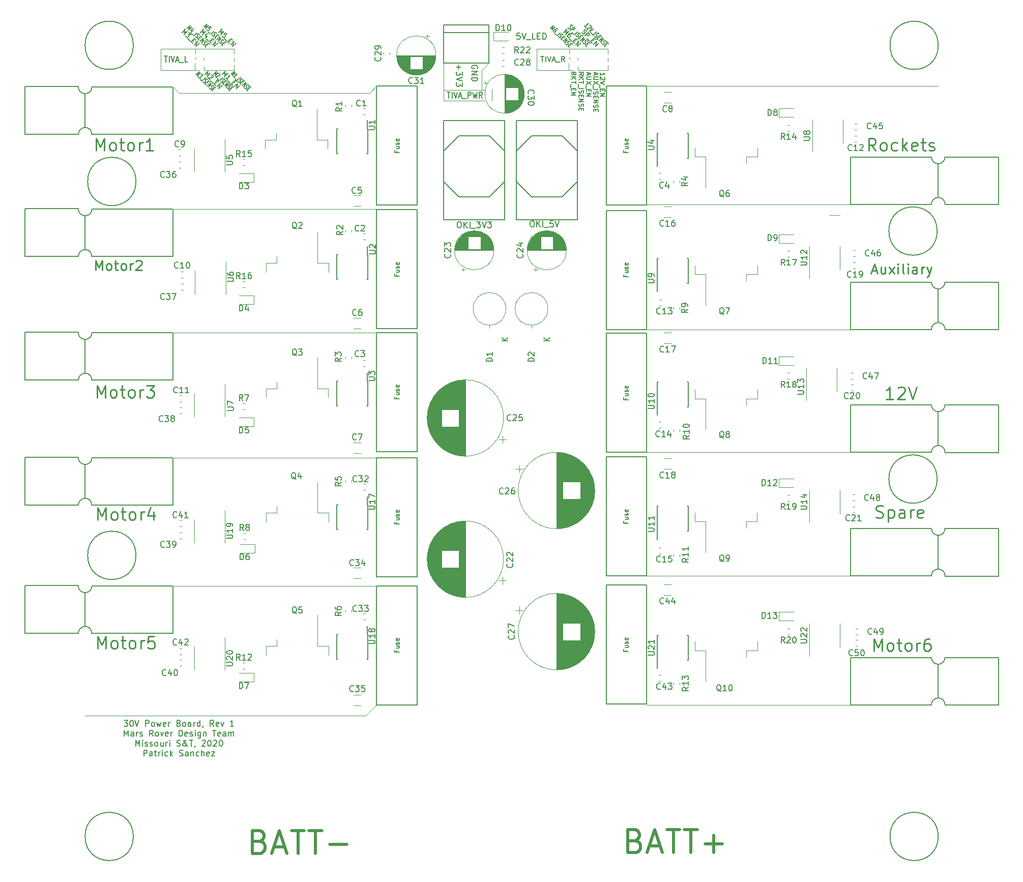
<source format=gbr>
G04 #@! TF.GenerationSoftware,KiCad,Pcbnew,(5.1.4)-1*
G04 #@! TF.CreationDate,2019-12-12T22:39:38-06:00*
G04 #@! TF.ProjectId,PowerBoard_Hardware,506f7765-7242-46f6-9172-645f48617264,rev?*
G04 #@! TF.SameCoordinates,Original*
G04 #@! TF.FileFunction,Legend,Top*
G04 #@! TF.FilePolarity,Positive*
%FSLAX46Y46*%
G04 Gerber Fmt 4.6, Leading zero omitted, Abs format (unit mm)*
G04 Created by KiCad (PCBNEW (5.1.4)-1) date 2019-12-12 22:39:38*
%MOMM*%
%LPD*%
G04 APERTURE LIST*
%ADD10C,0.120000*%
%ADD11C,0.150000*%
%ADD12C,0.254000*%
%ADD13C,0.146050*%
%ADD14C,0.127000*%
%ADD15C,0.508000*%
G04 APERTURE END LIST*
D10*
X189992000Y-41275000D02*
X238506000Y-41275000D01*
X223901000Y-60960000D02*
X189992000Y-60960000D01*
X223901000Y-81788000D02*
X189992000Y-81788000D01*
X223926400Y-102235000D02*
X189992000Y-102235000D01*
X223901000Y-122809000D02*
X189992000Y-122809000D01*
X223926400Y-144272000D02*
X189992000Y-144272000D01*
X143256000Y-146050000D02*
X96520000Y-146050000D01*
X145034000Y-144272000D02*
X143256000Y-146050000D01*
X111099600Y-124460000D02*
X145034000Y-124460000D01*
X111125000Y-103124000D02*
X145034000Y-103124000D01*
X111125000Y-82296000D02*
X145034000Y-82296000D01*
X110998000Y-61722000D02*
X145034000Y-61722000D01*
X143891000Y-42418000D02*
X143256000Y-42418000D01*
X145034000Y-41275000D02*
X143891000Y-42418000D01*
X143510000Y-42418000D02*
X143764000Y-42418000D01*
X124206000Y-42418000D02*
X143510000Y-42418000D01*
X162560000Y-38608000D02*
X162560000Y-41910000D01*
X163703000Y-37465000D02*
X162560000Y-38608000D01*
X162560000Y-41783000D02*
X162560000Y-41910000D01*
X163068000Y-41910000D02*
X156210000Y-41910000D01*
X156210000Y-43688000D02*
X163068000Y-43688000D01*
X156210000Y-37465000D02*
X156210000Y-43688000D01*
X124206000Y-42418000D02*
X121793000Y-42418000D01*
D11*
X172360166Y-36343166D02*
X172868166Y-36343166D01*
X172614166Y-37232166D02*
X172614166Y-36343166D01*
X173164500Y-37232166D02*
X173164500Y-36343166D01*
X173460833Y-36343166D02*
X173757166Y-37232166D01*
X174053500Y-36343166D01*
X174307500Y-36978166D02*
X174730833Y-36978166D01*
X174222833Y-37232166D02*
X174519166Y-36343166D01*
X174815500Y-37232166D01*
X174900166Y-37316833D02*
X175577500Y-37316833D01*
X176297166Y-37232166D02*
X176000833Y-36808833D01*
X175789166Y-37232166D02*
X175789166Y-36343166D01*
X176127833Y-36343166D01*
X176212500Y-36385500D01*
X176254833Y-36427833D01*
X176297166Y-36512500D01*
X176297166Y-36639500D01*
X176254833Y-36724166D01*
X176212500Y-36766500D01*
X176127833Y-36808833D01*
X175789166Y-36808833D01*
D10*
X222123000Y-62738000D02*
X220345000Y-62738000D01*
X112141000Y-42418000D02*
X121793000Y-42418000D01*
X111125000Y-41402000D02*
X112141000Y-42418000D01*
D12*
X98621547Y-134904238D02*
X98621547Y-132872238D01*
X99298880Y-134323666D01*
X99976214Y-132872238D01*
X99976214Y-134904238D01*
X101234119Y-134904238D02*
X101040595Y-134807476D01*
X100943833Y-134710714D01*
X100847071Y-134517190D01*
X100847071Y-133936619D01*
X100943833Y-133743095D01*
X101040595Y-133646333D01*
X101234119Y-133549571D01*
X101524404Y-133549571D01*
X101717928Y-133646333D01*
X101814690Y-133743095D01*
X101911452Y-133936619D01*
X101911452Y-134517190D01*
X101814690Y-134710714D01*
X101717928Y-134807476D01*
X101524404Y-134904238D01*
X101234119Y-134904238D01*
X102492023Y-133549571D02*
X103266119Y-133549571D01*
X102782309Y-132872238D02*
X102782309Y-134613952D01*
X102879071Y-134807476D01*
X103072595Y-134904238D01*
X103266119Y-134904238D01*
X104233738Y-134904238D02*
X104040214Y-134807476D01*
X103943452Y-134710714D01*
X103846690Y-134517190D01*
X103846690Y-133936619D01*
X103943452Y-133743095D01*
X104040214Y-133646333D01*
X104233738Y-133549571D01*
X104524023Y-133549571D01*
X104717547Y-133646333D01*
X104814309Y-133743095D01*
X104911071Y-133936619D01*
X104911071Y-134517190D01*
X104814309Y-134710714D01*
X104717547Y-134807476D01*
X104524023Y-134904238D01*
X104233738Y-134904238D01*
X105781928Y-134904238D02*
X105781928Y-133549571D01*
X105781928Y-133936619D02*
X105878690Y-133743095D01*
X105975452Y-133646333D01*
X106168976Y-133549571D01*
X106362500Y-133549571D01*
X108007452Y-132872238D02*
X107039833Y-132872238D01*
X106943071Y-133839857D01*
X107039833Y-133743095D01*
X107233357Y-133646333D01*
X107717166Y-133646333D01*
X107910690Y-133743095D01*
X108007452Y-133839857D01*
X108104214Y-134033380D01*
X108104214Y-134517190D01*
X108007452Y-134710714D01*
X107910690Y-134807476D01*
X107717166Y-134904238D01*
X107233357Y-134904238D01*
X107039833Y-134807476D01*
X106943071Y-134710714D01*
X98621547Y-113504738D02*
X98621547Y-111472738D01*
X99298880Y-112924166D01*
X99976214Y-111472738D01*
X99976214Y-113504738D01*
X101234119Y-113504738D02*
X101040595Y-113407976D01*
X100943833Y-113311214D01*
X100847071Y-113117690D01*
X100847071Y-112537119D01*
X100943833Y-112343595D01*
X101040595Y-112246833D01*
X101234119Y-112150071D01*
X101524404Y-112150071D01*
X101717928Y-112246833D01*
X101814690Y-112343595D01*
X101911452Y-112537119D01*
X101911452Y-113117690D01*
X101814690Y-113311214D01*
X101717928Y-113407976D01*
X101524404Y-113504738D01*
X101234119Y-113504738D01*
X102492023Y-112150071D02*
X103266119Y-112150071D01*
X102782309Y-111472738D02*
X102782309Y-113214452D01*
X102879071Y-113407976D01*
X103072595Y-113504738D01*
X103266119Y-113504738D01*
X104233738Y-113504738D02*
X104040214Y-113407976D01*
X103943452Y-113311214D01*
X103846690Y-113117690D01*
X103846690Y-112537119D01*
X103943452Y-112343595D01*
X104040214Y-112246833D01*
X104233738Y-112150071D01*
X104524023Y-112150071D01*
X104717547Y-112246833D01*
X104814309Y-112343595D01*
X104911071Y-112537119D01*
X104911071Y-113117690D01*
X104814309Y-113311214D01*
X104717547Y-113407976D01*
X104524023Y-113504738D01*
X104233738Y-113504738D01*
X105781928Y-113504738D02*
X105781928Y-112150071D01*
X105781928Y-112537119D02*
X105878690Y-112343595D01*
X105975452Y-112246833D01*
X106168976Y-112150071D01*
X106362500Y-112150071D01*
X107910690Y-112150071D02*
X107910690Y-113504738D01*
X107426880Y-111375976D02*
X106943071Y-112827404D01*
X108200976Y-112827404D01*
X227780547Y-135285238D02*
X227780547Y-133253238D01*
X228457880Y-134704666D01*
X229135214Y-133253238D01*
X229135214Y-135285238D01*
X230393119Y-135285238D02*
X230199595Y-135188476D01*
X230102833Y-135091714D01*
X230006071Y-134898190D01*
X230006071Y-134317619D01*
X230102833Y-134124095D01*
X230199595Y-134027333D01*
X230393119Y-133930571D01*
X230683404Y-133930571D01*
X230876928Y-134027333D01*
X230973690Y-134124095D01*
X231070452Y-134317619D01*
X231070452Y-134898190D01*
X230973690Y-135091714D01*
X230876928Y-135188476D01*
X230683404Y-135285238D01*
X230393119Y-135285238D01*
X231651023Y-133930571D02*
X232425119Y-133930571D01*
X231941309Y-133253238D02*
X231941309Y-134994952D01*
X232038071Y-135188476D01*
X232231595Y-135285238D01*
X232425119Y-135285238D01*
X233392738Y-135285238D02*
X233199214Y-135188476D01*
X233102452Y-135091714D01*
X233005690Y-134898190D01*
X233005690Y-134317619D01*
X233102452Y-134124095D01*
X233199214Y-134027333D01*
X233392738Y-133930571D01*
X233683023Y-133930571D01*
X233876547Y-134027333D01*
X233973309Y-134124095D01*
X234070071Y-134317619D01*
X234070071Y-134898190D01*
X233973309Y-135091714D01*
X233876547Y-135188476D01*
X233683023Y-135285238D01*
X233392738Y-135285238D01*
X234940928Y-135285238D02*
X234940928Y-133930571D01*
X234940928Y-134317619D02*
X235037690Y-134124095D01*
X235134452Y-134027333D01*
X235327976Y-133930571D01*
X235521500Y-133930571D01*
X237069690Y-133253238D02*
X236682642Y-133253238D01*
X236489119Y-133350000D01*
X236392357Y-133446761D01*
X236198833Y-133737047D01*
X236102071Y-134124095D01*
X236102071Y-134898190D01*
X236198833Y-135091714D01*
X236295595Y-135188476D01*
X236489119Y-135285238D01*
X236876166Y-135285238D01*
X237069690Y-135188476D01*
X237166452Y-135091714D01*
X237263214Y-134898190D01*
X237263214Y-134414380D01*
X237166452Y-134220857D01*
X237069690Y-134124095D01*
X236876166Y-134027333D01*
X236489119Y-134027333D01*
X236295595Y-134124095D01*
X236198833Y-134220857D01*
X236102071Y-134414380D01*
D10*
X171704000Y-38608000D02*
X176913000Y-38608000D01*
X171704000Y-35065000D02*
X171704000Y-38608000D01*
X176978000Y-35065000D02*
X171704000Y-35065000D01*
X109093000Y-38608000D02*
X114683000Y-38608000D01*
X109093000Y-35065000D02*
X109093000Y-38608000D01*
X114748000Y-35065000D02*
X109093000Y-35065000D01*
D11*
X118730816Y-32350316D02*
X119269632Y-31811501D01*
X119064369Y-32375974D01*
X119628842Y-32170711D01*
X119090027Y-32709526D01*
X120142000Y-32683868D02*
X119885421Y-32427290D01*
X119603184Y-32658211D01*
X119654500Y-32658211D01*
X119731474Y-32683868D01*
X119859763Y-32812158D01*
X119885421Y-32889131D01*
X119885421Y-32940447D01*
X119859763Y-33017421D01*
X119731474Y-33145710D01*
X119654500Y-33171368D01*
X119603184Y-33171368D01*
X119526211Y-33145710D01*
X119397921Y-33017421D01*
X119372263Y-32940447D01*
X119372263Y-32889131D01*
X119680158Y-33402289D02*
X120090684Y-33812815D01*
X120552525Y-33607552D02*
X120732131Y-33787157D01*
X120526868Y-34146367D02*
X120270289Y-33889788D01*
X120809104Y-33350973D01*
X121065683Y-33607552D01*
X120757788Y-34377288D02*
X121296604Y-33838473D01*
X121065683Y-34685183D01*
X121604498Y-34146367D01*
X115682816Y-32350316D02*
X116221632Y-31811501D01*
X116016369Y-32375974D01*
X116580842Y-32170711D01*
X116042027Y-32709526D01*
X116888737Y-32837816D02*
X116529526Y-33197026D01*
X116965710Y-32504263D02*
X116452553Y-32760842D01*
X116786105Y-33094394D01*
X116632158Y-33402289D02*
X117042684Y-33812815D01*
X117504525Y-33607552D02*
X117684131Y-33787157D01*
X117478868Y-34146367D02*
X117222289Y-33889788D01*
X117761104Y-33350973D01*
X118017683Y-33607552D01*
X117709788Y-34377288D02*
X118248604Y-33838473D01*
X118017683Y-34685183D01*
X118556498Y-34146367D01*
D13*
X116292567Y-31436066D02*
X116831382Y-30897251D01*
X116584211Y-31419816D01*
X117106777Y-31172645D01*
X116567961Y-31711461D01*
X117500197Y-31566066D02*
X117303487Y-31369356D01*
X117027237Y-31606264D01*
X117072566Y-31600277D01*
X117137566Y-31613961D01*
X117235921Y-31712316D01*
X117249605Y-31777316D01*
X117243619Y-31822645D01*
X117211974Y-31893632D01*
X117083685Y-32021921D01*
X117012698Y-32053566D01*
X116967369Y-32059553D01*
X116902369Y-32045868D01*
X116804014Y-31947513D01*
X116790329Y-31882513D01*
X116796316Y-31837184D01*
X117008421Y-32254553D02*
X117323158Y-32569289D01*
X117472829Y-32616329D02*
X118011644Y-32077513D01*
X117675526Y-32767710D02*
X117708881Y-32852381D01*
X117807237Y-32950736D01*
X117872237Y-32964420D01*
X117917565Y-32958434D01*
X117988552Y-32926789D01*
X118039868Y-32875473D01*
X118071513Y-32804486D01*
X118077500Y-32759157D01*
X118063815Y-32694157D01*
X118010789Y-32589815D01*
X117997105Y-32524815D01*
X118003092Y-32479487D01*
X118034736Y-32408500D01*
X118086052Y-32357184D01*
X118157039Y-32325539D01*
X118202368Y-32319552D01*
X118267368Y-32333237D01*
X118365723Y-32431592D01*
X118399078Y-32516263D01*
X118345197Y-32924223D02*
X118482894Y-33061920D01*
X118259670Y-33403170D02*
X118062960Y-33206460D01*
X118601775Y-32667644D01*
X118798486Y-32864355D01*
X118436710Y-33580209D02*
X118975525Y-33041394D01*
X118672762Y-33816262D01*
X119211578Y-33277446D01*
X118875459Y-33967643D02*
X118908815Y-34052314D01*
X119007170Y-34150669D01*
X119072170Y-34164354D01*
X119117499Y-34158367D01*
X119188485Y-34126722D01*
X119239801Y-34075406D01*
X119271446Y-34004420D01*
X119277433Y-33959091D01*
X119263749Y-33894091D01*
X119210722Y-33789749D01*
X119197038Y-33724749D01*
X119203025Y-33679420D01*
X119234670Y-33608433D01*
X119285985Y-33557117D01*
X119356972Y-33525473D01*
X119402301Y-33519486D01*
X119467301Y-33533170D01*
X119565656Y-33631525D01*
X119599011Y-33716196D01*
X119545130Y-34124156D02*
X119682827Y-34261854D01*
X119459604Y-34603103D02*
X119262893Y-34406393D01*
X119801709Y-33867578D01*
X119998419Y-34064288D01*
X113498567Y-31690066D02*
X114037382Y-31151251D01*
X113790211Y-31673816D01*
X114312777Y-31426645D01*
X113773961Y-31965461D01*
X114506921Y-31980000D02*
X114147711Y-32339211D01*
X114613829Y-31676382D02*
X114130606Y-31962895D01*
X114386329Y-32218619D01*
X114214421Y-32508553D02*
X114529158Y-32823289D01*
X114678829Y-32870329D02*
X115217644Y-32331513D01*
X114881526Y-33021710D02*
X114914881Y-33106381D01*
X115013237Y-33204736D01*
X115078237Y-33218420D01*
X115123565Y-33212434D01*
X115194552Y-33180789D01*
X115245868Y-33129473D01*
X115277513Y-33058486D01*
X115283500Y-33013157D01*
X115269815Y-32948157D01*
X115216789Y-32843815D01*
X115203105Y-32778815D01*
X115209092Y-32733487D01*
X115240736Y-32662500D01*
X115292052Y-32611184D01*
X115363039Y-32579539D01*
X115408368Y-32573552D01*
X115473368Y-32587237D01*
X115571723Y-32685592D01*
X115605078Y-32770263D01*
X115551197Y-33178223D02*
X115688894Y-33315920D01*
X115465670Y-33657170D02*
X115268960Y-33460460D01*
X115807775Y-32921644D01*
X116004486Y-33118355D01*
X115642710Y-33834209D02*
X116181525Y-33295394D01*
X115878762Y-34070262D01*
X116417578Y-33531446D01*
X116081459Y-34221643D02*
X116114815Y-34306314D01*
X116213170Y-34404669D01*
X116278170Y-34418354D01*
X116323499Y-34412367D01*
X116394485Y-34380722D01*
X116445801Y-34329406D01*
X116477446Y-34258420D01*
X116483433Y-34213091D01*
X116469749Y-34148091D01*
X116416722Y-34043749D01*
X116403038Y-33978749D01*
X116409025Y-33933420D01*
X116440670Y-33862433D01*
X116491985Y-33811117D01*
X116562972Y-33779473D01*
X116608301Y-33773486D01*
X116673301Y-33787170D01*
X116771656Y-33885525D01*
X116805011Y-33970196D01*
X116751130Y-34378156D02*
X116888827Y-34515854D01*
X116665604Y-34857103D02*
X116468893Y-34660393D01*
X117007709Y-34121578D01*
X117204419Y-34318288D01*
X173950567Y-31690066D02*
X174489382Y-31151251D01*
X174242211Y-31673816D01*
X174764777Y-31426645D01*
X174225961Y-31965461D01*
X175138526Y-31800395D02*
X175059842Y-31721711D01*
X174994842Y-31708027D01*
X174949513Y-31714014D01*
X174833198Y-31751645D01*
X174710895Y-31834606D01*
X174505632Y-32039869D01*
X174473987Y-32110855D01*
X174468001Y-32156184D01*
X174481685Y-32221184D01*
X174560369Y-32299868D01*
X174625369Y-32313553D01*
X174670698Y-32307566D01*
X174741685Y-32275921D01*
X174869974Y-32147632D01*
X174901619Y-32076645D01*
X174907605Y-32031316D01*
X174893921Y-31966316D01*
X174815237Y-31887632D01*
X174750237Y-31873948D01*
X174704908Y-31879935D01*
X174633921Y-31911579D01*
X174666421Y-32508553D02*
X174981158Y-32823289D01*
X175130829Y-32870329D02*
X175669644Y-32331513D01*
X175333526Y-33021710D02*
X175366881Y-33106381D01*
X175465237Y-33204736D01*
X175530237Y-33218420D01*
X175575565Y-33212434D01*
X175646552Y-33180789D01*
X175697868Y-33129473D01*
X175729513Y-33058486D01*
X175735500Y-33013157D01*
X175721815Y-32948157D01*
X175668789Y-32843815D01*
X175655105Y-32778815D01*
X175661092Y-32733487D01*
X175692736Y-32662500D01*
X175744052Y-32611184D01*
X175815039Y-32579539D01*
X175860368Y-32573552D01*
X175925368Y-32587237D01*
X176023723Y-32685592D01*
X176057078Y-32770263D01*
X176003197Y-33178223D02*
X176140894Y-33315920D01*
X175917670Y-33657170D02*
X175720960Y-33460460D01*
X176259775Y-32921644D01*
X176456486Y-33118355D01*
X176094710Y-33834209D02*
X176633525Y-33295394D01*
X176330762Y-34070262D01*
X176869578Y-33531446D01*
X176533459Y-34221643D02*
X176566815Y-34306314D01*
X176665170Y-34404669D01*
X176730170Y-34418354D01*
X176775499Y-34412367D01*
X176846485Y-34380722D01*
X176897801Y-34329406D01*
X176929446Y-34258420D01*
X176935433Y-34213091D01*
X176921749Y-34148091D01*
X176868722Y-34043749D01*
X176855038Y-33978749D01*
X176861025Y-33933420D01*
X176892670Y-33862433D01*
X176943985Y-33811117D01*
X177014972Y-33779473D01*
X177060301Y-33773486D01*
X177125301Y-33787170D01*
X177223656Y-33885525D01*
X177257011Y-33970196D01*
X177203130Y-34378156D02*
X177340827Y-34515854D01*
X177117604Y-34857103D02*
X176920893Y-34660393D01*
X177459709Y-34121578D01*
X177656419Y-34318288D01*
D11*
X176134816Y-32350316D02*
X176673632Y-31811501D01*
X176468369Y-32375974D01*
X177032842Y-32170711D01*
X176494027Y-32709526D01*
X177520342Y-32658211D02*
X177417710Y-32555579D01*
X177340737Y-32529921D01*
X177289421Y-32529921D01*
X177161131Y-32555579D01*
X177032842Y-32632553D01*
X176827579Y-32837816D01*
X176801921Y-32914789D01*
X176801921Y-32966105D01*
X176827579Y-33043079D01*
X176930211Y-33145710D01*
X177007184Y-33171368D01*
X177058500Y-33171368D01*
X177135474Y-33145710D01*
X177263763Y-33017421D01*
X177289421Y-32940447D01*
X177289421Y-32889131D01*
X177263763Y-32812158D01*
X177161131Y-32709526D01*
X177084158Y-32683868D01*
X177032842Y-32683868D01*
X176955868Y-32709526D01*
X177084158Y-33402289D02*
X177494684Y-33812815D01*
X177956525Y-33607552D02*
X178136131Y-33787157D01*
X177930868Y-34146367D02*
X177674289Y-33889788D01*
X178213104Y-33350973D01*
X178469683Y-33607552D01*
X178161788Y-34377288D02*
X178700604Y-33838473D01*
X178469683Y-34685183D01*
X179008498Y-34146367D01*
D12*
X98231476Y-71930380D02*
X98231476Y-70279380D01*
X98781809Y-71458666D01*
X99332142Y-70279380D01*
X99332142Y-71930380D01*
X100354190Y-71930380D02*
X100196952Y-71851761D01*
X100118333Y-71773142D01*
X100039714Y-71615904D01*
X100039714Y-71144190D01*
X100118333Y-70986952D01*
X100196952Y-70908333D01*
X100354190Y-70829714D01*
X100590047Y-70829714D01*
X100747285Y-70908333D01*
X100825904Y-70986952D01*
X100904523Y-71144190D01*
X100904523Y-71615904D01*
X100825904Y-71773142D01*
X100747285Y-71851761D01*
X100590047Y-71930380D01*
X100354190Y-71930380D01*
X101376238Y-70829714D02*
X102005190Y-70829714D01*
X101612095Y-70279380D02*
X101612095Y-71694523D01*
X101690714Y-71851761D01*
X101847952Y-71930380D01*
X102005190Y-71930380D01*
X102791380Y-71930380D02*
X102634142Y-71851761D01*
X102555523Y-71773142D01*
X102476904Y-71615904D01*
X102476904Y-71144190D01*
X102555523Y-70986952D01*
X102634142Y-70908333D01*
X102791380Y-70829714D01*
X103027238Y-70829714D01*
X103184476Y-70908333D01*
X103263095Y-70986952D01*
X103341714Y-71144190D01*
X103341714Y-71615904D01*
X103263095Y-71773142D01*
X103184476Y-71851761D01*
X103027238Y-71930380D01*
X102791380Y-71930380D01*
X104049285Y-71930380D02*
X104049285Y-70829714D01*
X104049285Y-71144190D02*
X104127904Y-70986952D01*
X104206523Y-70908333D01*
X104363761Y-70829714D01*
X104521000Y-70829714D01*
X104992714Y-70436619D02*
X105071333Y-70358000D01*
X105228571Y-70279380D01*
X105621666Y-70279380D01*
X105778904Y-70358000D01*
X105857523Y-70436619D01*
X105936142Y-70593857D01*
X105936142Y-70751095D01*
X105857523Y-70986952D01*
X104914095Y-71930380D01*
X105936142Y-71930380D01*
D10*
X164211000Y-43688000D02*
X164211000Y-41783000D01*
D11*
X161790000Y-38354095D02*
X161837619Y-38258857D01*
X161837619Y-38116000D01*
X161790000Y-37973142D01*
X161694761Y-37877904D01*
X161599523Y-37830285D01*
X161409047Y-37782666D01*
X161266190Y-37782666D01*
X161075714Y-37830285D01*
X160980476Y-37877904D01*
X160885238Y-37973142D01*
X160837619Y-38116000D01*
X160837619Y-38211238D01*
X160885238Y-38354095D01*
X160932857Y-38401714D01*
X161266190Y-38401714D01*
X161266190Y-38211238D01*
X160837619Y-38830285D02*
X161837619Y-38830285D01*
X160837619Y-39401714D01*
X161837619Y-39401714D01*
X160837619Y-39877904D02*
X161837619Y-39877904D01*
X161837619Y-40116000D01*
X161790000Y-40258857D01*
X161694761Y-40354095D01*
X161599523Y-40401714D01*
X161409047Y-40449333D01*
X161266190Y-40449333D01*
X161075714Y-40401714D01*
X160980476Y-40354095D01*
X160885238Y-40258857D01*
X160837619Y-40116000D01*
X160837619Y-39877904D01*
X158678571Y-37735095D02*
X158678571Y-38497000D01*
X158297619Y-38116047D02*
X159059523Y-38116047D01*
X159297619Y-38877952D02*
X159297619Y-39497000D01*
X158916666Y-39163666D01*
X158916666Y-39306523D01*
X158869047Y-39401761D01*
X158821428Y-39449380D01*
X158726190Y-39497000D01*
X158488095Y-39497000D01*
X158392857Y-39449380D01*
X158345238Y-39401761D01*
X158297619Y-39306523D01*
X158297619Y-39020809D01*
X158345238Y-38925571D01*
X158392857Y-38877952D01*
X159297619Y-39782714D02*
X158297619Y-40116047D01*
X159297619Y-40449380D01*
X159297619Y-40687476D02*
X159297619Y-41306523D01*
X158916666Y-40973190D01*
X158916666Y-41116047D01*
X158869047Y-41211285D01*
X158821428Y-41258904D01*
X158726190Y-41306523D01*
X158488095Y-41306523D01*
X158392857Y-41258904D01*
X158345238Y-41211285D01*
X158297619Y-41116047D01*
X158297619Y-40830333D01*
X158345238Y-40735095D01*
X158392857Y-40687476D01*
X156802666Y-42251380D02*
X157310666Y-42251380D01*
X157056666Y-43251380D02*
X157056666Y-42251380D01*
X157607000Y-43251380D02*
X157607000Y-42251380D01*
X157903333Y-42251380D02*
X158199666Y-43251380D01*
X158496000Y-42251380D01*
X158750000Y-42965666D02*
X159173333Y-42965666D01*
X158665333Y-43251380D02*
X158961666Y-42251380D01*
X159258000Y-43251380D01*
X159342666Y-43346619D02*
X160020000Y-43346619D01*
X160231666Y-43251380D02*
X160231666Y-42251380D01*
X160570333Y-42251380D01*
X160655000Y-42299000D01*
X160697333Y-42346619D01*
X160739666Y-42441857D01*
X160739666Y-42584714D01*
X160697333Y-42679952D01*
X160655000Y-42727571D01*
X160570333Y-42775190D01*
X160231666Y-42775190D01*
X161036000Y-42251380D02*
X161247666Y-43251380D01*
X161417000Y-42537095D01*
X161586333Y-43251380D01*
X161798000Y-42251380D01*
X162644666Y-43251380D02*
X162348333Y-42775190D01*
X162136666Y-43251380D02*
X162136666Y-42251380D01*
X162475333Y-42251380D01*
X162560000Y-42299000D01*
X162602333Y-42346619D01*
X162644666Y-42441857D01*
X162644666Y-42584714D01*
X162602333Y-42679952D01*
X162560000Y-42727571D01*
X162475333Y-42775190D01*
X162136666Y-42775190D01*
X179221303Y-32337487D02*
X179272619Y-32440119D01*
X179400908Y-32568408D01*
X179477882Y-32594066D01*
X179529198Y-32594066D01*
X179606171Y-32568408D01*
X179657487Y-32517092D01*
X179683145Y-32440119D01*
X179683145Y-32388803D01*
X179657487Y-32311829D01*
X179580513Y-32183540D01*
X179554856Y-32106566D01*
X179554856Y-32055250D01*
X179580513Y-31978277D01*
X179631829Y-31926961D01*
X179708803Y-31901303D01*
X179760119Y-31901303D01*
X179837092Y-31926961D01*
X179965382Y-32055250D01*
X180016697Y-32157882D01*
X179734461Y-32901960D02*
X180273276Y-32363145D01*
X180478539Y-32568408D01*
X180504197Y-32645382D01*
X180504197Y-32696697D01*
X180478539Y-32773671D01*
X180401565Y-32850645D01*
X180324592Y-32876302D01*
X180273276Y-32876302D01*
X180196302Y-32850645D01*
X179991039Y-32645382D01*
X180093671Y-33363802D02*
X180504197Y-33774328D01*
X180966039Y-33569065D02*
X181145644Y-33748670D01*
X180940381Y-34107880D02*
X180683802Y-33851302D01*
X181222617Y-33312486D01*
X181479196Y-33569065D01*
X181171302Y-34338801D02*
X181710117Y-33799986D01*
X181479196Y-34646696D01*
X182018012Y-34107880D01*
D13*
X176907060Y-31547244D02*
X176940415Y-31631915D01*
X177038771Y-31730270D01*
X177103770Y-31743954D01*
X177149099Y-31737968D01*
X177220086Y-31706323D01*
X177271402Y-31655007D01*
X177303047Y-31584020D01*
X177309033Y-31538691D01*
X177295349Y-31473691D01*
X177242323Y-31369349D01*
X177228639Y-31304349D01*
X177234626Y-31259021D01*
X177266270Y-31188034D01*
X177317586Y-31136718D01*
X177388573Y-31105073D01*
X177433902Y-31099086D01*
X177498902Y-31112771D01*
X177597257Y-31211126D01*
X177630612Y-31295797D01*
X177294494Y-31985994D02*
X177833309Y-31447178D01*
X177990678Y-31604547D01*
X178004362Y-31669547D01*
X177998375Y-31714875D01*
X177966730Y-31785862D01*
X177889757Y-31862836D01*
X177818770Y-31894481D01*
X177773441Y-31900467D01*
X177708441Y-31886783D01*
X177551073Y-31729415D01*
X177557915Y-32352046D02*
X177872651Y-32666783D01*
X178022322Y-32713822D02*
X178561138Y-32175007D01*
X178225020Y-32865203D02*
X178258375Y-32949874D01*
X178356730Y-33048230D01*
X178421730Y-33061914D01*
X178467059Y-33055927D01*
X178538046Y-33024282D01*
X178589361Y-32972967D01*
X178621006Y-32901980D01*
X178626993Y-32856651D01*
X178613309Y-32791651D01*
X178560282Y-32687309D01*
X178546598Y-32622309D01*
X178552585Y-32576980D01*
X178584230Y-32505993D01*
X178635546Y-32454677D01*
X178706532Y-32423033D01*
X178751861Y-32417046D01*
X178816861Y-32430730D01*
X178915216Y-32529085D01*
X178948572Y-32613756D01*
X178894690Y-33021717D02*
X179032387Y-33159414D01*
X178809164Y-33500663D02*
X178612454Y-33303953D01*
X179151269Y-32765138D01*
X179347979Y-32961848D01*
X178986203Y-33677703D02*
X179525019Y-33138887D01*
X179222256Y-33913755D01*
X179761071Y-33374940D01*
X179424953Y-34065137D02*
X179458308Y-34149808D01*
X179556663Y-34248163D01*
X179621663Y-34261847D01*
X179666992Y-34255860D01*
X179737979Y-34224216D01*
X179789295Y-34172900D01*
X179820939Y-34101913D01*
X179826926Y-34056584D01*
X179813242Y-33991584D01*
X179760216Y-33887242D01*
X179746532Y-33822242D01*
X179752518Y-33776913D01*
X179784163Y-33705926D01*
X179835479Y-33654611D01*
X179906466Y-33622966D01*
X179951795Y-33616979D01*
X180016795Y-33630663D01*
X180115150Y-33729019D01*
X180148505Y-33813690D01*
X180094623Y-34221650D02*
X180232321Y-34359347D01*
X180009097Y-34700597D02*
X179812387Y-34503886D01*
X180351202Y-33965071D01*
X180547913Y-34161781D01*
D11*
X182281285Y-39515142D02*
X182281285Y-39079714D01*
X182281285Y-39297428D02*
X183043285Y-39297428D01*
X182934428Y-39224857D01*
X182861857Y-39152285D01*
X182825571Y-39079714D01*
X182970714Y-39805428D02*
X183007000Y-39841714D01*
X183043285Y-39914285D01*
X183043285Y-40095714D01*
X183007000Y-40168285D01*
X182970714Y-40204571D01*
X182898142Y-40240857D01*
X182825571Y-40240857D01*
X182716714Y-40204571D01*
X182281285Y-39769142D01*
X182281285Y-40240857D01*
X183043285Y-40458571D02*
X182281285Y-40712571D01*
X183043285Y-40966571D01*
X182208714Y-41039142D02*
X182208714Y-41619714D01*
X182680428Y-41801142D02*
X182680428Y-42055142D01*
X182281285Y-42164000D02*
X182281285Y-41801142D01*
X183043285Y-41801142D01*
X183043285Y-42164000D01*
X182281285Y-42490571D02*
X183043285Y-42490571D01*
X182281285Y-42926000D01*
X183043285Y-42926000D01*
D13*
X179871251Y-31514750D02*
X179635198Y-31278698D01*
X179753225Y-31396724D02*
X180292040Y-30857909D01*
X180175724Y-30895540D01*
X180085066Y-30907514D01*
X180020067Y-30893830D01*
X180516119Y-31184619D02*
X180561448Y-31178632D01*
X180626448Y-31192317D01*
X180724803Y-31290672D01*
X180738487Y-31355672D01*
X180732500Y-31401001D01*
X180700855Y-31471987D01*
X180649540Y-31523303D01*
X180552895Y-31580606D01*
X180008948Y-31652448D01*
X180264672Y-31908171D01*
X180921513Y-31487382D02*
X180520395Y-32163895D01*
X181196908Y-31762777D01*
X180646119Y-32392250D02*
X180960855Y-32706986D01*
X181110526Y-32754026D02*
X181649342Y-32215210D01*
X181313223Y-32905407D02*
X181346579Y-32990078D01*
X181444934Y-33088433D01*
X181509934Y-33102118D01*
X181555263Y-33096131D01*
X181626249Y-33064486D01*
X181677565Y-33013170D01*
X181709210Y-32942184D01*
X181715197Y-32896855D01*
X181701513Y-32831855D01*
X181648486Y-32727513D01*
X181634802Y-32662513D01*
X181640789Y-32617184D01*
X181672434Y-32546197D01*
X181723749Y-32494881D01*
X181794736Y-32463237D01*
X181840065Y-32457250D01*
X181905065Y-32470934D01*
X182003420Y-32569289D01*
X182036775Y-32653960D01*
X181982894Y-33061920D02*
X182120591Y-33199618D01*
X181897368Y-33540867D02*
X181700657Y-33344157D01*
X182239473Y-32805342D01*
X182436183Y-33002052D01*
X182074407Y-33717907D02*
X182613222Y-33179091D01*
X182310459Y-33953959D01*
X182849275Y-33415144D01*
X182513157Y-34105341D02*
X182546512Y-34190012D01*
X182644867Y-34288367D01*
X182709867Y-34302051D01*
X182755196Y-34296064D01*
X182826183Y-34264419D01*
X182877499Y-34213104D01*
X182909143Y-34142117D01*
X182915130Y-34096788D01*
X182901446Y-34031788D01*
X182848420Y-33927446D01*
X182834735Y-33862446D01*
X182840722Y-33817117D01*
X182872367Y-33746130D01*
X182923683Y-33694815D01*
X182994669Y-33663170D01*
X183039998Y-33657183D01*
X183104998Y-33670867D01*
X183203354Y-33769222D01*
X183236709Y-33853893D01*
X183182827Y-34261854D02*
X183320524Y-34399551D01*
X183097301Y-34740801D02*
X182900591Y-34544090D01*
X183439406Y-34005275D01*
X183636116Y-34201985D01*
D11*
X180213000Y-39043428D02*
X180213000Y-39406285D01*
X179995285Y-38970857D02*
X180757285Y-39224857D01*
X179995285Y-39478857D01*
X180757285Y-39732857D02*
X180140428Y-39732857D01*
X180067857Y-39769142D01*
X180031571Y-39805428D01*
X179995285Y-39878000D01*
X179995285Y-40023142D01*
X180031571Y-40095714D01*
X180067857Y-40132000D01*
X180140428Y-40168285D01*
X180757285Y-40168285D01*
X180757285Y-40458571D02*
X179995285Y-40966571D01*
X180757285Y-40966571D02*
X179995285Y-40458571D01*
X179922714Y-41075428D02*
X179922714Y-41656000D01*
X180394428Y-41837428D02*
X180394428Y-42091428D01*
X179995285Y-42200285D02*
X179995285Y-41837428D01*
X180757285Y-41837428D01*
X180757285Y-42200285D01*
X179995285Y-42526857D02*
X180757285Y-42526857D01*
X179995285Y-42962285D01*
X180757285Y-42962285D01*
X181356000Y-39061571D02*
X181356000Y-39424428D01*
X181138285Y-38989000D02*
X181900285Y-39243000D01*
X181138285Y-39497000D01*
X181900285Y-39751000D02*
X181283428Y-39751000D01*
X181210857Y-39787285D01*
X181174571Y-39823571D01*
X181138285Y-39896142D01*
X181138285Y-40041285D01*
X181174571Y-40113857D01*
X181210857Y-40150142D01*
X181283428Y-40186428D01*
X181900285Y-40186428D01*
X181900285Y-40476714D02*
X181138285Y-40984714D01*
X181900285Y-40984714D02*
X181138285Y-40476714D01*
X181065714Y-41093571D02*
X181065714Y-41674142D01*
X181138285Y-41855571D02*
X181900285Y-41855571D01*
X181174571Y-42182142D02*
X181138285Y-42291000D01*
X181138285Y-42472428D01*
X181174571Y-42545000D01*
X181210857Y-42581285D01*
X181283428Y-42617571D01*
X181356000Y-42617571D01*
X181428571Y-42581285D01*
X181464857Y-42545000D01*
X181501142Y-42472428D01*
X181537428Y-42327285D01*
X181573714Y-42254714D01*
X181610000Y-42218428D01*
X181682571Y-42182142D01*
X181755142Y-42182142D01*
X181827714Y-42218428D01*
X181864000Y-42254714D01*
X181900285Y-42327285D01*
X181900285Y-42508714D01*
X181864000Y-42617571D01*
X181537428Y-42944142D02*
X181537428Y-43198142D01*
X181138285Y-43307000D02*
X181138285Y-42944142D01*
X181900285Y-42944142D01*
X181900285Y-43307000D01*
X181138285Y-43633571D02*
X181900285Y-43633571D01*
X181138285Y-44069000D01*
X181900285Y-44069000D01*
X181174571Y-44395571D02*
X181138285Y-44504428D01*
X181138285Y-44685857D01*
X181174571Y-44758428D01*
X181210857Y-44794714D01*
X181283428Y-44831000D01*
X181356000Y-44831000D01*
X181428571Y-44794714D01*
X181464857Y-44758428D01*
X181501142Y-44685857D01*
X181537428Y-44540714D01*
X181573714Y-44468142D01*
X181610000Y-44431857D01*
X181682571Y-44395571D01*
X181755142Y-44395571D01*
X181827714Y-44431857D01*
X181864000Y-44468142D01*
X181900285Y-44540714D01*
X181900285Y-44722142D01*
X181864000Y-44831000D01*
X181537428Y-45157571D02*
X181537428Y-45411571D01*
X181138285Y-45520428D02*
X181138285Y-45157571D01*
X181900285Y-45157571D01*
X181900285Y-45520428D01*
X177455285Y-39424428D02*
X177818142Y-39170428D01*
X177455285Y-38989000D02*
X178217285Y-38989000D01*
X178217285Y-39279285D01*
X178181000Y-39351857D01*
X178144714Y-39388142D01*
X178072142Y-39424428D01*
X177963285Y-39424428D01*
X177890714Y-39388142D01*
X177854428Y-39351857D01*
X177818142Y-39279285D01*
X177818142Y-38989000D01*
X177455285Y-39751000D02*
X178217285Y-39751000D01*
X177455285Y-40186428D02*
X177890714Y-39859857D01*
X178217285Y-40186428D02*
X177781857Y-39751000D01*
X178217285Y-40404142D02*
X178217285Y-40839571D01*
X177455285Y-40621857D02*
X178217285Y-40621857D01*
X177382714Y-40912142D02*
X177382714Y-41492714D01*
X177854428Y-41674142D02*
X177854428Y-41928142D01*
X177455285Y-42037000D02*
X177455285Y-41674142D01*
X178217285Y-41674142D01*
X178217285Y-42037000D01*
X177455285Y-42363571D02*
X178217285Y-42363571D01*
X177455285Y-42799000D01*
X178217285Y-42799000D01*
X178725285Y-39442571D02*
X179088142Y-39188571D01*
X178725285Y-39007142D02*
X179487285Y-39007142D01*
X179487285Y-39297428D01*
X179451000Y-39370000D01*
X179414714Y-39406285D01*
X179342142Y-39442571D01*
X179233285Y-39442571D01*
X179160714Y-39406285D01*
X179124428Y-39370000D01*
X179088142Y-39297428D01*
X179088142Y-39007142D01*
X178725285Y-39769142D02*
X179487285Y-39769142D01*
X178725285Y-40204571D02*
X179160714Y-39878000D01*
X179487285Y-40204571D02*
X179051857Y-39769142D01*
X179487285Y-40422285D02*
X179487285Y-40857714D01*
X178725285Y-40640000D02*
X179487285Y-40640000D01*
X178652714Y-40930285D02*
X178652714Y-41510857D01*
X178725285Y-41692285D02*
X179487285Y-41692285D01*
X178761571Y-42018857D02*
X178725285Y-42127714D01*
X178725285Y-42309142D01*
X178761571Y-42381714D01*
X178797857Y-42418000D01*
X178870428Y-42454285D01*
X178943000Y-42454285D01*
X179015571Y-42418000D01*
X179051857Y-42381714D01*
X179088142Y-42309142D01*
X179124428Y-42164000D01*
X179160714Y-42091428D01*
X179197000Y-42055142D01*
X179269571Y-42018857D01*
X179342142Y-42018857D01*
X179414714Y-42055142D01*
X179451000Y-42091428D01*
X179487285Y-42164000D01*
X179487285Y-42345428D01*
X179451000Y-42454285D01*
X179124428Y-42780857D02*
X179124428Y-43034857D01*
X178725285Y-43143714D02*
X178725285Y-42780857D01*
X179487285Y-42780857D01*
X179487285Y-43143714D01*
X178725285Y-43470285D02*
X179487285Y-43470285D01*
X178725285Y-43905714D01*
X179487285Y-43905714D01*
X178761571Y-44232285D02*
X178725285Y-44341142D01*
X178725285Y-44522571D01*
X178761571Y-44595142D01*
X178797857Y-44631428D01*
X178870428Y-44667714D01*
X178943000Y-44667714D01*
X179015571Y-44631428D01*
X179051857Y-44595142D01*
X179088142Y-44522571D01*
X179124428Y-44377428D01*
X179160714Y-44304857D01*
X179197000Y-44268571D01*
X179269571Y-44232285D01*
X179342142Y-44232285D01*
X179414714Y-44268571D01*
X179451000Y-44304857D01*
X179487285Y-44377428D01*
X179487285Y-44558857D01*
X179451000Y-44667714D01*
X179124428Y-44994285D02*
X179124428Y-45248285D01*
X178725285Y-45357142D02*
X178725285Y-44994285D01*
X179487285Y-44994285D01*
X179487285Y-45357142D01*
X109706833Y-36282380D02*
X110214833Y-36282380D01*
X109960833Y-37282380D02*
X109960833Y-36282380D01*
X110511166Y-37282380D02*
X110511166Y-36282380D01*
X110807500Y-36282380D02*
X111103833Y-37282380D01*
X111400166Y-36282380D01*
X111654166Y-36996666D02*
X112077500Y-36996666D01*
X111569500Y-37282380D02*
X111865833Y-36282380D01*
X112162166Y-37282380D01*
X112246833Y-37377619D02*
X112924166Y-37377619D01*
X113559166Y-37282380D02*
X113135833Y-37282380D01*
X113135833Y-36282380D01*
X119365816Y-39335316D02*
X119904632Y-38796501D01*
X119699369Y-39360974D01*
X120263842Y-39155711D01*
X119725027Y-39694526D01*
X120263842Y-40233342D02*
X119955948Y-39925447D01*
X120109895Y-40079394D02*
X120648710Y-39540579D01*
X120520421Y-39566237D01*
X120417789Y-39566237D01*
X120340816Y-39540579D01*
X120315158Y-40387289D02*
X120725684Y-40797815D01*
X121187525Y-40592552D02*
X121367131Y-40772157D01*
X121161868Y-41131367D02*
X120905289Y-40874788D01*
X121444104Y-40335973D01*
X121700683Y-40592552D01*
X121392788Y-41362288D02*
X121931604Y-40823473D01*
X121700683Y-41670183D01*
X122239498Y-41131367D01*
D14*
X120815830Y-39324829D02*
X121354645Y-38786014D01*
X121089514Y-39290619D01*
X121594119Y-39025487D01*
X121055303Y-39564303D01*
X121414513Y-39923513D02*
X121209250Y-39718250D01*
X121311882Y-39820882D02*
X121850697Y-39282066D01*
X121739513Y-39324829D01*
X121653987Y-39341935D01*
X121594119Y-39333382D01*
X121431619Y-40043250D02*
X121705303Y-40316934D01*
X121842145Y-40351144D02*
X122380960Y-39812329D01*
X122021750Y-40479434D02*
X122047408Y-40556407D01*
X122132934Y-40641934D01*
X122192802Y-40650486D01*
X122235565Y-40641934D01*
X122303986Y-40607723D01*
X122355302Y-40556407D01*
X122389513Y-40487986D01*
X122398065Y-40445223D01*
X122389513Y-40385355D01*
X122346750Y-40291276D01*
X122338197Y-40231408D01*
X122346750Y-40188644D01*
X122380960Y-40120223D01*
X122432276Y-40068908D01*
X122500697Y-40034697D01*
X122543460Y-40026145D01*
X122603328Y-40034697D01*
X122688855Y-40120223D01*
X122714512Y-40197197D01*
X122637539Y-40582065D02*
X122757276Y-40701802D01*
X122526355Y-41035354D02*
X122355302Y-40864302D01*
X122894118Y-40325486D01*
X123065170Y-40496539D01*
X122680302Y-41189302D02*
X123219117Y-40650486D01*
X122885565Y-41394565D01*
X123424380Y-40855749D01*
X123065170Y-41522854D02*
X123090828Y-41599828D01*
X123176354Y-41685354D01*
X123236223Y-41693906D01*
X123278986Y-41685354D01*
X123347407Y-41651143D01*
X123398722Y-41599828D01*
X123432933Y-41531407D01*
X123441486Y-41488643D01*
X123432933Y-41428775D01*
X123390170Y-41334696D01*
X123381617Y-41274828D01*
X123390170Y-41232065D01*
X123424380Y-41163644D01*
X123475696Y-41112328D01*
X123544117Y-41078117D01*
X123586880Y-41069565D01*
X123646749Y-41078117D01*
X123732275Y-41163644D01*
X123757933Y-41240617D01*
X123680959Y-41625485D02*
X123800696Y-41745222D01*
X123569775Y-42078775D02*
X123398722Y-41907722D01*
X123937538Y-41368907D01*
X124108590Y-41539959D01*
X117894830Y-39324829D02*
X118433645Y-38786014D01*
X118168514Y-39290619D01*
X118673119Y-39025487D01*
X118134303Y-39564303D01*
X118775750Y-39230750D02*
X118818513Y-39222198D01*
X118878382Y-39230750D01*
X118963908Y-39316277D01*
X118972460Y-39376145D01*
X118963908Y-39418908D01*
X118929697Y-39487329D01*
X118878382Y-39538645D01*
X118784303Y-39598513D01*
X118271145Y-39701145D01*
X118493513Y-39923513D01*
X118510619Y-40043250D02*
X118784303Y-40316934D01*
X118921145Y-40351144D02*
X119459960Y-39812329D01*
X119100750Y-40479434D02*
X119126408Y-40556407D01*
X119211934Y-40641934D01*
X119271802Y-40650486D01*
X119314565Y-40641934D01*
X119382986Y-40607723D01*
X119434302Y-40556407D01*
X119468513Y-40487986D01*
X119477065Y-40445223D01*
X119468513Y-40385355D01*
X119425750Y-40291276D01*
X119417197Y-40231408D01*
X119425750Y-40188644D01*
X119459960Y-40120223D01*
X119511276Y-40068908D01*
X119579697Y-40034697D01*
X119622460Y-40026145D01*
X119682328Y-40034697D01*
X119767855Y-40120223D01*
X119793512Y-40197197D01*
X119716539Y-40582065D02*
X119836276Y-40701802D01*
X119605355Y-41035354D02*
X119434302Y-40864302D01*
X119973118Y-40325486D01*
X120144170Y-40496539D01*
X119759302Y-41189302D02*
X120298117Y-40650486D01*
X119964565Y-41394565D01*
X120503380Y-40855749D01*
X120144170Y-41522854D02*
X120169828Y-41599828D01*
X120255354Y-41685354D01*
X120315223Y-41693906D01*
X120357986Y-41685354D01*
X120426407Y-41651143D01*
X120477722Y-41599828D01*
X120511933Y-41531407D01*
X120520486Y-41488643D01*
X120511933Y-41428775D01*
X120469170Y-41334696D01*
X120460617Y-41274828D01*
X120469170Y-41232065D01*
X120503380Y-41163644D01*
X120554696Y-41112328D01*
X120623117Y-41078117D01*
X120665880Y-41069565D01*
X120725749Y-41078117D01*
X120811275Y-41163644D01*
X120836933Y-41240617D01*
X120759959Y-41625485D02*
X120879696Y-41745222D01*
X120648775Y-42078775D02*
X120477722Y-41907722D01*
X121016538Y-41368907D01*
X121187590Y-41539959D01*
D11*
X116444816Y-39335316D02*
X116983632Y-38796501D01*
X116778369Y-39360974D01*
X117342842Y-39155711D01*
X116804027Y-39694526D01*
X117522447Y-39437948D02*
X117573763Y-39437948D01*
X117650737Y-39463605D01*
X117779026Y-39591895D01*
X117804684Y-39668868D01*
X117804684Y-39720184D01*
X117779026Y-39797158D01*
X117727710Y-39848474D01*
X117625079Y-39899789D01*
X117009290Y-39899789D01*
X117342842Y-40233342D01*
X117394158Y-40387289D02*
X117804684Y-40797815D01*
X118266525Y-40592552D02*
X118446131Y-40772157D01*
X118240868Y-41131367D02*
X117984289Y-40874788D01*
X118523104Y-40335973D01*
X118779683Y-40592552D01*
X118471788Y-41362288D02*
X119010604Y-40823473D01*
X118779683Y-41670183D01*
X119318498Y-41131367D01*
D14*
X114973830Y-39388329D02*
X115512645Y-38849514D01*
X115247514Y-39354119D01*
X115752119Y-39088987D01*
X115213303Y-39627803D01*
X115888961Y-39225829D02*
X116111329Y-39448198D01*
X115786329Y-39533724D01*
X115837645Y-39585040D01*
X115846197Y-39644908D01*
X115837645Y-39687671D01*
X115803434Y-39756092D01*
X115675145Y-39884382D01*
X115606724Y-39918592D01*
X115563961Y-39927145D01*
X115504092Y-39918592D01*
X115401461Y-39815961D01*
X115392908Y-39756092D01*
X115401461Y-39713329D01*
X115589619Y-40106750D02*
X115863303Y-40380434D01*
X116000145Y-40414644D02*
X116538960Y-39875829D01*
X116179750Y-40542934D02*
X116205408Y-40619907D01*
X116290934Y-40705434D01*
X116350802Y-40713986D01*
X116393565Y-40705434D01*
X116461986Y-40671223D01*
X116513302Y-40619907D01*
X116547513Y-40551486D01*
X116556065Y-40508723D01*
X116547513Y-40448855D01*
X116504750Y-40354776D01*
X116496197Y-40294908D01*
X116504750Y-40252144D01*
X116538960Y-40183723D01*
X116590276Y-40132408D01*
X116658697Y-40098197D01*
X116701460Y-40089645D01*
X116761328Y-40098197D01*
X116846855Y-40183723D01*
X116872512Y-40260697D01*
X116795539Y-40645565D02*
X116915276Y-40765302D01*
X116684355Y-41098854D02*
X116513302Y-40927802D01*
X117052118Y-40388986D01*
X117223170Y-40560039D01*
X116838302Y-41252802D02*
X117377117Y-40713986D01*
X117043565Y-41458065D01*
X117582380Y-40919249D01*
X117223170Y-41586354D02*
X117248828Y-41663328D01*
X117334354Y-41748854D01*
X117394223Y-41757406D01*
X117436986Y-41748854D01*
X117505407Y-41714643D01*
X117556722Y-41663328D01*
X117590933Y-41594907D01*
X117599486Y-41552143D01*
X117590933Y-41492275D01*
X117548170Y-41398196D01*
X117539617Y-41338328D01*
X117548170Y-41295565D01*
X117582380Y-41227144D01*
X117633696Y-41175828D01*
X117702117Y-41141617D01*
X117744880Y-41133065D01*
X117804749Y-41141617D01*
X117890275Y-41227144D01*
X117915933Y-41304117D01*
X117838959Y-41688985D02*
X117958696Y-41808722D01*
X117727775Y-42142275D02*
X117556722Y-41971222D01*
X118095538Y-41432407D01*
X118266590Y-41603459D01*
D11*
X112634816Y-32350316D02*
X113173632Y-31811501D01*
X112968369Y-32375974D01*
X113532842Y-32170711D01*
X112994027Y-32709526D01*
X113738105Y-32375974D02*
X114071657Y-32709526D01*
X113686789Y-32735184D01*
X113763763Y-32812158D01*
X113789421Y-32889131D01*
X113789421Y-32940447D01*
X113763763Y-33017421D01*
X113635474Y-33145710D01*
X113558500Y-33171368D01*
X113507184Y-33171368D01*
X113430211Y-33145710D01*
X113276263Y-32991763D01*
X113250605Y-32914789D01*
X113250605Y-32863474D01*
X113584158Y-33402289D02*
X113994684Y-33812815D01*
X114456525Y-33607552D02*
X114636131Y-33787157D01*
X114430868Y-34146367D02*
X114174289Y-33889788D01*
X114713104Y-33350973D01*
X114969683Y-33607552D01*
X114661788Y-34377288D02*
X115200604Y-33838473D01*
X114969683Y-34685183D01*
X115508498Y-34146367D01*
X168886428Y-32472380D02*
X168410238Y-32472380D01*
X168362619Y-32948571D01*
X168410238Y-32900952D01*
X168505476Y-32853333D01*
X168743571Y-32853333D01*
X168838809Y-32900952D01*
X168886428Y-32948571D01*
X168934047Y-33043809D01*
X168934047Y-33281904D01*
X168886428Y-33377142D01*
X168838809Y-33424761D01*
X168743571Y-33472380D01*
X168505476Y-33472380D01*
X168410238Y-33424761D01*
X168362619Y-33377142D01*
X169219761Y-32472380D02*
X169553095Y-33472380D01*
X169886428Y-32472380D01*
X169981666Y-33567619D02*
X170743571Y-33567619D01*
X171457857Y-33472380D02*
X170981666Y-33472380D01*
X170981666Y-32472380D01*
X171791190Y-32948571D02*
X172124523Y-32948571D01*
X172267380Y-33472380D02*
X171791190Y-33472380D01*
X171791190Y-32472380D01*
X172267380Y-32472380D01*
X172695952Y-33472380D02*
X172695952Y-32472380D01*
X172934047Y-32472380D01*
X173076904Y-32520000D01*
X173172142Y-32615238D01*
X173219761Y-32710476D01*
X173267380Y-32900952D01*
X173267380Y-33043809D01*
X173219761Y-33234285D01*
X173172142Y-33329523D01*
X173076904Y-33424761D01*
X172934047Y-33472380D01*
X172695952Y-33472380D01*
D15*
X188068857Y-166859857D02*
X188613142Y-167041285D01*
X188794571Y-167222714D01*
X188976000Y-167585571D01*
X188976000Y-168129857D01*
X188794571Y-168492714D01*
X188613142Y-168674142D01*
X188250285Y-168855571D01*
X186798857Y-168855571D01*
X186798857Y-165045571D01*
X188068857Y-165045571D01*
X188431714Y-165227000D01*
X188613142Y-165408428D01*
X188794571Y-165771285D01*
X188794571Y-166134142D01*
X188613142Y-166497000D01*
X188431714Y-166678428D01*
X188068857Y-166859857D01*
X186798857Y-166859857D01*
X190427428Y-167767000D02*
X192241714Y-167767000D01*
X190064571Y-168855571D02*
X191334571Y-165045571D01*
X192604571Y-168855571D01*
X193330285Y-165045571D02*
X195507428Y-165045571D01*
X194418857Y-168855571D02*
X194418857Y-165045571D01*
X196233142Y-165045571D02*
X198410285Y-165045571D01*
X197321714Y-168855571D02*
X197321714Y-165045571D01*
X199680285Y-167404142D02*
X202583142Y-167404142D01*
X201131714Y-168855571D02*
X201131714Y-165952714D01*
X125584857Y-166986857D02*
X126129142Y-167168285D01*
X126310571Y-167349714D01*
X126492000Y-167712571D01*
X126492000Y-168256857D01*
X126310571Y-168619714D01*
X126129142Y-168801142D01*
X125766285Y-168982571D01*
X124314857Y-168982571D01*
X124314857Y-165172571D01*
X125584857Y-165172571D01*
X125947714Y-165354000D01*
X126129142Y-165535428D01*
X126310571Y-165898285D01*
X126310571Y-166261142D01*
X126129142Y-166624000D01*
X125947714Y-166805428D01*
X125584857Y-166986857D01*
X124314857Y-166986857D01*
X127943428Y-167894000D02*
X129757714Y-167894000D01*
X127580571Y-168982571D02*
X128850571Y-165172571D01*
X130120571Y-168982571D01*
X130846285Y-165172571D02*
X133023428Y-165172571D01*
X131934857Y-168982571D02*
X131934857Y-165172571D01*
X133749142Y-165172571D02*
X135926285Y-165172571D01*
X134837714Y-168982571D02*
X134837714Y-165172571D01*
X137196285Y-167531142D02*
X140099142Y-167531142D01*
D11*
X102974333Y-146837380D02*
X103593380Y-146837380D01*
X103260047Y-147218333D01*
X103402904Y-147218333D01*
X103498142Y-147265952D01*
X103545761Y-147313571D01*
X103593380Y-147408809D01*
X103593380Y-147646904D01*
X103545761Y-147742142D01*
X103498142Y-147789761D01*
X103402904Y-147837380D01*
X103117190Y-147837380D01*
X103021952Y-147789761D01*
X102974333Y-147742142D01*
X104212428Y-146837380D02*
X104307666Y-146837380D01*
X104402904Y-146885000D01*
X104450523Y-146932619D01*
X104498142Y-147027857D01*
X104545761Y-147218333D01*
X104545761Y-147456428D01*
X104498142Y-147646904D01*
X104450523Y-147742142D01*
X104402904Y-147789761D01*
X104307666Y-147837380D01*
X104212428Y-147837380D01*
X104117190Y-147789761D01*
X104069571Y-147742142D01*
X104021952Y-147646904D01*
X103974333Y-147456428D01*
X103974333Y-147218333D01*
X104021952Y-147027857D01*
X104069571Y-146932619D01*
X104117190Y-146885000D01*
X104212428Y-146837380D01*
X104831476Y-146837380D02*
X105164809Y-147837380D01*
X105498142Y-146837380D01*
X106593380Y-147837380D02*
X106593380Y-146837380D01*
X106974333Y-146837380D01*
X107069571Y-146885000D01*
X107117190Y-146932619D01*
X107164809Y-147027857D01*
X107164809Y-147170714D01*
X107117190Y-147265952D01*
X107069571Y-147313571D01*
X106974333Y-147361190D01*
X106593380Y-147361190D01*
X107736238Y-147837380D02*
X107641000Y-147789761D01*
X107593380Y-147742142D01*
X107545761Y-147646904D01*
X107545761Y-147361190D01*
X107593380Y-147265952D01*
X107641000Y-147218333D01*
X107736238Y-147170714D01*
X107879095Y-147170714D01*
X107974333Y-147218333D01*
X108021952Y-147265952D01*
X108069571Y-147361190D01*
X108069571Y-147646904D01*
X108021952Y-147742142D01*
X107974333Y-147789761D01*
X107879095Y-147837380D01*
X107736238Y-147837380D01*
X108402904Y-147170714D02*
X108593380Y-147837380D01*
X108783857Y-147361190D01*
X108974333Y-147837380D01*
X109164809Y-147170714D01*
X109926714Y-147789761D02*
X109831476Y-147837380D01*
X109641000Y-147837380D01*
X109545761Y-147789761D01*
X109498142Y-147694523D01*
X109498142Y-147313571D01*
X109545761Y-147218333D01*
X109641000Y-147170714D01*
X109831476Y-147170714D01*
X109926714Y-147218333D01*
X109974333Y-147313571D01*
X109974333Y-147408809D01*
X109498142Y-147504047D01*
X110402904Y-147837380D02*
X110402904Y-147170714D01*
X110402904Y-147361190D02*
X110450523Y-147265952D01*
X110498142Y-147218333D01*
X110593380Y-147170714D01*
X110688619Y-147170714D01*
X112117190Y-147313571D02*
X112260047Y-147361190D01*
X112307666Y-147408809D01*
X112355285Y-147504047D01*
X112355285Y-147646904D01*
X112307666Y-147742142D01*
X112260047Y-147789761D01*
X112164809Y-147837380D01*
X111783857Y-147837380D01*
X111783857Y-146837380D01*
X112117190Y-146837380D01*
X112212428Y-146885000D01*
X112260047Y-146932619D01*
X112307666Y-147027857D01*
X112307666Y-147123095D01*
X112260047Y-147218333D01*
X112212428Y-147265952D01*
X112117190Y-147313571D01*
X111783857Y-147313571D01*
X112926714Y-147837380D02*
X112831476Y-147789761D01*
X112783857Y-147742142D01*
X112736238Y-147646904D01*
X112736238Y-147361190D01*
X112783857Y-147265952D01*
X112831476Y-147218333D01*
X112926714Y-147170714D01*
X113069571Y-147170714D01*
X113164809Y-147218333D01*
X113212428Y-147265952D01*
X113260047Y-147361190D01*
X113260047Y-147646904D01*
X113212428Y-147742142D01*
X113164809Y-147789761D01*
X113069571Y-147837380D01*
X112926714Y-147837380D01*
X114117190Y-147837380D02*
X114117190Y-147313571D01*
X114069571Y-147218333D01*
X113974333Y-147170714D01*
X113783857Y-147170714D01*
X113688619Y-147218333D01*
X114117190Y-147789761D02*
X114021952Y-147837380D01*
X113783857Y-147837380D01*
X113688619Y-147789761D01*
X113641000Y-147694523D01*
X113641000Y-147599285D01*
X113688619Y-147504047D01*
X113783857Y-147456428D01*
X114021952Y-147456428D01*
X114117190Y-147408809D01*
X114593380Y-147837380D02*
X114593380Y-147170714D01*
X114593380Y-147361190D02*
X114641000Y-147265952D01*
X114688619Y-147218333D01*
X114783857Y-147170714D01*
X114879095Y-147170714D01*
X115641000Y-147837380D02*
X115641000Y-146837380D01*
X115641000Y-147789761D02*
X115545761Y-147837380D01*
X115355285Y-147837380D01*
X115260047Y-147789761D01*
X115212428Y-147742142D01*
X115164809Y-147646904D01*
X115164809Y-147361190D01*
X115212428Y-147265952D01*
X115260047Y-147218333D01*
X115355285Y-147170714D01*
X115545761Y-147170714D01*
X115641000Y-147218333D01*
X116164809Y-147789761D02*
X116164809Y-147837380D01*
X116117190Y-147932619D01*
X116069571Y-147980238D01*
X117926714Y-147837380D02*
X117593380Y-147361190D01*
X117355285Y-147837380D02*
X117355285Y-146837380D01*
X117736238Y-146837380D01*
X117831476Y-146885000D01*
X117879095Y-146932619D01*
X117926714Y-147027857D01*
X117926714Y-147170714D01*
X117879095Y-147265952D01*
X117831476Y-147313571D01*
X117736238Y-147361190D01*
X117355285Y-147361190D01*
X118736238Y-147789761D02*
X118641000Y-147837380D01*
X118450523Y-147837380D01*
X118355285Y-147789761D01*
X118307666Y-147694523D01*
X118307666Y-147313571D01*
X118355285Y-147218333D01*
X118450523Y-147170714D01*
X118641000Y-147170714D01*
X118736238Y-147218333D01*
X118783857Y-147313571D01*
X118783857Y-147408809D01*
X118307666Y-147504047D01*
X119117190Y-147170714D02*
X119355285Y-147837380D01*
X119593380Y-147170714D01*
X121260047Y-147837380D02*
X120688619Y-147837380D01*
X120974333Y-147837380D02*
X120974333Y-146837380D01*
X120879095Y-146980238D01*
X120783857Y-147075476D01*
X120688619Y-147123095D01*
X103021952Y-149487380D02*
X103021952Y-148487380D01*
X103355285Y-149201666D01*
X103688619Y-148487380D01*
X103688619Y-149487380D01*
X104593380Y-149487380D02*
X104593380Y-148963571D01*
X104545761Y-148868333D01*
X104450523Y-148820714D01*
X104260047Y-148820714D01*
X104164809Y-148868333D01*
X104593380Y-149439761D02*
X104498142Y-149487380D01*
X104260047Y-149487380D01*
X104164809Y-149439761D01*
X104117190Y-149344523D01*
X104117190Y-149249285D01*
X104164809Y-149154047D01*
X104260047Y-149106428D01*
X104498142Y-149106428D01*
X104593380Y-149058809D01*
X105069571Y-149487380D02*
X105069571Y-148820714D01*
X105069571Y-149011190D02*
X105117190Y-148915952D01*
X105164809Y-148868333D01*
X105260047Y-148820714D01*
X105355285Y-148820714D01*
X105640999Y-149439761D02*
X105736238Y-149487380D01*
X105926714Y-149487380D01*
X106021952Y-149439761D01*
X106069571Y-149344523D01*
X106069571Y-149296904D01*
X106021952Y-149201666D01*
X105926714Y-149154047D01*
X105783857Y-149154047D01*
X105688619Y-149106428D01*
X105640999Y-149011190D01*
X105640999Y-148963571D01*
X105688619Y-148868333D01*
X105783857Y-148820714D01*
X105926714Y-148820714D01*
X106021952Y-148868333D01*
X107831476Y-149487380D02*
X107498142Y-149011190D01*
X107260047Y-149487380D02*
X107260047Y-148487380D01*
X107640999Y-148487380D01*
X107736238Y-148535000D01*
X107783857Y-148582619D01*
X107831476Y-148677857D01*
X107831476Y-148820714D01*
X107783857Y-148915952D01*
X107736238Y-148963571D01*
X107640999Y-149011190D01*
X107260047Y-149011190D01*
X108402904Y-149487380D02*
X108307666Y-149439761D01*
X108260047Y-149392142D01*
X108212428Y-149296904D01*
X108212428Y-149011190D01*
X108260047Y-148915952D01*
X108307666Y-148868333D01*
X108402904Y-148820714D01*
X108545761Y-148820714D01*
X108640999Y-148868333D01*
X108688619Y-148915952D01*
X108736238Y-149011190D01*
X108736238Y-149296904D01*
X108688619Y-149392142D01*
X108640999Y-149439761D01*
X108545761Y-149487380D01*
X108402904Y-149487380D01*
X109069571Y-148820714D02*
X109307666Y-149487380D01*
X109545761Y-148820714D01*
X110307666Y-149439761D02*
X110212428Y-149487380D01*
X110021952Y-149487380D01*
X109926714Y-149439761D01*
X109879095Y-149344523D01*
X109879095Y-148963571D01*
X109926714Y-148868333D01*
X110021952Y-148820714D01*
X110212428Y-148820714D01*
X110307666Y-148868333D01*
X110355285Y-148963571D01*
X110355285Y-149058809D01*
X109879095Y-149154047D01*
X110783857Y-149487380D02*
X110783857Y-148820714D01*
X110783857Y-149011190D02*
X110831476Y-148915952D01*
X110879095Y-148868333D01*
X110974333Y-148820714D01*
X111069571Y-148820714D01*
X112164809Y-149487380D02*
X112164809Y-148487380D01*
X112402904Y-148487380D01*
X112545761Y-148535000D01*
X112641000Y-148630238D01*
X112688619Y-148725476D01*
X112736238Y-148915952D01*
X112736238Y-149058809D01*
X112688619Y-149249285D01*
X112641000Y-149344523D01*
X112545761Y-149439761D01*
X112402904Y-149487380D01*
X112164809Y-149487380D01*
X113545761Y-149439761D02*
X113450523Y-149487380D01*
X113260047Y-149487380D01*
X113164809Y-149439761D01*
X113117190Y-149344523D01*
X113117190Y-148963571D01*
X113164809Y-148868333D01*
X113260047Y-148820714D01*
X113450523Y-148820714D01*
X113545761Y-148868333D01*
X113593380Y-148963571D01*
X113593380Y-149058809D01*
X113117190Y-149154047D01*
X113974333Y-149439761D02*
X114069571Y-149487380D01*
X114260047Y-149487380D01*
X114355285Y-149439761D01*
X114402904Y-149344523D01*
X114402904Y-149296904D01*
X114355285Y-149201666D01*
X114260047Y-149154047D01*
X114117190Y-149154047D01*
X114021952Y-149106428D01*
X113974333Y-149011190D01*
X113974333Y-148963571D01*
X114021952Y-148868333D01*
X114117190Y-148820714D01*
X114260047Y-148820714D01*
X114355285Y-148868333D01*
X114831476Y-149487380D02*
X114831476Y-148820714D01*
X114831476Y-148487380D02*
X114783857Y-148535000D01*
X114831476Y-148582619D01*
X114879095Y-148535000D01*
X114831476Y-148487380D01*
X114831476Y-148582619D01*
X115736238Y-148820714D02*
X115736238Y-149630238D01*
X115688619Y-149725476D01*
X115640999Y-149773095D01*
X115545761Y-149820714D01*
X115402904Y-149820714D01*
X115307666Y-149773095D01*
X115736238Y-149439761D02*
X115640999Y-149487380D01*
X115450523Y-149487380D01*
X115355285Y-149439761D01*
X115307666Y-149392142D01*
X115260047Y-149296904D01*
X115260047Y-149011190D01*
X115307666Y-148915952D01*
X115355285Y-148868333D01*
X115450523Y-148820714D01*
X115640999Y-148820714D01*
X115736238Y-148868333D01*
X116212428Y-148820714D02*
X116212428Y-149487380D01*
X116212428Y-148915952D02*
X116260047Y-148868333D01*
X116355285Y-148820714D01*
X116498142Y-148820714D01*
X116593380Y-148868333D01*
X116640999Y-148963571D01*
X116640999Y-149487380D01*
X117736238Y-148487380D02*
X118307666Y-148487380D01*
X118021952Y-149487380D02*
X118021952Y-148487380D01*
X119021952Y-149439761D02*
X118926714Y-149487380D01*
X118736238Y-149487380D01*
X118640999Y-149439761D01*
X118593380Y-149344523D01*
X118593380Y-148963571D01*
X118640999Y-148868333D01*
X118736238Y-148820714D01*
X118926714Y-148820714D01*
X119021952Y-148868333D01*
X119069571Y-148963571D01*
X119069571Y-149058809D01*
X118593380Y-149154047D01*
X119926714Y-149487380D02*
X119926714Y-148963571D01*
X119879095Y-148868333D01*
X119783857Y-148820714D01*
X119593380Y-148820714D01*
X119498142Y-148868333D01*
X119926714Y-149439761D02*
X119831476Y-149487380D01*
X119593380Y-149487380D01*
X119498142Y-149439761D01*
X119450523Y-149344523D01*
X119450523Y-149249285D01*
X119498142Y-149154047D01*
X119593380Y-149106428D01*
X119831476Y-149106428D01*
X119926714Y-149058809D01*
X120402904Y-149487380D02*
X120402904Y-148820714D01*
X120402904Y-148915952D02*
X120450523Y-148868333D01*
X120545761Y-148820714D01*
X120688619Y-148820714D01*
X120783857Y-148868333D01*
X120831476Y-148963571D01*
X120831476Y-149487380D01*
X120831476Y-148963571D02*
X120879095Y-148868333D01*
X120974333Y-148820714D01*
X121117190Y-148820714D01*
X121212428Y-148868333D01*
X121260047Y-148963571D01*
X121260047Y-149487380D01*
X104926714Y-151137380D02*
X104926714Y-150137380D01*
X105260047Y-150851666D01*
X105593380Y-150137380D01*
X105593380Y-151137380D01*
X106069571Y-151137380D02*
X106069571Y-150470714D01*
X106069571Y-150137380D02*
X106021952Y-150185000D01*
X106069571Y-150232619D01*
X106117190Y-150185000D01*
X106069571Y-150137380D01*
X106069571Y-150232619D01*
X106498142Y-151089761D02*
X106593380Y-151137380D01*
X106783857Y-151137380D01*
X106879095Y-151089761D01*
X106926714Y-150994523D01*
X106926714Y-150946904D01*
X106879095Y-150851666D01*
X106783857Y-150804047D01*
X106641000Y-150804047D01*
X106545761Y-150756428D01*
X106498142Y-150661190D01*
X106498142Y-150613571D01*
X106545761Y-150518333D01*
X106641000Y-150470714D01*
X106783857Y-150470714D01*
X106879095Y-150518333D01*
X107307666Y-151089761D02*
X107402904Y-151137380D01*
X107593380Y-151137380D01*
X107688619Y-151089761D01*
X107736238Y-150994523D01*
X107736238Y-150946904D01*
X107688619Y-150851666D01*
X107593380Y-150804047D01*
X107450523Y-150804047D01*
X107355285Y-150756428D01*
X107307666Y-150661190D01*
X107307666Y-150613571D01*
X107355285Y-150518333D01*
X107450523Y-150470714D01*
X107593380Y-150470714D01*
X107688619Y-150518333D01*
X108307666Y-151137380D02*
X108212428Y-151089761D01*
X108164809Y-151042142D01*
X108117190Y-150946904D01*
X108117190Y-150661190D01*
X108164809Y-150565952D01*
X108212428Y-150518333D01*
X108307666Y-150470714D01*
X108450523Y-150470714D01*
X108545761Y-150518333D01*
X108593380Y-150565952D01*
X108641000Y-150661190D01*
X108641000Y-150946904D01*
X108593380Y-151042142D01*
X108545761Y-151089761D01*
X108450523Y-151137380D01*
X108307666Y-151137380D01*
X109498142Y-150470714D02*
X109498142Y-151137380D01*
X109069571Y-150470714D02*
X109069571Y-150994523D01*
X109117190Y-151089761D01*
X109212428Y-151137380D01*
X109355285Y-151137380D01*
X109450523Y-151089761D01*
X109498142Y-151042142D01*
X109974333Y-151137380D02*
X109974333Y-150470714D01*
X109974333Y-150661190D02*
X110021952Y-150565952D01*
X110069571Y-150518333D01*
X110164809Y-150470714D01*
X110260047Y-150470714D01*
X110593380Y-151137380D02*
X110593380Y-150470714D01*
X110593380Y-150137380D02*
X110545761Y-150185000D01*
X110593380Y-150232619D01*
X110641000Y-150185000D01*
X110593380Y-150137380D01*
X110593380Y-150232619D01*
X111783857Y-151089761D02*
X111926714Y-151137380D01*
X112164809Y-151137380D01*
X112260047Y-151089761D01*
X112307666Y-151042142D01*
X112355285Y-150946904D01*
X112355285Y-150851666D01*
X112307666Y-150756428D01*
X112260047Y-150708809D01*
X112164809Y-150661190D01*
X111974333Y-150613571D01*
X111879095Y-150565952D01*
X111831476Y-150518333D01*
X111783857Y-150423095D01*
X111783857Y-150327857D01*
X111831476Y-150232619D01*
X111879095Y-150185000D01*
X111974333Y-150137380D01*
X112212428Y-150137380D01*
X112355285Y-150185000D01*
X113593380Y-151137380D02*
X113545761Y-151137380D01*
X113450523Y-151089761D01*
X113307666Y-150946904D01*
X113069571Y-150661190D01*
X112974333Y-150518333D01*
X112926714Y-150375476D01*
X112926714Y-150280238D01*
X112974333Y-150185000D01*
X113069571Y-150137380D01*
X113117190Y-150137380D01*
X113212428Y-150185000D01*
X113260047Y-150280238D01*
X113260047Y-150327857D01*
X113212428Y-150423095D01*
X113164809Y-150470714D01*
X112879095Y-150661190D01*
X112831476Y-150708809D01*
X112783857Y-150804047D01*
X112783857Y-150946904D01*
X112831476Y-151042142D01*
X112879095Y-151089761D01*
X112974333Y-151137380D01*
X113117190Y-151137380D01*
X113212428Y-151089761D01*
X113260047Y-151042142D01*
X113402904Y-150851666D01*
X113450523Y-150708809D01*
X113450523Y-150613571D01*
X113879095Y-150137380D02*
X114450523Y-150137380D01*
X114164809Y-151137380D02*
X114164809Y-150137380D01*
X114831476Y-151089761D02*
X114831476Y-151137380D01*
X114783857Y-151232619D01*
X114736238Y-151280238D01*
X115974333Y-150232619D02*
X116021952Y-150185000D01*
X116117190Y-150137380D01*
X116355285Y-150137380D01*
X116450523Y-150185000D01*
X116498142Y-150232619D01*
X116545761Y-150327857D01*
X116545761Y-150423095D01*
X116498142Y-150565952D01*
X115926714Y-151137380D01*
X116545761Y-151137380D01*
X117164809Y-150137380D02*
X117260047Y-150137380D01*
X117355285Y-150185000D01*
X117402904Y-150232619D01*
X117450523Y-150327857D01*
X117498142Y-150518333D01*
X117498142Y-150756428D01*
X117450523Y-150946904D01*
X117402904Y-151042142D01*
X117355285Y-151089761D01*
X117260047Y-151137380D01*
X117164809Y-151137380D01*
X117069571Y-151089761D01*
X117021952Y-151042142D01*
X116974333Y-150946904D01*
X116926714Y-150756428D01*
X116926714Y-150518333D01*
X116974333Y-150327857D01*
X117021952Y-150232619D01*
X117069571Y-150185000D01*
X117164809Y-150137380D01*
X117879095Y-150232619D02*
X117926714Y-150185000D01*
X118021952Y-150137380D01*
X118260047Y-150137380D01*
X118355285Y-150185000D01*
X118402904Y-150232619D01*
X118450523Y-150327857D01*
X118450523Y-150423095D01*
X118402904Y-150565952D01*
X117831476Y-151137380D01*
X118450523Y-151137380D01*
X119069571Y-150137380D02*
X119164809Y-150137380D01*
X119260047Y-150185000D01*
X119307666Y-150232619D01*
X119355285Y-150327857D01*
X119402904Y-150518333D01*
X119402904Y-150756428D01*
X119355285Y-150946904D01*
X119307666Y-151042142D01*
X119260047Y-151089761D01*
X119164809Y-151137380D01*
X119069571Y-151137380D01*
X118974333Y-151089761D01*
X118926714Y-151042142D01*
X118879095Y-150946904D01*
X118831476Y-150756428D01*
X118831476Y-150518333D01*
X118879095Y-150327857D01*
X118926714Y-150232619D01*
X118974333Y-150185000D01*
X119069571Y-150137380D01*
X106283857Y-152787380D02*
X106283857Y-151787380D01*
X106664809Y-151787380D01*
X106760047Y-151835000D01*
X106807666Y-151882619D01*
X106855285Y-151977857D01*
X106855285Y-152120714D01*
X106807666Y-152215952D01*
X106760047Y-152263571D01*
X106664809Y-152311190D01*
X106283857Y-152311190D01*
X107712428Y-152787380D02*
X107712428Y-152263571D01*
X107664809Y-152168333D01*
X107569571Y-152120714D01*
X107379095Y-152120714D01*
X107283857Y-152168333D01*
X107712428Y-152739761D02*
X107617190Y-152787380D01*
X107379095Y-152787380D01*
X107283857Y-152739761D01*
X107236238Y-152644523D01*
X107236238Y-152549285D01*
X107283857Y-152454047D01*
X107379095Y-152406428D01*
X107617190Y-152406428D01*
X107712428Y-152358809D01*
X108045761Y-152120714D02*
X108426714Y-152120714D01*
X108188619Y-151787380D02*
X108188619Y-152644523D01*
X108236238Y-152739761D01*
X108331476Y-152787380D01*
X108426714Y-152787380D01*
X108760047Y-152787380D02*
X108760047Y-152120714D01*
X108760047Y-152311190D02*
X108807666Y-152215952D01*
X108855285Y-152168333D01*
X108950523Y-152120714D01*
X109045761Y-152120714D01*
X109379095Y-152787380D02*
X109379095Y-152120714D01*
X109379095Y-151787380D02*
X109331476Y-151835000D01*
X109379095Y-151882619D01*
X109426714Y-151835000D01*
X109379095Y-151787380D01*
X109379095Y-151882619D01*
X110283857Y-152739761D02*
X110188619Y-152787380D01*
X109998142Y-152787380D01*
X109902904Y-152739761D01*
X109855285Y-152692142D01*
X109807666Y-152596904D01*
X109807666Y-152311190D01*
X109855285Y-152215952D01*
X109902904Y-152168333D01*
X109998142Y-152120714D01*
X110188619Y-152120714D01*
X110283857Y-152168333D01*
X110712428Y-152787380D02*
X110712428Y-151787380D01*
X110807666Y-152406428D02*
X111093380Y-152787380D01*
X111093380Y-152120714D02*
X110712428Y-152501666D01*
X112236238Y-152739761D02*
X112379095Y-152787380D01*
X112617190Y-152787380D01*
X112712428Y-152739761D01*
X112760047Y-152692142D01*
X112807666Y-152596904D01*
X112807666Y-152501666D01*
X112760047Y-152406428D01*
X112712428Y-152358809D01*
X112617190Y-152311190D01*
X112426714Y-152263571D01*
X112331476Y-152215952D01*
X112283857Y-152168333D01*
X112236238Y-152073095D01*
X112236238Y-151977857D01*
X112283857Y-151882619D01*
X112331476Y-151835000D01*
X112426714Y-151787380D01*
X112664809Y-151787380D01*
X112807666Y-151835000D01*
X113664809Y-152787380D02*
X113664809Y-152263571D01*
X113617190Y-152168333D01*
X113521952Y-152120714D01*
X113331476Y-152120714D01*
X113236238Y-152168333D01*
X113664809Y-152739761D02*
X113569571Y-152787380D01*
X113331476Y-152787380D01*
X113236238Y-152739761D01*
X113188619Y-152644523D01*
X113188619Y-152549285D01*
X113236238Y-152454047D01*
X113331476Y-152406428D01*
X113569571Y-152406428D01*
X113664809Y-152358809D01*
X114141000Y-152120714D02*
X114141000Y-152787380D01*
X114141000Y-152215952D02*
X114188619Y-152168333D01*
X114283857Y-152120714D01*
X114426714Y-152120714D01*
X114521952Y-152168333D01*
X114569571Y-152263571D01*
X114569571Y-152787380D01*
X115474333Y-152739761D02*
X115379095Y-152787380D01*
X115188619Y-152787380D01*
X115093380Y-152739761D01*
X115045761Y-152692142D01*
X114998142Y-152596904D01*
X114998142Y-152311190D01*
X115045761Y-152215952D01*
X115093380Y-152168333D01*
X115188619Y-152120714D01*
X115379095Y-152120714D01*
X115474333Y-152168333D01*
X115902904Y-152787380D02*
X115902904Y-151787380D01*
X116331476Y-152787380D02*
X116331476Y-152263571D01*
X116283857Y-152168333D01*
X116188619Y-152120714D01*
X116045761Y-152120714D01*
X115950523Y-152168333D01*
X115902904Y-152215952D01*
X117188619Y-152739761D02*
X117093380Y-152787380D01*
X116902904Y-152787380D01*
X116807666Y-152739761D01*
X116760047Y-152644523D01*
X116760047Y-152263571D01*
X116807666Y-152168333D01*
X116902904Y-152120714D01*
X117093380Y-152120714D01*
X117188619Y-152168333D01*
X117236238Y-152263571D01*
X117236238Y-152358809D01*
X116760047Y-152454047D01*
X117569571Y-152120714D02*
X118093380Y-152120714D01*
X117569571Y-152787380D01*
X118093380Y-152787380D01*
D12*
X228173642Y-113026976D02*
X228463928Y-113123738D01*
X228947738Y-113123738D01*
X229141261Y-113026976D01*
X229238023Y-112930214D01*
X229334785Y-112736690D01*
X229334785Y-112543166D01*
X229238023Y-112349642D01*
X229141261Y-112252880D01*
X228947738Y-112156119D01*
X228560690Y-112059357D01*
X228367166Y-111962595D01*
X228270404Y-111865833D01*
X228173642Y-111672309D01*
X228173642Y-111478785D01*
X228270404Y-111285261D01*
X228367166Y-111188500D01*
X228560690Y-111091738D01*
X229044500Y-111091738D01*
X229334785Y-111188500D01*
X230205642Y-111769071D02*
X230205642Y-113801071D01*
X230205642Y-111865833D02*
X230399166Y-111769071D01*
X230786214Y-111769071D01*
X230979738Y-111865833D01*
X231076500Y-111962595D01*
X231173261Y-112156119D01*
X231173261Y-112736690D01*
X231076500Y-112930214D01*
X230979738Y-113026976D01*
X230786214Y-113123738D01*
X230399166Y-113123738D01*
X230205642Y-113026976D01*
X232914976Y-113123738D02*
X232914976Y-112059357D01*
X232818214Y-111865833D01*
X232624690Y-111769071D01*
X232237642Y-111769071D01*
X232044119Y-111865833D01*
X232914976Y-113026976D02*
X232721452Y-113123738D01*
X232237642Y-113123738D01*
X232044119Y-113026976D01*
X231947357Y-112833452D01*
X231947357Y-112639928D01*
X232044119Y-112446404D01*
X232237642Y-112349642D01*
X232721452Y-112349642D01*
X232914976Y-112252880D01*
X233882595Y-113123738D02*
X233882595Y-111769071D01*
X233882595Y-112156119D02*
X233979357Y-111962595D01*
X234076119Y-111865833D01*
X234269642Y-111769071D01*
X234463166Y-111769071D01*
X235914595Y-113026976D02*
X235721071Y-113123738D01*
X235334023Y-113123738D01*
X235140500Y-113026976D01*
X235043738Y-112833452D01*
X235043738Y-112059357D01*
X235140500Y-111865833D01*
X235334023Y-111769071D01*
X235721071Y-111769071D01*
X235914595Y-111865833D01*
X236011357Y-112059357D01*
X236011357Y-112252880D01*
X235043738Y-112446404D01*
X231025095Y-93375238D02*
X229863952Y-93375238D01*
X230444523Y-93375238D02*
X230444523Y-91343238D01*
X230251000Y-91633523D01*
X230057476Y-91827047D01*
X229863952Y-91923809D01*
X231799190Y-91536761D02*
X231895952Y-91440000D01*
X232089476Y-91343238D01*
X232573285Y-91343238D01*
X232766809Y-91440000D01*
X232863571Y-91536761D01*
X232960333Y-91730285D01*
X232960333Y-91923809D01*
X232863571Y-92214095D01*
X231702428Y-93375238D01*
X232960333Y-93375238D01*
X233540904Y-91343238D02*
X234218238Y-93375238D01*
X234895571Y-91343238D01*
X227496309Y-72030166D02*
X228282500Y-72030166D01*
X227339071Y-72501880D02*
X227889404Y-70850880D01*
X228439738Y-72501880D01*
X229697642Y-71401214D02*
X229697642Y-72501880D01*
X228990071Y-71401214D02*
X228990071Y-72266023D01*
X229068690Y-72423261D01*
X229225928Y-72501880D01*
X229461785Y-72501880D01*
X229619023Y-72423261D01*
X229697642Y-72344642D01*
X230326595Y-72501880D02*
X231191404Y-71401214D01*
X230326595Y-71401214D02*
X231191404Y-72501880D01*
X231820357Y-72501880D02*
X231820357Y-71401214D01*
X231820357Y-70850880D02*
X231741738Y-70929500D01*
X231820357Y-71008119D01*
X231898976Y-70929500D01*
X231820357Y-70850880D01*
X231820357Y-71008119D01*
X232842404Y-72501880D02*
X232685166Y-72423261D01*
X232606547Y-72266023D01*
X232606547Y-70850880D01*
X233471357Y-72501880D02*
X233471357Y-71401214D01*
X233471357Y-70850880D02*
X233392738Y-70929500D01*
X233471357Y-71008119D01*
X233549976Y-70929500D01*
X233471357Y-70850880D01*
X233471357Y-71008119D01*
X234965119Y-72501880D02*
X234965119Y-71637071D01*
X234886500Y-71479833D01*
X234729261Y-71401214D01*
X234414785Y-71401214D01*
X234257547Y-71479833D01*
X234965119Y-72423261D02*
X234807880Y-72501880D01*
X234414785Y-72501880D01*
X234257547Y-72423261D01*
X234178928Y-72266023D01*
X234178928Y-72108785D01*
X234257547Y-71951547D01*
X234414785Y-71872928D01*
X234807880Y-71872928D01*
X234965119Y-71794309D01*
X235751309Y-72501880D02*
X235751309Y-71401214D01*
X235751309Y-71715690D02*
X235829928Y-71558452D01*
X235908547Y-71479833D01*
X236065785Y-71401214D01*
X236223023Y-71401214D01*
X236616119Y-71401214D02*
X237009214Y-72501880D01*
X237402309Y-71401214D02*
X237009214Y-72501880D01*
X236851976Y-72894976D01*
X236773357Y-72973595D01*
X236616119Y-73052214D01*
X228088976Y-52036738D02*
X227411642Y-51069119D01*
X226927833Y-52036738D02*
X226927833Y-50004738D01*
X227701928Y-50004738D01*
X227895452Y-50101500D01*
X227992214Y-50198261D01*
X228088976Y-50391785D01*
X228088976Y-50682071D01*
X227992214Y-50875595D01*
X227895452Y-50972357D01*
X227701928Y-51069119D01*
X226927833Y-51069119D01*
X229250119Y-52036738D02*
X229056595Y-51939976D01*
X228959833Y-51843214D01*
X228863071Y-51649690D01*
X228863071Y-51069119D01*
X228959833Y-50875595D01*
X229056595Y-50778833D01*
X229250119Y-50682071D01*
X229540404Y-50682071D01*
X229733928Y-50778833D01*
X229830690Y-50875595D01*
X229927452Y-51069119D01*
X229927452Y-51649690D01*
X229830690Y-51843214D01*
X229733928Y-51939976D01*
X229540404Y-52036738D01*
X229250119Y-52036738D01*
X231669166Y-51939976D02*
X231475642Y-52036738D01*
X231088595Y-52036738D01*
X230895071Y-51939976D01*
X230798309Y-51843214D01*
X230701547Y-51649690D01*
X230701547Y-51069119D01*
X230798309Y-50875595D01*
X230895071Y-50778833D01*
X231088595Y-50682071D01*
X231475642Y-50682071D01*
X231669166Y-50778833D01*
X232540023Y-52036738D02*
X232540023Y-50004738D01*
X232733547Y-51262642D02*
X233314119Y-52036738D01*
X233314119Y-50682071D02*
X232540023Y-51456166D01*
X234959071Y-51939976D02*
X234765547Y-52036738D01*
X234378500Y-52036738D01*
X234184976Y-51939976D01*
X234088214Y-51746452D01*
X234088214Y-50972357D01*
X234184976Y-50778833D01*
X234378500Y-50682071D01*
X234765547Y-50682071D01*
X234959071Y-50778833D01*
X235055833Y-50972357D01*
X235055833Y-51165880D01*
X234088214Y-51359404D01*
X235636404Y-50682071D02*
X236410500Y-50682071D01*
X235926690Y-50004738D02*
X235926690Y-51746452D01*
X236023452Y-51939976D01*
X236216976Y-52036738D01*
X236410500Y-52036738D01*
X236991071Y-51939976D02*
X237184595Y-52036738D01*
X237571642Y-52036738D01*
X237765166Y-51939976D01*
X237861928Y-51746452D01*
X237861928Y-51649690D01*
X237765166Y-51456166D01*
X237571642Y-51359404D01*
X237281357Y-51359404D01*
X237087833Y-51262642D01*
X236991071Y-51069119D01*
X236991071Y-50972357D01*
X237087833Y-50778833D01*
X237281357Y-50682071D01*
X237571642Y-50682071D01*
X237765166Y-50778833D01*
X98494547Y-93121238D02*
X98494547Y-91089238D01*
X99171880Y-92540666D01*
X99849214Y-91089238D01*
X99849214Y-93121238D01*
X101107119Y-93121238D02*
X100913595Y-93024476D01*
X100816833Y-92927714D01*
X100720071Y-92734190D01*
X100720071Y-92153619D01*
X100816833Y-91960095D01*
X100913595Y-91863333D01*
X101107119Y-91766571D01*
X101397404Y-91766571D01*
X101590928Y-91863333D01*
X101687690Y-91960095D01*
X101784452Y-92153619D01*
X101784452Y-92734190D01*
X101687690Y-92927714D01*
X101590928Y-93024476D01*
X101397404Y-93121238D01*
X101107119Y-93121238D01*
X102365023Y-91766571D02*
X103139119Y-91766571D01*
X102655309Y-91089238D02*
X102655309Y-92830952D01*
X102752071Y-93024476D01*
X102945595Y-93121238D01*
X103139119Y-93121238D01*
X104106738Y-93121238D02*
X103913214Y-93024476D01*
X103816452Y-92927714D01*
X103719690Y-92734190D01*
X103719690Y-92153619D01*
X103816452Y-91960095D01*
X103913214Y-91863333D01*
X104106738Y-91766571D01*
X104397023Y-91766571D01*
X104590547Y-91863333D01*
X104687309Y-91960095D01*
X104784071Y-92153619D01*
X104784071Y-92734190D01*
X104687309Y-92927714D01*
X104590547Y-93024476D01*
X104397023Y-93121238D01*
X104106738Y-93121238D01*
X105654928Y-93121238D02*
X105654928Y-91766571D01*
X105654928Y-92153619D02*
X105751690Y-91960095D01*
X105848452Y-91863333D01*
X106041976Y-91766571D01*
X106235500Y-91766571D01*
X106719309Y-91089238D02*
X107977214Y-91089238D01*
X107299880Y-91863333D01*
X107590166Y-91863333D01*
X107783690Y-91960095D01*
X107880452Y-92056857D01*
X107977214Y-92250380D01*
X107977214Y-92734190D01*
X107880452Y-92927714D01*
X107783690Y-93024476D01*
X107590166Y-93121238D01*
X107009595Y-93121238D01*
X106816071Y-93024476D01*
X106719309Y-92927714D01*
X98367547Y-52036738D02*
X98367547Y-50004738D01*
X99044880Y-51456166D01*
X99722214Y-50004738D01*
X99722214Y-52036738D01*
X100980119Y-52036738D02*
X100786595Y-51939976D01*
X100689833Y-51843214D01*
X100593071Y-51649690D01*
X100593071Y-51069119D01*
X100689833Y-50875595D01*
X100786595Y-50778833D01*
X100980119Y-50682071D01*
X101270404Y-50682071D01*
X101463928Y-50778833D01*
X101560690Y-50875595D01*
X101657452Y-51069119D01*
X101657452Y-51649690D01*
X101560690Y-51843214D01*
X101463928Y-51939976D01*
X101270404Y-52036738D01*
X100980119Y-52036738D01*
X102238023Y-50682071D02*
X103012119Y-50682071D01*
X102528309Y-50004738D02*
X102528309Y-51746452D01*
X102625071Y-51939976D01*
X102818595Y-52036738D01*
X103012119Y-52036738D01*
X103979738Y-52036738D02*
X103786214Y-51939976D01*
X103689452Y-51843214D01*
X103592690Y-51649690D01*
X103592690Y-51069119D01*
X103689452Y-50875595D01*
X103786214Y-50778833D01*
X103979738Y-50682071D01*
X104270023Y-50682071D01*
X104463547Y-50778833D01*
X104560309Y-50875595D01*
X104657071Y-51069119D01*
X104657071Y-51649690D01*
X104560309Y-51843214D01*
X104463547Y-51939976D01*
X104270023Y-52036738D01*
X103979738Y-52036738D01*
X105527928Y-52036738D02*
X105527928Y-50682071D01*
X105527928Y-51069119D02*
X105624690Y-50875595D01*
X105721452Y-50778833D01*
X105914976Y-50682071D01*
X106108500Y-50682071D01*
X107850214Y-52036738D02*
X106689071Y-52036738D01*
X107269642Y-52036738D02*
X107269642Y-50004738D01*
X107076119Y-50295023D01*
X106882595Y-50488547D01*
X106689071Y-50585309D01*
D10*
X192855436Y-126005000D02*
X194059564Y-126005000D01*
X192855436Y-124185000D02*
X194059564Y-124185000D01*
X142424564Y-142600000D02*
X141220436Y-142600000D01*
X142424564Y-144420000D02*
X141220436Y-144420000D01*
X142424564Y-121391000D02*
X141220436Y-121391000D01*
X142424564Y-123211000D02*
X141220436Y-123211000D01*
X192855436Y-105050000D02*
X194059564Y-105050000D01*
X192855436Y-103230000D02*
X194059564Y-103230000D01*
X192855436Y-84095000D02*
X194059564Y-84095000D01*
X192855436Y-82275000D02*
X194059564Y-82275000D01*
X192855436Y-63140000D02*
X194059564Y-63140000D01*
X192855436Y-61320000D02*
X194059564Y-61320000D01*
X192855436Y-44090000D02*
X194059564Y-44090000D01*
X192855436Y-42270000D02*
X194059564Y-42270000D01*
X142424564Y-100563000D02*
X141220436Y-100563000D01*
X142424564Y-102383000D02*
X141220436Y-102383000D01*
X142424564Y-79862000D02*
X141220436Y-79862000D01*
X142424564Y-81682000D02*
X141220436Y-81682000D01*
X142424564Y-59415000D02*
X141220436Y-59415000D01*
X142424564Y-61235000D02*
X141220436Y-61235000D01*
X198000000Y-91820000D02*
X198000000Y-93320000D01*
X198000000Y-93320000D02*
X199810000Y-93320000D01*
X199810000Y-93320000D02*
X199810000Y-98445000D01*
X208400000Y-91820000D02*
X208400000Y-93320000D01*
X208400000Y-93320000D02*
X206590000Y-93320000D01*
X206590000Y-93320000D02*
X206590000Y-94420000D01*
X142816733Y-130050000D02*
X143159267Y-130050000D01*
X142816733Y-129030000D02*
X143159267Y-129030000D01*
D11*
X143545000Y-132545000D02*
X143495000Y-132545000D01*
X143545000Y-136695000D02*
X143400000Y-136695000D01*
X138395000Y-136695000D02*
X138540000Y-136695000D01*
X138395000Y-132545000D02*
X138540000Y-132545000D01*
X143545000Y-132545000D02*
X143545000Y-136695000D01*
X138395000Y-132545000D02*
X138395000Y-136695000D01*
X143495000Y-132545000D02*
X143495000Y-131145000D01*
D10*
X139825000Y-128493733D02*
X139825000Y-128836267D01*
X140845000Y-128493733D02*
X140845000Y-128836267D01*
D11*
X104541320Y-166171880D02*
G75*
G03X104541320Y-166171880I-4013200J0D01*
G01*
X238511080Y-166171880D02*
G75*
G03X238511080Y-166171880I-4013200J0D01*
G01*
X238511080Y-34488120D02*
G75*
G03X238511080Y-34488120I-4013200J0D01*
G01*
X104983283Y-119380000D02*
G75*
G03X104983283Y-119380000I-4018283J0D01*
G01*
X238333283Y-106680000D02*
G75*
G03X238333283Y-106680000I-4018283J0D01*
G01*
X238333283Y-65405000D02*
G75*
G03X238333283Y-65405000I-4018283J0D01*
G01*
X104983283Y-57150000D02*
G75*
G03X104983283Y-57150000I-4018283J0D01*
G01*
X94234000Y-49276000D02*
X86487000Y-49276000D01*
X98806000Y-49276000D02*
X111099600Y-49276000D01*
X98806000Y-41402000D02*
X111099600Y-41402000D01*
X96520000Y-43688000D02*
X96520000Y-46990000D01*
X98806000Y-41402000D02*
X97663000Y-41402000D01*
X86487000Y-41376600D02*
X95377000Y-41376600D01*
X96520000Y-43688000D02*
X96520000Y-42545000D01*
X94208600Y-49276000D02*
X95377000Y-49276000D01*
X96520000Y-46964600D02*
X96520000Y-48133000D01*
X98831400Y-49276000D02*
X97637600Y-49276000D01*
X96520000Y-48158400D02*
G75*
G03X95402400Y-49276000I0J-1117600D01*
G01*
X97637600Y-49276000D02*
G75*
G03X96520000Y-48158400I-1117600J0D01*
G01*
X111125000Y-49276000D02*
X111125000Y-41402000D01*
X86487000Y-41402000D02*
X86487000Y-49276000D01*
X96520000Y-42545000D02*
G75*
G03X97663000Y-41402000I0J1143000D01*
G01*
X95377000Y-41402000D02*
G75*
G03X96520000Y-42545000I1143000J0D01*
G01*
X104541320Y-34488120D02*
G75*
G03X104541320Y-34488120I-4013200J0D01*
G01*
X183261000Y-122809000D02*
X183261000Y-102997000D01*
X189992000Y-102997000D02*
X183261000Y-102997000D01*
X189992000Y-122809000D02*
X183261000Y-122809000D01*
X189992000Y-122809000D02*
X189992000Y-102997000D01*
X183261000Y-102235000D02*
X183261000Y-82423000D01*
X189992000Y-82423000D02*
X183261000Y-82423000D01*
X189992000Y-102235000D02*
X183261000Y-102235000D01*
X189992000Y-102235000D02*
X189992000Y-82423000D01*
D10*
X112834267Y-72134000D02*
X112491733Y-72134000D01*
X112834267Y-73154000D02*
X112491733Y-73154000D01*
D11*
X94234000Y-90170000D02*
X86487000Y-90170000D01*
X98806000Y-90170000D02*
X111099600Y-90170000D01*
X98806000Y-82296000D02*
X111099600Y-82296000D01*
X96520000Y-84582000D02*
X96520000Y-87884000D01*
X98806000Y-82296000D02*
X97663000Y-82296000D01*
X86487000Y-82270600D02*
X95377000Y-82270600D01*
X96520000Y-84582000D02*
X96520000Y-83439000D01*
X94208600Y-90170000D02*
X95377000Y-90170000D01*
X96520000Y-87858600D02*
X96520000Y-89027000D01*
X98831400Y-90170000D02*
X97637600Y-90170000D01*
X96520000Y-89052400D02*
G75*
G03X95402400Y-90170000I0J-1117600D01*
G01*
X97637600Y-90170000D02*
G75*
G03X96520000Y-89052400I-1117600J0D01*
G01*
X111125000Y-90170000D02*
X111125000Y-82296000D01*
X86487000Y-82296000D02*
X86487000Y-90170000D01*
X96520000Y-83439000D02*
G75*
G03X97663000Y-82296000I0J1143000D01*
G01*
X95377000Y-82296000D02*
G75*
G03X96520000Y-83439000I1143000J0D01*
G01*
X94234000Y-132334000D02*
X86487000Y-132334000D01*
X98806000Y-132334000D02*
X111099600Y-132334000D01*
X98806000Y-124460000D02*
X111099600Y-124460000D01*
X96520000Y-126746000D02*
X96520000Y-130048000D01*
X98806000Y-124460000D02*
X97663000Y-124460000D01*
X86487000Y-124434600D02*
X95377000Y-124434600D01*
X96520000Y-126746000D02*
X96520000Y-125603000D01*
X94208600Y-132334000D02*
X95377000Y-132334000D01*
X96520000Y-130022600D02*
X96520000Y-131191000D01*
X98831400Y-132334000D02*
X97637600Y-132334000D01*
X96520000Y-131216400D02*
G75*
G03X95402400Y-132334000I0J-1117600D01*
G01*
X97637600Y-132334000D02*
G75*
G03X96520000Y-131216400I-1117600J0D01*
G01*
X111125000Y-132334000D02*
X111125000Y-124460000D01*
X86487000Y-124460000D02*
X86487000Y-132334000D01*
X96520000Y-125603000D02*
G75*
G03X97663000Y-124460000I0J1143000D01*
G01*
X95377000Y-124460000D02*
G75*
G03X96520000Y-125603000I1143000J0D01*
G01*
D10*
X124610000Y-138965000D02*
X122150000Y-138965000D01*
X124610000Y-140435000D02*
X124610000Y-138965000D01*
X122150000Y-140435000D02*
X124610000Y-140435000D01*
X122778733Y-137285000D02*
X123121267Y-137285000D01*
X122778733Y-138305000D02*
X123121267Y-138305000D01*
X112580267Y-135892000D02*
X112237733Y-135892000D01*
X112580267Y-134872000D02*
X112237733Y-134872000D01*
X112580267Y-92771500D02*
X112237733Y-92771500D01*
X112580267Y-93791500D02*
X112237733Y-93791500D01*
X122778733Y-95125000D02*
X123121267Y-95125000D01*
X122778733Y-94105000D02*
X123121267Y-94105000D01*
X142816733Y-45976000D02*
X143159267Y-45976000D01*
X142816733Y-44956000D02*
X143159267Y-44956000D01*
X142816733Y-65784000D02*
X143159267Y-65784000D01*
X142816733Y-66804000D02*
X143159267Y-66804000D01*
D11*
X95377000Y-61722000D02*
G75*
G03X96520000Y-62865000I1143000J0D01*
G01*
X96520000Y-62865000D02*
G75*
G03X97663000Y-61722000I0J1143000D01*
G01*
X86487000Y-61722000D02*
X86487000Y-69596000D01*
X111125000Y-69596000D02*
X111125000Y-61722000D01*
X97637600Y-69596000D02*
G75*
G03X96520000Y-68478400I-1117600J0D01*
G01*
X96520000Y-68478400D02*
G75*
G03X95402400Y-69596000I0J-1117600D01*
G01*
X98831400Y-69596000D02*
X97637600Y-69596000D01*
X96520000Y-67284600D02*
X96520000Y-68453000D01*
X94208600Y-69596000D02*
X95377000Y-69596000D01*
X96520000Y-64008000D02*
X96520000Y-62865000D01*
X86487000Y-61696600D02*
X95377000Y-61696600D01*
X98806000Y-61722000D02*
X97663000Y-61722000D01*
X96520000Y-64008000D02*
X96520000Y-67310000D01*
X98806000Y-61722000D02*
X111099600Y-61722000D01*
X98806000Y-69596000D02*
X111099600Y-69596000D01*
X94234000Y-69596000D02*
X86487000Y-69596000D01*
X191735000Y-74084000D02*
X191785000Y-74084000D01*
X191735000Y-69934000D02*
X191880000Y-69934000D01*
X196885000Y-69934000D02*
X196740000Y-69934000D01*
X196885000Y-74084000D02*
X196740000Y-74084000D01*
X191735000Y-74084000D02*
X191735000Y-69934000D01*
X196885000Y-74084000D02*
X196885000Y-69934000D01*
X191785000Y-74084000D02*
X191785000Y-75484000D01*
D10*
X194435000Y-78389267D02*
X194435000Y-78046733D01*
X195455000Y-78389267D02*
X195455000Y-78046733D01*
X224350733Y-70610000D02*
X224693267Y-70610000D01*
X224350733Y-71630000D02*
X224693267Y-71630000D01*
D11*
X145034000Y-61849000D02*
X145034000Y-81661000D01*
X145034000Y-61849000D02*
X151765000Y-61849000D01*
X145034000Y-81661000D02*
X151765000Y-81661000D01*
X151765000Y-61849000D02*
X151765000Y-81661000D01*
D10*
X142816733Y-86866000D02*
X143159267Y-86866000D01*
X142816733Y-87886000D02*
X143159267Y-87886000D01*
X192336267Y-56771000D02*
X191993733Y-56771000D01*
X192336267Y-55751000D02*
X191993733Y-55751000D01*
X112453267Y-52834000D02*
X112110733Y-52834000D01*
X112453267Y-51814000D02*
X112110733Y-51814000D01*
X224604733Y-50548000D02*
X224947267Y-50548000D01*
X224604733Y-49528000D02*
X224947267Y-49528000D01*
X192449267Y-76833000D02*
X192106733Y-76833000D01*
X192449267Y-77853000D02*
X192106733Y-77853000D01*
X192336267Y-98173000D02*
X191993733Y-98173000D01*
X192336267Y-97153000D02*
X191993733Y-97153000D01*
X192336267Y-119128000D02*
X191993733Y-119128000D01*
X192336267Y-118108000D02*
X191993733Y-118108000D01*
X223983733Y-91950000D02*
X224326267Y-91950000D01*
X223983733Y-90930000D02*
X224326267Y-90930000D01*
X224237733Y-112270000D02*
X224580267Y-112270000D01*
X224237733Y-111250000D02*
X224580267Y-111250000D01*
D11*
X145034000Y-41275000D02*
X145034000Y-61087000D01*
X145034000Y-41275000D02*
X151765000Y-41275000D01*
X145034000Y-61087000D02*
X151765000Y-61087000D01*
X151765000Y-41275000D02*
X151765000Y-61087000D01*
X145034000Y-82296000D02*
X145034000Y-102108000D01*
X145034000Y-82296000D02*
X151765000Y-82296000D01*
X145034000Y-102108000D02*
X151765000Y-102108000D01*
X151765000Y-82296000D02*
X151765000Y-102108000D01*
X189992000Y-61087000D02*
X189992000Y-41275000D01*
X189992000Y-61087000D02*
X183261000Y-61087000D01*
X189992000Y-41275000D02*
X183261000Y-41275000D01*
X183261000Y-61087000D02*
X183261000Y-41275000D01*
X183261000Y-81788000D02*
X183261000Y-61976000D01*
X189992000Y-61976000D02*
X183261000Y-61976000D01*
X189992000Y-81788000D02*
X183261000Y-81788000D01*
X189992000Y-81788000D02*
X189992000Y-61976000D01*
D10*
X136899000Y-51690000D02*
X136899000Y-50190000D01*
X136899000Y-50190000D02*
X135089000Y-50190000D01*
X135089000Y-50190000D02*
X135089000Y-45065000D01*
X126499000Y-51690000D02*
X126499000Y-50190000D01*
X126499000Y-50190000D02*
X128309000Y-50190000D01*
X128309000Y-50190000D02*
X128309000Y-49090000D01*
X137026000Y-72210000D02*
X137026000Y-70710000D01*
X137026000Y-70710000D02*
X135216000Y-70710000D01*
X135216000Y-70710000D02*
X135216000Y-65585000D01*
X126626000Y-72210000D02*
X126626000Y-70710000D01*
X126626000Y-70710000D02*
X128436000Y-70710000D01*
X128436000Y-70710000D02*
X128436000Y-69610000D01*
X128417000Y-91604000D02*
X128417000Y-90504000D01*
X126607000Y-91604000D02*
X128417000Y-91604000D01*
X126607000Y-93104000D02*
X126607000Y-91604000D01*
X135197000Y-91604000D02*
X135197000Y-86479000D01*
X137007000Y-91604000D02*
X135197000Y-91604000D01*
X137007000Y-93104000D02*
X137007000Y-91604000D01*
X137026000Y-113793000D02*
X137026000Y-112293000D01*
X137026000Y-112293000D02*
X135216000Y-112293000D01*
X135216000Y-112293000D02*
X135216000Y-107168000D01*
X126626000Y-113793000D02*
X126626000Y-112293000D01*
X126626000Y-112293000D02*
X128436000Y-112293000D01*
X128436000Y-112293000D02*
X128436000Y-111193000D01*
X128436000Y-134464000D02*
X128436000Y-133364000D01*
X126626000Y-134464000D02*
X128436000Y-134464000D01*
X126626000Y-135964000D02*
X126626000Y-134464000D01*
X135216000Y-134464000D02*
X135216000Y-129339000D01*
X137026000Y-134464000D02*
X135216000Y-134464000D01*
X137026000Y-135964000D02*
X137026000Y-134464000D01*
X198000000Y-51561000D02*
X198000000Y-53061000D01*
X198000000Y-53061000D02*
X199810000Y-53061000D01*
X199810000Y-53061000D02*
X199810000Y-58186000D01*
X208400000Y-51561000D02*
X208400000Y-53061000D01*
X208400000Y-53061000D02*
X206590000Y-53061000D01*
X206590000Y-53061000D02*
X206590000Y-54161000D01*
X198000000Y-71119000D02*
X198000000Y-72619000D01*
X198000000Y-72619000D02*
X199810000Y-72619000D01*
X199810000Y-72619000D02*
X199810000Y-77744000D01*
X208400000Y-71119000D02*
X208400000Y-72619000D01*
X208400000Y-72619000D02*
X206590000Y-72619000D01*
X206590000Y-72619000D02*
X206590000Y-73719000D01*
X140845000Y-44419733D02*
X140845000Y-44762267D01*
X139825000Y-44419733D02*
X139825000Y-44762267D01*
X139825000Y-65247733D02*
X139825000Y-65590267D01*
X140845000Y-65247733D02*
X140845000Y-65590267D01*
X140845000Y-86329733D02*
X140845000Y-86672267D01*
X139825000Y-86329733D02*
X139825000Y-86672267D01*
X195455000Y-57307267D02*
X195455000Y-56964733D01*
X194435000Y-57307267D02*
X194435000Y-56964733D01*
X195455000Y-98709267D02*
X195455000Y-98366733D01*
X194435000Y-98709267D02*
X194435000Y-98366733D01*
X194435000Y-119537267D02*
X194435000Y-119194733D01*
X195455000Y-119537267D02*
X195455000Y-119194733D01*
D11*
X143545000Y-48344000D02*
X143495000Y-48344000D01*
X143545000Y-52494000D02*
X143400000Y-52494000D01*
X138395000Y-52494000D02*
X138540000Y-52494000D01*
X138395000Y-48344000D02*
X138540000Y-48344000D01*
X143545000Y-48344000D02*
X143545000Y-52494000D01*
X138395000Y-48344000D02*
X138395000Y-52494000D01*
X143495000Y-48344000D02*
X143495000Y-46944000D01*
X143545000Y-90381000D02*
X143495000Y-90381000D01*
X143545000Y-94531000D02*
X143400000Y-94531000D01*
X138395000Y-94531000D02*
X138540000Y-94531000D01*
X138395000Y-90381000D02*
X138540000Y-90381000D01*
X143545000Y-90381000D02*
X143545000Y-94531000D01*
X138395000Y-90381000D02*
X138395000Y-94531000D01*
X143495000Y-90381000D02*
X143495000Y-88981000D01*
X191735000Y-53256000D02*
X191785000Y-53256000D01*
X191735000Y-49106000D02*
X191880000Y-49106000D01*
X196885000Y-49106000D02*
X196740000Y-49106000D01*
X196885000Y-53256000D02*
X196740000Y-53256000D01*
X191735000Y-53256000D02*
X191735000Y-49106000D01*
X196885000Y-53256000D02*
X196885000Y-49106000D01*
X191785000Y-53256000D02*
X191785000Y-54656000D01*
D10*
X119781000Y-53594000D02*
X119781000Y-50144000D01*
X119781000Y-53594000D02*
X119781000Y-55544000D01*
X114661000Y-53594000D02*
X114661000Y-51644000D01*
X114661000Y-53594000D02*
X114661000Y-55544000D01*
X114788000Y-73914000D02*
X114788000Y-75864000D01*
X114788000Y-73914000D02*
X114788000Y-71964000D01*
X119908000Y-73914000D02*
X119908000Y-75864000D01*
X119908000Y-73914000D02*
X119908000Y-70464000D01*
X114661000Y-94361000D02*
X114661000Y-96311000D01*
X114661000Y-94361000D02*
X114661000Y-92411000D01*
X119781000Y-94361000D02*
X119781000Y-96311000D01*
X119781000Y-94361000D02*
X119781000Y-90911000D01*
X222651000Y-48768000D02*
X222651000Y-46818000D01*
X222651000Y-48768000D02*
X222651000Y-50718000D01*
X217531000Y-48768000D02*
X217531000Y-46818000D01*
X217531000Y-48768000D02*
X217531000Y-52218000D01*
D11*
X191785000Y-94658000D02*
X191785000Y-96058000D01*
X196885000Y-94658000D02*
X196885000Y-90508000D01*
X191735000Y-94658000D02*
X191735000Y-90508000D01*
X196885000Y-94658000D02*
X196740000Y-94658000D01*
X196885000Y-90508000D02*
X196740000Y-90508000D01*
X191735000Y-90508000D02*
X191880000Y-90508000D01*
X191735000Y-94658000D02*
X191785000Y-94658000D01*
X191785000Y-115359000D02*
X191785000Y-116759000D01*
X196885000Y-115359000D02*
X196885000Y-111209000D01*
X191735000Y-115359000D02*
X191735000Y-111209000D01*
X196885000Y-115359000D02*
X196740000Y-115359000D01*
X196885000Y-111209000D02*
X196740000Y-111209000D01*
X191735000Y-111209000D02*
X191880000Y-111209000D01*
X191735000Y-115359000D02*
X191785000Y-115359000D01*
D10*
X217023000Y-69850000D02*
X217023000Y-73300000D01*
X217023000Y-69850000D02*
X217023000Y-67900000D01*
X222143000Y-69850000D02*
X222143000Y-71800000D01*
X222143000Y-69850000D02*
X222143000Y-67900000D01*
X221635000Y-90170000D02*
X221635000Y-88220000D01*
X221635000Y-90170000D02*
X221635000Y-92120000D01*
X216515000Y-90170000D02*
X216515000Y-88220000D01*
X216515000Y-90170000D02*
X216515000Y-93620000D01*
X222143000Y-110490000D02*
X222143000Y-108540000D01*
X222143000Y-110490000D02*
X222143000Y-112440000D01*
X217023000Y-110490000D02*
X217023000Y-108540000D01*
X217023000Y-110490000D02*
X217023000Y-113940000D01*
D11*
X143545000Y-69299000D02*
X143495000Y-69299000D01*
X143545000Y-73449000D02*
X143400000Y-73449000D01*
X138395000Y-73449000D02*
X138540000Y-73449000D01*
X138395000Y-69299000D02*
X138540000Y-69299000D01*
X143545000Y-69299000D02*
X143545000Y-73449000D01*
X138395000Y-69299000D02*
X138395000Y-73449000D01*
X143495000Y-69299000D02*
X143495000Y-67899000D01*
X170815000Y-59690000D02*
X168275000Y-57150000D01*
X168275000Y-57150000D02*
X168275000Y-52070000D01*
X168275000Y-52070000D02*
X170815000Y-49530000D01*
X170815000Y-49530000D02*
X175895000Y-49530000D01*
X175895000Y-49530000D02*
X178435000Y-52070000D01*
X178435000Y-52070000D02*
X178435000Y-57150000D01*
X178435000Y-57150000D02*
X175895000Y-59690000D01*
X175895000Y-59690000D02*
X170815000Y-59690000D01*
X178435000Y-46990000D02*
X168275000Y-46990000D01*
X178435000Y-63500000D02*
X168275000Y-63500000D01*
X168275000Y-63500000D02*
X168275000Y-46990000D01*
X178435000Y-46990000D02*
X178435000Y-63500000D01*
D10*
X165998082Y-124215000D02*
X165998082Y-122965000D01*
X166623082Y-123590000D02*
X165373082Y-123590000D01*
X153445000Y-120332000D02*
X153445000Y-119698000D01*
X153485000Y-120772000D02*
X153485000Y-119258000D01*
X153525000Y-121043000D02*
X153525000Y-118987000D01*
X153565000Y-121256000D02*
X153565000Y-118774000D01*
X153605000Y-121437000D02*
X153605000Y-118593000D01*
X153645000Y-121598000D02*
X153645000Y-118432000D01*
X153685000Y-121743000D02*
X153685000Y-118287000D01*
X153725000Y-121876000D02*
X153725000Y-118154000D01*
X153765000Y-121999000D02*
X153765000Y-118031000D01*
X153805000Y-122115000D02*
X153805000Y-117915000D01*
X153845000Y-122224000D02*
X153845000Y-117806000D01*
X153885000Y-122327000D02*
X153885000Y-117703000D01*
X153925000Y-122425000D02*
X153925000Y-117605000D01*
X153965000Y-122519000D02*
X153965000Y-117511000D01*
X154005000Y-122609000D02*
X154005000Y-117421000D01*
X154045000Y-122696000D02*
X154045000Y-117334000D01*
X154085000Y-122779000D02*
X154085000Y-117251000D01*
X154125000Y-122859000D02*
X154125000Y-117171000D01*
X154165000Y-122936000D02*
X154165000Y-117094000D01*
X154205000Y-123011000D02*
X154205000Y-117019000D01*
X154245000Y-123084000D02*
X154245000Y-116946000D01*
X154285000Y-123155000D02*
X154285000Y-116875000D01*
X154325000Y-123223000D02*
X154325000Y-116807000D01*
X154365000Y-123290000D02*
X154365000Y-116740000D01*
X154405000Y-123354000D02*
X154405000Y-116676000D01*
X154445000Y-123417000D02*
X154445000Y-116613000D01*
X154485000Y-123479000D02*
X154485000Y-116551000D01*
X154525000Y-123539000D02*
X154525000Y-116491000D01*
X154565000Y-123598000D02*
X154565000Y-116432000D01*
X154605000Y-123655000D02*
X154605000Y-116375000D01*
X154645000Y-123711000D02*
X154645000Y-116319000D01*
X154685000Y-123765000D02*
X154685000Y-116265000D01*
X154725000Y-123819000D02*
X154725000Y-116211000D01*
X154765000Y-123871000D02*
X154765000Y-116159000D01*
X154805000Y-123922000D02*
X154805000Y-116108000D01*
X154845000Y-123972000D02*
X154845000Y-116058000D01*
X154885000Y-124022000D02*
X154885000Y-116008000D01*
X154925000Y-124070000D02*
X154925000Y-115960000D01*
X154965000Y-124117000D02*
X154965000Y-115913000D01*
X155005000Y-124163000D02*
X155005000Y-115867000D01*
X155045000Y-124209000D02*
X155045000Y-115821000D01*
X155085000Y-124253000D02*
X155085000Y-115777000D01*
X155125000Y-124297000D02*
X155125000Y-115733000D01*
X155165000Y-124340000D02*
X155165000Y-115690000D01*
X155205000Y-124382000D02*
X155205000Y-115648000D01*
X155245000Y-124423000D02*
X155245000Y-115607000D01*
X155285000Y-124464000D02*
X155285000Y-115566000D01*
X155325000Y-124504000D02*
X155325000Y-115526000D01*
X155365000Y-124543000D02*
X155365000Y-115487000D01*
X155405000Y-124582000D02*
X155405000Y-115448000D01*
X155445000Y-124620000D02*
X155445000Y-115410000D01*
X155485000Y-124657000D02*
X155485000Y-115373000D01*
X155525000Y-124693000D02*
X155525000Y-115337000D01*
X155565000Y-124729000D02*
X155565000Y-115301000D01*
X155605000Y-124765000D02*
X155605000Y-115265000D01*
X155645000Y-124800000D02*
X155645000Y-115230000D01*
X155685000Y-124834000D02*
X155685000Y-115196000D01*
X155725000Y-124867000D02*
X155725000Y-115163000D01*
X155765000Y-124900000D02*
X155765000Y-115130000D01*
X155805000Y-124933000D02*
X155805000Y-115097000D01*
X155845000Y-124965000D02*
X155845000Y-115065000D01*
X155885000Y-118575000D02*
X155885000Y-115033000D01*
X155885000Y-124997000D02*
X155885000Y-121455000D01*
X155925000Y-118575000D02*
X155925000Y-115003000D01*
X155925000Y-125027000D02*
X155925000Y-121455000D01*
X155965000Y-118575000D02*
X155965000Y-114972000D01*
X155965000Y-125058000D02*
X155965000Y-121455000D01*
X156005000Y-118575000D02*
X156005000Y-114942000D01*
X156005000Y-125088000D02*
X156005000Y-121455000D01*
X156045000Y-118575000D02*
X156045000Y-114913000D01*
X156045000Y-125117000D02*
X156045000Y-121455000D01*
X156085000Y-118575000D02*
X156085000Y-114884000D01*
X156085000Y-125146000D02*
X156085000Y-121455000D01*
X156125000Y-118575000D02*
X156125000Y-114855000D01*
X156125000Y-125175000D02*
X156125000Y-121455000D01*
X156165000Y-118575000D02*
X156165000Y-114827000D01*
X156165000Y-125203000D02*
X156165000Y-121455000D01*
X156205000Y-118575000D02*
X156205000Y-114799000D01*
X156205000Y-125231000D02*
X156205000Y-121455000D01*
X156245000Y-118575000D02*
X156245000Y-114772000D01*
X156245000Y-125258000D02*
X156245000Y-121455000D01*
X156285000Y-118575000D02*
X156285000Y-114745000D01*
X156285000Y-125285000D02*
X156285000Y-121455000D01*
X156325000Y-118575000D02*
X156325000Y-114719000D01*
X156325000Y-125311000D02*
X156325000Y-121455000D01*
X156365000Y-118575000D02*
X156365000Y-114693000D01*
X156365000Y-125337000D02*
X156365000Y-121455000D01*
X156405000Y-118575000D02*
X156405000Y-114668000D01*
X156405000Y-125362000D02*
X156405000Y-121455000D01*
X156445000Y-118575000D02*
X156445000Y-114643000D01*
X156445000Y-125387000D02*
X156445000Y-121455000D01*
X156485000Y-118575000D02*
X156485000Y-114618000D01*
X156485000Y-125412000D02*
X156485000Y-121455000D01*
X156525000Y-118575000D02*
X156525000Y-114594000D01*
X156525000Y-125436000D02*
X156525000Y-121455000D01*
X156565000Y-118575000D02*
X156565000Y-114570000D01*
X156565000Y-125460000D02*
X156565000Y-121455000D01*
X156605000Y-118575000D02*
X156605000Y-114547000D01*
X156605000Y-125483000D02*
X156605000Y-121455000D01*
X156645000Y-118575000D02*
X156645000Y-114524000D01*
X156645000Y-125506000D02*
X156645000Y-121455000D01*
X156685000Y-118575000D02*
X156685000Y-114501000D01*
X156685000Y-125529000D02*
X156685000Y-121455000D01*
X156725000Y-118575000D02*
X156725000Y-114479000D01*
X156725000Y-125551000D02*
X156725000Y-121455000D01*
X156765000Y-118575000D02*
X156765000Y-114457000D01*
X156765000Y-125573000D02*
X156765000Y-121455000D01*
X156805000Y-118575000D02*
X156805000Y-114435000D01*
X156805000Y-125595000D02*
X156805000Y-121455000D01*
X156845000Y-118575000D02*
X156845000Y-114414000D01*
X156845000Y-125616000D02*
X156845000Y-121455000D01*
X156885000Y-118575000D02*
X156885000Y-114393000D01*
X156885000Y-125637000D02*
X156885000Y-121455000D01*
X156925000Y-118575000D02*
X156925000Y-114373000D01*
X156925000Y-125657000D02*
X156925000Y-121455000D01*
X156965000Y-118575000D02*
X156965000Y-114353000D01*
X156965000Y-125677000D02*
X156965000Y-121455000D01*
X157005000Y-118575000D02*
X157005000Y-114333000D01*
X157005000Y-125697000D02*
X157005000Y-121455000D01*
X157045000Y-118575000D02*
X157045000Y-114313000D01*
X157045000Y-125717000D02*
X157045000Y-121455000D01*
X157085000Y-118575000D02*
X157085000Y-114294000D01*
X157085000Y-125736000D02*
X157085000Y-121455000D01*
X157125000Y-118575000D02*
X157125000Y-114276000D01*
X157125000Y-125754000D02*
X157125000Y-121455000D01*
X157165000Y-118575000D02*
X157165000Y-114257000D01*
X157165000Y-125773000D02*
X157165000Y-121455000D01*
X157205000Y-118575000D02*
X157205000Y-114239000D01*
X157205000Y-125791000D02*
X157205000Y-121455000D01*
X157245000Y-118575000D02*
X157245000Y-114222000D01*
X157245000Y-125808000D02*
X157245000Y-121455000D01*
X157285000Y-118575000D02*
X157285000Y-114204000D01*
X157285000Y-125826000D02*
X157285000Y-121455000D01*
X157325000Y-118575000D02*
X157325000Y-114187000D01*
X157325000Y-125843000D02*
X157325000Y-121455000D01*
X157365000Y-118575000D02*
X157365000Y-114170000D01*
X157365000Y-125860000D02*
X157365000Y-121455000D01*
X157405000Y-118575000D02*
X157405000Y-114154000D01*
X157405000Y-125876000D02*
X157405000Y-121455000D01*
X157445000Y-118575000D02*
X157445000Y-114138000D01*
X157445000Y-125892000D02*
X157445000Y-121455000D01*
X157485000Y-118575000D02*
X157485000Y-114122000D01*
X157485000Y-125908000D02*
X157485000Y-121455000D01*
X157525000Y-118575000D02*
X157525000Y-114107000D01*
X157525000Y-125923000D02*
X157525000Y-121455000D01*
X157565000Y-118575000D02*
X157565000Y-114091000D01*
X157565000Y-125939000D02*
X157565000Y-121455000D01*
X157605000Y-118575000D02*
X157605000Y-114076000D01*
X157605000Y-125954000D02*
X157605000Y-121455000D01*
X157645000Y-118575000D02*
X157645000Y-114062000D01*
X157645000Y-125968000D02*
X157645000Y-121455000D01*
X157685000Y-118575000D02*
X157685000Y-114048000D01*
X157685000Y-125982000D02*
X157685000Y-121455000D01*
X157725000Y-118575000D02*
X157725000Y-114034000D01*
X157725000Y-125996000D02*
X157725000Y-121455000D01*
X157765000Y-118575000D02*
X157765000Y-114020000D01*
X157765000Y-126010000D02*
X157765000Y-121455000D01*
X157805000Y-118575000D02*
X157805000Y-114007000D01*
X157805000Y-126023000D02*
X157805000Y-121455000D01*
X157845000Y-118575000D02*
X157845000Y-113994000D01*
X157845000Y-126036000D02*
X157845000Y-121455000D01*
X157885000Y-118575000D02*
X157885000Y-113981000D01*
X157885000Y-126049000D02*
X157885000Y-121455000D01*
X157925000Y-118575000D02*
X157925000Y-113968000D01*
X157925000Y-126062000D02*
X157925000Y-121455000D01*
X157965000Y-118575000D02*
X157965000Y-113956000D01*
X157965000Y-126074000D02*
X157965000Y-121455000D01*
X158005000Y-118575000D02*
X158005000Y-113944000D01*
X158005000Y-126086000D02*
X158005000Y-121455000D01*
X158045000Y-118575000D02*
X158045000Y-113932000D01*
X158045000Y-126098000D02*
X158045000Y-121455000D01*
X158085000Y-118575000D02*
X158085000Y-113921000D01*
X158085000Y-126109000D02*
X158085000Y-121455000D01*
X158125000Y-118575000D02*
X158125000Y-113910000D01*
X158125000Y-126120000D02*
X158125000Y-121455000D01*
X158165000Y-118575000D02*
X158165000Y-113899000D01*
X158165000Y-126131000D02*
X158165000Y-121455000D01*
X158205000Y-118575000D02*
X158205000Y-113889000D01*
X158205000Y-126141000D02*
X158205000Y-121455000D01*
X158245000Y-118575000D02*
X158245000Y-113878000D01*
X158245000Y-126152000D02*
X158245000Y-121455000D01*
X158285000Y-118575000D02*
X158285000Y-113869000D01*
X158285000Y-126161000D02*
X158285000Y-121455000D01*
X158325000Y-118575000D02*
X158325000Y-113859000D01*
X158325000Y-126171000D02*
X158325000Y-121455000D01*
X158365000Y-118575000D02*
X158365000Y-113849000D01*
X158365000Y-126181000D02*
X158365000Y-121455000D01*
X158405000Y-118575000D02*
X158405000Y-113840000D01*
X158405000Y-126190000D02*
X158405000Y-121455000D01*
X158445000Y-118575000D02*
X158445000Y-113831000D01*
X158445000Y-126199000D02*
X158445000Y-121455000D01*
X158485000Y-118575000D02*
X158485000Y-113823000D01*
X158485000Y-126207000D02*
X158485000Y-121455000D01*
X158525000Y-118575000D02*
X158525000Y-113814000D01*
X158525000Y-126216000D02*
X158525000Y-121455000D01*
X158565000Y-118575000D02*
X158565000Y-113806000D01*
X158565000Y-126224000D02*
X158565000Y-121455000D01*
X158605000Y-118575000D02*
X158605000Y-113799000D01*
X158605000Y-126231000D02*
X158605000Y-121455000D01*
X158645000Y-118575000D02*
X158645000Y-113791000D01*
X158645000Y-126239000D02*
X158645000Y-121455000D01*
X158685000Y-118575000D02*
X158685000Y-113784000D01*
X158685000Y-126246000D02*
X158685000Y-121455000D01*
X158725000Y-118575000D02*
X158725000Y-113777000D01*
X158725000Y-126253000D02*
X158725000Y-121455000D01*
X158765000Y-126260000D02*
X158765000Y-113770000D01*
X158805000Y-126267000D02*
X158805000Y-113763000D01*
X158845000Y-126273000D02*
X158845000Y-113757000D01*
X158885000Y-126279000D02*
X158885000Y-113751000D01*
X158925000Y-126284000D02*
X158925000Y-113746000D01*
X158965000Y-126290000D02*
X158965000Y-113740000D01*
X159005000Y-126295000D02*
X159005000Y-113735000D01*
X159045000Y-126300000D02*
X159045000Y-113730000D01*
X159085000Y-126305000D02*
X159085000Y-113725000D01*
X159126000Y-126309000D02*
X159126000Y-113721000D01*
X159166000Y-126313000D02*
X159166000Y-113717000D01*
X159206000Y-126317000D02*
X159206000Y-113713000D01*
X159246000Y-126321000D02*
X159246000Y-113709000D01*
X159286000Y-126324000D02*
X159286000Y-113706000D01*
X159326000Y-126327000D02*
X159326000Y-113703000D01*
X159366000Y-126330000D02*
X159366000Y-113700000D01*
X159406000Y-126333000D02*
X159406000Y-113697000D01*
X159446000Y-126335000D02*
X159446000Y-113695000D01*
X159486000Y-126337000D02*
X159486000Y-113693000D01*
X159526000Y-126339000D02*
X159526000Y-113691000D01*
X159566000Y-126341000D02*
X159566000Y-113689000D01*
X159606000Y-126342000D02*
X159606000Y-113688000D01*
X159646000Y-126343000D02*
X159646000Y-113687000D01*
X159686000Y-126344000D02*
X159686000Y-113686000D01*
X159726000Y-126345000D02*
X159726000Y-113685000D01*
X159766000Y-126345000D02*
X159766000Y-113685000D01*
X159806000Y-126345000D02*
X159806000Y-113685000D01*
X166176000Y-120015000D02*
G75*
G03X166176000Y-120015000I-6370000J0D01*
G01*
X159136000Y-71785241D02*
X159766000Y-71785241D01*
X159451000Y-72100241D02*
X159451000Y-71470241D01*
X160888000Y-65359000D02*
X161692000Y-65359000D01*
X160657000Y-65399000D02*
X161923000Y-65399000D01*
X160488000Y-65439000D02*
X162092000Y-65439000D01*
X160350000Y-65479000D02*
X162230000Y-65479000D01*
X160231000Y-65519000D02*
X162349000Y-65519000D01*
X160125000Y-65559000D02*
X162455000Y-65559000D01*
X160028000Y-65599000D02*
X162552000Y-65599000D01*
X159940000Y-65639000D02*
X162640000Y-65639000D01*
X159858000Y-65679000D02*
X162722000Y-65679000D01*
X159781000Y-65719000D02*
X162799000Y-65719000D01*
X159709000Y-65759000D02*
X162871000Y-65759000D01*
X159640000Y-65799000D02*
X162940000Y-65799000D01*
X159576000Y-65839000D02*
X163004000Y-65839000D01*
X159514000Y-65879000D02*
X163066000Y-65879000D01*
X159456000Y-65919000D02*
X163124000Y-65919000D01*
X159400000Y-65959000D02*
X163180000Y-65959000D01*
X159346000Y-65999000D02*
X163234000Y-65999000D01*
X159295000Y-66039000D02*
X163285000Y-66039000D01*
X159246000Y-66079000D02*
X163334000Y-66079000D01*
X159198000Y-66119000D02*
X163382000Y-66119000D01*
X159153000Y-66159000D02*
X163427000Y-66159000D01*
X159108000Y-66199000D02*
X163472000Y-66199000D01*
X159066000Y-66239000D02*
X163514000Y-66239000D01*
X159025000Y-66279000D02*
X163555000Y-66279000D01*
X162330000Y-66319000D02*
X163595000Y-66319000D01*
X158985000Y-66319000D02*
X160250000Y-66319000D01*
X162330000Y-66359000D02*
X163633000Y-66359000D01*
X158947000Y-66359000D02*
X160250000Y-66359000D01*
X162330000Y-66399000D02*
X163670000Y-66399000D01*
X158910000Y-66399000D02*
X160250000Y-66399000D01*
X162330000Y-66439000D02*
X163706000Y-66439000D01*
X158874000Y-66439000D02*
X160250000Y-66439000D01*
X162330000Y-66479000D02*
X163740000Y-66479000D01*
X158840000Y-66479000D02*
X160250000Y-66479000D01*
X162330000Y-66519000D02*
X163774000Y-66519000D01*
X158806000Y-66519000D02*
X160250000Y-66519000D01*
X162330000Y-66559000D02*
X163806000Y-66559000D01*
X158774000Y-66559000D02*
X160250000Y-66559000D01*
X162330000Y-66599000D02*
X163838000Y-66599000D01*
X158742000Y-66599000D02*
X160250000Y-66599000D01*
X162330000Y-66639000D02*
X163868000Y-66639000D01*
X158712000Y-66639000D02*
X160250000Y-66639000D01*
X162330000Y-66679000D02*
X163897000Y-66679000D01*
X158683000Y-66679000D02*
X160250000Y-66679000D01*
X162330000Y-66719000D02*
X163926000Y-66719000D01*
X158654000Y-66719000D02*
X160250000Y-66719000D01*
X162330000Y-66759000D02*
X163954000Y-66759000D01*
X158626000Y-66759000D02*
X160250000Y-66759000D01*
X162330000Y-66799000D02*
X163980000Y-66799000D01*
X158600000Y-66799000D02*
X160250000Y-66799000D01*
X162330000Y-66839000D02*
X164006000Y-66839000D01*
X158574000Y-66839000D02*
X160250000Y-66839000D01*
X162330000Y-66879000D02*
X164032000Y-66879000D01*
X158548000Y-66879000D02*
X160250000Y-66879000D01*
X162330000Y-66919000D02*
X164056000Y-66919000D01*
X158524000Y-66919000D02*
X160250000Y-66919000D01*
X162330000Y-66959000D02*
X164080000Y-66959000D01*
X158500000Y-66959000D02*
X160250000Y-66959000D01*
X162330000Y-66999000D02*
X164102000Y-66999000D01*
X158478000Y-66999000D02*
X160250000Y-66999000D01*
X162330000Y-67039000D02*
X164124000Y-67039000D01*
X158456000Y-67039000D02*
X160250000Y-67039000D01*
X162330000Y-67079000D02*
X164146000Y-67079000D01*
X158434000Y-67079000D02*
X160250000Y-67079000D01*
X162330000Y-67119000D02*
X164166000Y-67119000D01*
X158414000Y-67119000D02*
X160250000Y-67119000D01*
X162330000Y-67159000D02*
X164186000Y-67159000D01*
X158394000Y-67159000D02*
X160250000Y-67159000D01*
X162330000Y-67199000D02*
X164206000Y-67199000D01*
X158374000Y-67199000D02*
X160250000Y-67199000D01*
X162330000Y-67239000D02*
X164224000Y-67239000D01*
X158356000Y-67239000D02*
X160250000Y-67239000D01*
X162330000Y-67279000D02*
X164242000Y-67279000D01*
X158338000Y-67279000D02*
X160250000Y-67279000D01*
X162330000Y-67319000D02*
X164260000Y-67319000D01*
X158320000Y-67319000D02*
X160250000Y-67319000D01*
X162330000Y-67359000D02*
X164276000Y-67359000D01*
X158304000Y-67359000D02*
X160250000Y-67359000D01*
X162330000Y-67399000D02*
X164292000Y-67399000D01*
X158288000Y-67399000D02*
X160250000Y-67399000D01*
X162330000Y-67439000D02*
X164308000Y-67439000D01*
X158272000Y-67439000D02*
X160250000Y-67439000D01*
X162330000Y-67479000D02*
X164323000Y-67479000D01*
X158257000Y-67479000D02*
X160250000Y-67479000D01*
X162330000Y-67519000D02*
X164337000Y-67519000D01*
X158243000Y-67519000D02*
X160250000Y-67519000D01*
X162330000Y-67559000D02*
X164351000Y-67559000D01*
X158229000Y-67559000D02*
X160250000Y-67559000D01*
X162330000Y-67599000D02*
X164364000Y-67599000D01*
X158216000Y-67599000D02*
X160250000Y-67599000D01*
X162330000Y-67639000D02*
X164376000Y-67639000D01*
X158204000Y-67639000D02*
X160250000Y-67639000D01*
X162330000Y-67679000D02*
X164388000Y-67679000D01*
X158192000Y-67679000D02*
X160250000Y-67679000D01*
X162330000Y-67719000D02*
X164400000Y-67719000D01*
X158180000Y-67719000D02*
X160250000Y-67719000D01*
X162330000Y-67759000D02*
X164411000Y-67759000D01*
X158169000Y-67759000D02*
X160250000Y-67759000D01*
X162330000Y-67799000D02*
X164421000Y-67799000D01*
X158159000Y-67799000D02*
X160250000Y-67799000D01*
X162330000Y-67839000D02*
X164431000Y-67839000D01*
X158149000Y-67839000D02*
X160250000Y-67839000D01*
X162330000Y-67879000D02*
X164440000Y-67879000D01*
X158140000Y-67879000D02*
X160250000Y-67879000D01*
X162330000Y-67920000D02*
X164449000Y-67920000D01*
X158131000Y-67920000D02*
X160250000Y-67920000D01*
X162330000Y-67960000D02*
X164457000Y-67960000D01*
X158123000Y-67960000D02*
X160250000Y-67960000D01*
X162330000Y-68000000D02*
X164465000Y-68000000D01*
X158115000Y-68000000D02*
X160250000Y-68000000D01*
X162330000Y-68040000D02*
X164472000Y-68040000D01*
X158108000Y-68040000D02*
X160250000Y-68040000D01*
X162330000Y-68080000D02*
X164479000Y-68080000D01*
X158101000Y-68080000D02*
X160250000Y-68080000D01*
X162330000Y-68120000D02*
X164485000Y-68120000D01*
X158095000Y-68120000D02*
X160250000Y-68120000D01*
X162330000Y-68160000D02*
X164491000Y-68160000D01*
X158089000Y-68160000D02*
X160250000Y-68160000D01*
X162330000Y-68200000D02*
X164496000Y-68200000D01*
X158084000Y-68200000D02*
X160250000Y-68200000D01*
X162330000Y-68240000D02*
X164501000Y-68240000D01*
X158079000Y-68240000D02*
X160250000Y-68240000D01*
X162330000Y-68280000D02*
X164505000Y-68280000D01*
X158075000Y-68280000D02*
X160250000Y-68280000D01*
X162330000Y-68320000D02*
X164508000Y-68320000D01*
X158072000Y-68320000D02*
X160250000Y-68320000D01*
X162330000Y-68360000D02*
X164512000Y-68360000D01*
X158068000Y-68360000D02*
X160250000Y-68360000D01*
X158066000Y-68400000D02*
X164514000Y-68400000D01*
X158063000Y-68440000D02*
X164517000Y-68440000D01*
X158062000Y-68480000D02*
X164518000Y-68480000D01*
X158060000Y-68520000D02*
X164520000Y-68520000D01*
X158060000Y-68560000D02*
X164520000Y-68560000D01*
X158060000Y-68600000D02*
X164520000Y-68600000D01*
X164560000Y-68600000D02*
G75*
G03X164560000Y-68600000I-3270000J0D01*
G01*
X171201000Y-71785241D02*
X171831000Y-71785241D01*
X171516000Y-72100241D02*
X171516000Y-71470241D01*
X172953000Y-65359000D02*
X173757000Y-65359000D01*
X172722000Y-65399000D02*
X173988000Y-65399000D01*
X172553000Y-65439000D02*
X174157000Y-65439000D01*
X172415000Y-65479000D02*
X174295000Y-65479000D01*
X172296000Y-65519000D02*
X174414000Y-65519000D01*
X172190000Y-65559000D02*
X174520000Y-65559000D01*
X172093000Y-65599000D02*
X174617000Y-65599000D01*
X172005000Y-65639000D02*
X174705000Y-65639000D01*
X171923000Y-65679000D02*
X174787000Y-65679000D01*
X171846000Y-65719000D02*
X174864000Y-65719000D01*
X171774000Y-65759000D02*
X174936000Y-65759000D01*
X171705000Y-65799000D02*
X175005000Y-65799000D01*
X171641000Y-65839000D02*
X175069000Y-65839000D01*
X171579000Y-65879000D02*
X175131000Y-65879000D01*
X171521000Y-65919000D02*
X175189000Y-65919000D01*
X171465000Y-65959000D02*
X175245000Y-65959000D01*
X171411000Y-65999000D02*
X175299000Y-65999000D01*
X171360000Y-66039000D02*
X175350000Y-66039000D01*
X171311000Y-66079000D02*
X175399000Y-66079000D01*
X171263000Y-66119000D02*
X175447000Y-66119000D01*
X171218000Y-66159000D02*
X175492000Y-66159000D01*
X171173000Y-66199000D02*
X175537000Y-66199000D01*
X171131000Y-66239000D02*
X175579000Y-66239000D01*
X171090000Y-66279000D02*
X175620000Y-66279000D01*
X174395000Y-66319000D02*
X175660000Y-66319000D01*
X171050000Y-66319000D02*
X172315000Y-66319000D01*
X174395000Y-66359000D02*
X175698000Y-66359000D01*
X171012000Y-66359000D02*
X172315000Y-66359000D01*
X174395000Y-66399000D02*
X175735000Y-66399000D01*
X170975000Y-66399000D02*
X172315000Y-66399000D01*
X174395000Y-66439000D02*
X175771000Y-66439000D01*
X170939000Y-66439000D02*
X172315000Y-66439000D01*
X174395000Y-66479000D02*
X175805000Y-66479000D01*
X170905000Y-66479000D02*
X172315000Y-66479000D01*
X174395000Y-66519000D02*
X175839000Y-66519000D01*
X170871000Y-66519000D02*
X172315000Y-66519000D01*
X174395000Y-66559000D02*
X175871000Y-66559000D01*
X170839000Y-66559000D02*
X172315000Y-66559000D01*
X174395000Y-66599000D02*
X175903000Y-66599000D01*
X170807000Y-66599000D02*
X172315000Y-66599000D01*
X174395000Y-66639000D02*
X175933000Y-66639000D01*
X170777000Y-66639000D02*
X172315000Y-66639000D01*
X174395000Y-66679000D02*
X175962000Y-66679000D01*
X170748000Y-66679000D02*
X172315000Y-66679000D01*
X174395000Y-66719000D02*
X175991000Y-66719000D01*
X170719000Y-66719000D02*
X172315000Y-66719000D01*
X174395000Y-66759000D02*
X176019000Y-66759000D01*
X170691000Y-66759000D02*
X172315000Y-66759000D01*
X174395000Y-66799000D02*
X176045000Y-66799000D01*
X170665000Y-66799000D02*
X172315000Y-66799000D01*
X174395000Y-66839000D02*
X176071000Y-66839000D01*
X170639000Y-66839000D02*
X172315000Y-66839000D01*
X174395000Y-66879000D02*
X176097000Y-66879000D01*
X170613000Y-66879000D02*
X172315000Y-66879000D01*
X174395000Y-66919000D02*
X176121000Y-66919000D01*
X170589000Y-66919000D02*
X172315000Y-66919000D01*
X174395000Y-66959000D02*
X176145000Y-66959000D01*
X170565000Y-66959000D02*
X172315000Y-66959000D01*
X174395000Y-66999000D02*
X176167000Y-66999000D01*
X170543000Y-66999000D02*
X172315000Y-66999000D01*
X174395000Y-67039000D02*
X176189000Y-67039000D01*
X170521000Y-67039000D02*
X172315000Y-67039000D01*
X174395000Y-67079000D02*
X176211000Y-67079000D01*
X170499000Y-67079000D02*
X172315000Y-67079000D01*
X174395000Y-67119000D02*
X176231000Y-67119000D01*
X170479000Y-67119000D02*
X172315000Y-67119000D01*
X174395000Y-67159000D02*
X176251000Y-67159000D01*
X170459000Y-67159000D02*
X172315000Y-67159000D01*
X174395000Y-67199000D02*
X176271000Y-67199000D01*
X170439000Y-67199000D02*
X172315000Y-67199000D01*
X174395000Y-67239000D02*
X176289000Y-67239000D01*
X170421000Y-67239000D02*
X172315000Y-67239000D01*
X174395000Y-67279000D02*
X176307000Y-67279000D01*
X170403000Y-67279000D02*
X172315000Y-67279000D01*
X174395000Y-67319000D02*
X176325000Y-67319000D01*
X170385000Y-67319000D02*
X172315000Y-67319000D01*
X174395000Y-67359000D02*
X176341000Y-67359000D01*
X170369000Y-67359000D02*
X172315000Y-67359000D01*
X174395000Y-67399000D02*
X176357000Y-67399000D01*
X170353000Y-67399000D02*
X172315000Y-67399000D01*
X174395000Y-67439000D02*
X176373000Y-67439000D01*
X170337000Y-67439000D02*
X172315000Y-67439000D01*
X174395000Y-67479000D02*
X176388000Y-67479000D01*
X170322000Y-67479000D02*
X172315000Y-67479000D01*
X174395000Y-67519000D02*
X176402000Y-67519000D01*
X170308000Y-67519000D02*
X172315000Y-67519000D01*
X174395000Y-67559000D02*
X176416000Y-67559000D01*
X170294000Y-67559000D02*
X172315000Y-67559000D01*
X174395000Y-67599000D02*
X176429000Y-67599000D01*
X170281000Y-67599000D02*
X172315000Y-67599000D01*
X174395000Y-67639000D02*
X176441000Y-67639000D01*
X170269000Y-67639000D02*
X172315000Y-67639000D01*
X174395000Y-67679000D02*
X176453000Y-67679000D01*
X170257000Y-67679000D02*
X172315000Y-67679000D01*
X174395000Y-67719000D02*
X176465000Y-67719000D01*
X170245000Y-67719000D02*
X172315000Y-67719000D01*
X174395000Y-67759000D02*
X176476000Y-67759000D01*
X170234000Y-67759000D02*
X172315000Y-67759000D01*
X174395000Y-67799000D02*
X176486000Y-67799000D01*
X170224000Y-67799000D02*
X172315000Y-67799000D01*
X174395000Y-67839000D02*
X176496000Y-67839000D01*
X170214000Y-67839000D02*
X172315000Y-67839000D01*
X174395000Y-67879000D02*
X176505000Y-67879000D01*
X170205000Y-67879000D02*
X172315000Y-67879000D01*
X174395000Y-67920000D02*
X176514000Y-67920000D01*
X170196000Y-67920000D02*
X172315000Y-67920000D01*
X174395000Y-67960000D02*
X176522000Y-67960000D01*
X170188000Y-67960000D02*
X172315000Y-67960000D01*
X174395000Y-68000000D02*
X176530000Y-68000000D01*
X170180000Y-68000000D02*
X172315000Y-68000000D01*
X174395000Y-68040000D02*
X176537000Y-68040000D01*
X170173000Y-68040000D02*
X172315000Y-68040000D01*
X174395000Y-68080000D02*
X176544000Y-68080000D01*
X170166000Y-68080000D02*
X172315000Y-68080000D01*
X174395000Y-68120000D02*
X176550000Y-68120000D01*
X170160000Y-68120000D02*
X172315000Y-68120000D01*
X174395000Y-68160000D02*
X176556000Y-68160000D01*
X170154000Y-68160000D02*
X172315000Y-68160000D01*
X174395000Y-68200000D02*
X176561000Y-68200000D01*
X170149000Y-68200000D02*
X172315000Y-68200000D01*
X174395000Y-68240000D02*
X176566000Y-68240000D01*
X170144000Y-68240000D02*
X172315000Y-68240000D01*
X174395000Y-68280000D02*
X176570000Y-68280000D01*
X170140000Y-68280000D02*
X172315000Y-68280000D01*
X174395000Y-68320000D02*
X176573000Y-68320000D01*
X170137000Y-68320000D02*
X172315000Y-68320000D01*
X174395000Y-68360000D02*
X176577000Y-68360000D01*
X170133000Y-68360000D02*
X172315000Y-68360000D01*
X170131000Y-68400000D02*
X176579000Y-68400000D01*
X170128000Y-68440000D02*
X176582000Y-68440000D01*
X170127000Y-68480000D02*
X176583000Y-68480000D01*
X170125000Y-68520000D02*
X176585000Y-68520000D01*
X170125000Y-68560000D02*
X176585000Y-68560000D01*
X170125000Y-68600000D02*
X176585000Y-68600000D01*
X176625000Y-68600000D02*
G75*
G03X176625000Y-68600000I-3270000J0D01*
G01*
X166176000Y-96520000D02*
G75*
G03X166176000Y-96520000I-6370000J0D01*
G01*
X159806000Y-102850000D02*
X159806000Y-90190000D01*
X159766000Y-102850000D02*
X159766000Y-90190000D01*
X159726000Y-102850000D02*
X159726000Y-90190000D01*
X159686000Y-102849000D02*
X159686000Y-90191000D01*
X159646000Y-102848000D02*
X159646000Y-90192000D01*
X159606000Y-102847000D02*
X159606000Y-90193000D01*
X159566000Y-102846000D02*
X159566000Y-90194000D01*
X159526000Y-102844000D02*
X159526000Y-90196000D01*
X159486000Y-102842000D02*
X159486000Y-90198000D01*
X159446000Y-102840000D02*
X159446000Y-90200000D01*
X159406000Y-102838000D02*
X159406000Y-90202000D01*
X159366000Y-102835000D02*
X159366000Y-90205000D01*
X159326000Y-102832000D02*
X159326000Y-90208000D01*
X159286000Y-102829000D02*
X159286000Y-90211000D01*
X159246000Y-102826000D02*
X159246000Y-90214000D01*
X159206000Y-102822000D02*
X159206000Y-90218000D01*
X159166000Y-102818000D02*
X159166000Y-90222000D01*
X159126000Y-102814000D02*
X159126000Y-90226000D01*
X159085000Y-102810000D02*
X159085000Y-90230000D01*
X159045000Y-102805000D02*
X159045000Y-90235000D01*
X159005000Y-102800000D02*
X159005000Y-90240000D01*
X158965000Y-102795000D02*
X158965000Y-90245000D01*
X158925000Y-102789000D02*
X158925000Y-90251000D01*
X158885000Y-102784000D02*
X158885000Y-90256000D01*
X158845000Y-102778000D02*
X158845000Y-90262000D01*
X158805000Y-102772000D02*
X158805000Y-90268000D01*
X158765000Y-102765000D02*
X158765000Y-90275000D01*
X158725000Y-102758000D02*
X158725000Y-97960000D01*
X158725000Y-95080000D02*
X158725000Y-90282000D01*
X158685000Y-102751000D02*
X158685000Y-97960000D01*
X158685000Y-95080000D02*
X158685000Y-90289000D01*
X158645000Y-102744000D02*
X158645000Y-97960000D01*
X158645000Y-95080000D02*
X158645000Y-90296000D01*
X158605000Y-102736000D02*
X158605000Y-97960000D01*
X158605000Y-95080000D02*
X158605000Y-90304000D01*
X158565000Y-102729000D02*
X158565000Y-97960000D01*
X158565000Y-95080000D02*
X158565000Y-90311000D01*
X158525000Y-102721000D02*
X158525000Y-97960000D01*
X158525000Y-95080000D02*
X158525000Y-90319000D01*
X158485000Y-102712000D02*
X158485000Y-97960000D01*
X158485000Y-95080000D02*
X158485000Y-90328000D01*
X158445000Y-102704000D02*
X158445000Y-97960000D01*
X158445000Y-95080000D02*
X158445000Y-90336000D01*
X158405000Y-102695000D02*
X158405000Y-97960000D01*
X158405000Y-95080000D02*
X158405000Y-90345000D01*
X158365000Y-102686000D02*
X158365000Y-97960000D01*
X158365000Y-95080000D02*
X158365000Y-90354000D01*
X158325000Y-102676000D02*
X158325000Y-97960000D01*
X158325000Y-95080000D02*
X158325000Y-90364000D01*
X158285000Y-102666000D02*
X158285000Y-97960000D01*
X158285000Y-95080000D02*
X158285000Y-90374000D01*
X158245000Y-102657000D02*
X158245000Y-97960000D01*
X158245000Y-95080000D02*
X158245000Y-90383000D01*
X158205000Y-102646000D02*
X158205000Y-97960000D01*
X158205000Y-95080000D02*
X158205000Y-90394000D01*
X158165000Y-102636000D02*
X158165000Y-97960000D01*
X158165000Y-95080000D02*
X158165000Y-90404000D01*
X158125000Y-102625000D02*
X158125000Y-97960000D01*
X158125000Y-95080000D02*
X158125000Y-90415000D01*
X158085000Y-102614000D02*
X158085000Y-97960000D01*
X158085000Y-95080000D02*
X158085000Y-90426000D01*
X158045000Y-102603000D02*
X158045000Y-97960000D01*
X158045000Y-95080000D02*
X158045000Y-90437000D01*
X158005000Y-102591000D02*
X158005000Y-97960000D01*
X158005000Y-95080000D02*
X158005000Y-90449000D01*
X157965000Y-102579000D02*
X157965000Y-97960000D01*
X157965000Y-95080000D02*
X157965000Y-90461000D01*
X157925000Y-102567000D02*
X157925000Y-97960000D01*
X157925000Y-95080000D02*
X157925000Y-90473000D01*
X157885000Y-102554000D02*
X157885000Y-97960000D01*
X157885000Y-95080000D02*
X157885000Y-90486000D01*
X157845000Y-102541000D02*
X157845000Y-97960000D01*
X157845000Y-95080000D02*
X157845000Y-90499000D01*
X157805000Y-102528000D02*
X157805000Y-97960000D01*
X157805000Y-95080000D02*
X157805000Y-90512000D01*
X157765000Y-102515000D02*
X157765000Y-97960000D01*
X157765000Y-95080000D02*
X157765000Y-90525000D01*
X157725000Y-102501000D02*
X157725000Y-97960000D01*
X157725000Y-95080000D02*
X157725000Y-90539000D01*
X157685000Y-102487000D02*
X157685000Y-97960000D01*
X157685000Y-95080000D02*
X157685000Y-90553000D01*
X157645000Y-102473000D02*
X157645000Y-97960000D01*
X157645000Y-95080000D02*
X157645000Y-90567000D01*
X157605000Y-102459000D02*
X157605000Y-97960000D01*
X157605000Y-95080000D02*
X157605000Y-90581000D01*
X157565000Y-102444000D02*
X157565000Y-97960000D01*
X157565000Y-95080000D02*
X157565000Y-90596000D01*
X157525000Y-102428000D02*
X157525000Y-97960000D01*
X157525000Y-95080000D02*
X157525000Y-90612000D01*
X157485000Y-102413000D02*
X157485000Y-97960000D01*
X157485000Y-95080000D02*
X157485000Y-90627000D01*
X157445000Y-102397000D02*
X157445000Y-97960000D01*
X157445000Y-95080000D02*
X157445000Y-90643000D01*
X157405000Y-102381000D02*
X157405000Y-97960000D01*
X157405000Y-95080000D02*
X157405000Y-90659000D01*
X157365000Y-102365000D02*
X157365000Y-97960000D01*
X157365000Y-95080000D02*
X157365000Y-90675000D01*
X157325000Y-102348000D02*
X157325000Y-97960000D01*
X157325000Y-95080000D02*
X157325000Y-90692000D01*
X157285000Y-102331000D02*
X157285000Y-97960000D01*
X157285000Y-95080000D02*
X157285000Y-90709000D01*
X157245000Y-102313000D02*
X157245000Y-97960000D01*
X157245000Y-95080000D02*
X157245000Y-90727000D01*
X157205000Y-102296000D02*
X157205000Y-97960000D01*
X157205000Y-95080000D02*
X157205000Y-90744000D01*
X157165000Y-102278000D02*
X157165000Y-97960000D01*
X157165000Y-95080000D02*
X157165000Y-90762000D01*
X157125000Y-102259000D02*
X157125000Y-97960000D01*
X157125000Y-95080000D02*
X157125000Y-90781000D01*
X157085000Y-102241000D02*
X157085000Y-97960000D01*
X157085000Y-95080000D02*
X157085000Y-90799000D01*
X157045000Y-102222000D02*
X157045000Y-97960000D01*
X157045000Y-95080000D02*
X157045000Y-90818000D01*
X157005000Y-102202000D02*
X157005000Y-97960000D01*
X157005000Y-95080000D02*
X157005000Y-90838000D01*
X156965000Y-102182000D02*
X156965000Y-97960000D01*
X156965000Y-95080000D02*
X156965000Y-90858000D01*
X156925000Y-102162000D02*
X156925000Y-97960000D01*
X156925000Y-95080000D02*
X156925000Y-90878000D01*
X156885000Y-102142000D02*
X156885000Y-97960000D01*
X156885000Y-95080000D02*
X156885000Y-90898000D01*
X156845000Y-102121000D02*
X156845000Y-97960000D01*
X156845000Y-95080000D02*
X156845000Y-90919000D01*
X156805000Y-102100000D02*
X156805000Y-97960000D01*
X156805000Y-95080000D02*
X156805000Y-90940000D01*
X156765000Y-102078000D02*
X156765000Y-97960000D01*
X156765000Y-95080000D02*
X156765000Y-90962000D01*
X156725000Y-102056000D02*
X156725000Y-97960000D01*
X156725000Y-95080000D02*
X156725000Y-90984000D01*
X156685000Y-102034000D02*
X156685000Y-97960000D01*
X156685000Y-95080000D02*
X156685000Y-91006000D01*
X156645000Y-102011000D02*
X156645000Y-97960000D01*
X156645000Y-95080000D02*
X156645000Y-91029000D01*
X156605000Y-101988000D02*
X156605000Y-97960000D01*
X156605000Y-95080000D02*
X156605000Y-91052000D01*
X156565000Y-101965000D02*
X156565000Y-97960000D01*
X156565000Y-95080000D02*
X156565000Y-91075000D01*
X156525000Y-101941000D02*
X156525000Y-97960000D01*
X156525000Y-95080000D02*
X156525000Y-91099000D01*
X156485000Y-101917000D02*
X156485000Y-97960000D01*
X156485000Y-95080000D02*
X156485000Y-91123000D01*
X156445000Y-101892000D02*
X156445000Y-97960000D01*
X156445000Y-95080000D02*
X156445000Y-91148000D01*
X156405000Y-101867000D02*
X156405000Y-97960000D01*
X156405000Y-95080000D02*
X156405000Y-91173000D01*
X156365000Y-101842000D02*
X156365000Y-97960000D01*
X156365000Y-95080000D02*
X156365000Y-91198000D01*
X156325000Y-101816000D02*
X156325000Y-97960000D01*
X156325000Y-95080000D02*
X156325000Y-91224000D01*
X156285000Y-101790000D02*
X156285000Y-97960000D01*
X156285000Y-95080000D02*
X156285000Y-91250000D01*
X156245000Y-101763000D02*
X156245000Y-97960000D01*
X156245000Y-95080000D02*
X156245000Y-91277000D01*
X156205000Y-101736000D02*
X156205000Y-97960000D01*
X156205000Y-95080000D02*
X156205000Y-91304000D01*
X156165000Y-101708000D02*
X156165000Y-97960000D01*
X156165000Y-95080000D02*
X156165000Y-91332000D01*
X156125000Y-101680000D02*
X156125000Y-97960000D01*
X156125000Y-95080000D02*
X156125000Y-91360000D01*
X156085000Y-101651000D02*
X156085000Y-97960000D01*
X156085000Y-95080000D02*
X156085000Y-91389000D01*
X156045000Y-101622000D02*
X156045000Y-97960000D01*
X156045000Y-95080000D02*
X156045000Y-91418000D01*
X156005000Y-101593000D02*
X156005000Y-97960000D01*
X156005000Y-95080000D02*
X156005000Y-91447000D01*
X155965000Y-101563000D02*
X155965000Y-97960000D01*
X155965000Y-95080000D02*
X155965000Y-91477000D01*
X155925000Y-101532000D02*
X155925000Y-97960000D01*
X155925000Y-95080000D02*
X155925000Y-91508000D01*
X155885000Y-101502000D02*
X155885000Y-97960000D01*
X155885000Y-95080000D02*
X155885000Y-91538000D01*
X155845000Y-101470000D02*
X155845000Y-91570000D01*
X155805000Y-101438000D02*
X155805000Y-91602000D01*
X155765000Y-101405000D02*
X155765000Y-91635000D01*
X155725000Y-101372000D02*
X155725000Y-91668000D01*
X155685000Y-101339000D02*
X155685000Y-91701000D01*
X155645000Y-101305000D02*
X155645000Y-91735000D01*
X155605000Y-101270000D02*
X155605000Y-91770000D01*
X155565000Y-101234000D02*
X155565000Y-91806000D01*
X155525000Y-101198000D02*
X155525000Y-91842000D01*
X155485000Y-101162000D02*
X155485000Y-91878000D01*
X155445000Y-101125000D02*
X155445000Y-91915000D01*
X155405000Y-101087000D02*
X155405000Y-91953000D01*
X155365000Y-101048000D02*
X155365000Y-91992000D01*
X155325000Y-101009000D02*
X155325000Y-92031000D01*
X155285000Y-100969000D02*
X155285000Y-92071000D01*
X155245000Y-100928000D02*
X155245000Y-92112000D01*
X155205000Y-100887000D02*
X155205000Y-92153000D01*
X155165000Y-100845000D02*
X155165000Y-92195000D01*
X155125000Y-100802000D02*
X155125000Y-92238000D01*
X155085000Y-100758000D02*
X155085000Y-92282000D01*
X155045000Y-100714000D02*
X155045000Y-92326000D01*
X155005000Y-100668000D02*
X155005000Y-92372000D01*
X154965000Y-100622000D02*
X154965000Y-92418000D01*
X154925000Y-100575000D02*
X154925000Y-92465000D01*
X154885000Y-100527000D02*
X154885000Y-92513000D01*
X154845000Y-100477000D02*
X154845000Y-92563000D01*
X154805000Y-100427000D02*
X154805000Y-92613000D01*
X154765000Y-100376000D02*
X154765000Y-92664000D01*
X154725000Y-100324000D02*
X154725000Y-92716000D01*
X154685000Y-100270000D02*
X154685000Y-92770000D01*
X154645000Y-100216000D02*
X154645000Y-92824000D01*
X154605000Y-100160000D02*
X154605000Y-92880000D01*
X154565000Y-100103000D02*
X154565000Y-92937000D01*
X154525000Y-100044000D02*
X154525000Y-92996000D01*
X154485000Y-99984000D02*
X154485000Y-93056000D01*
X154445000Y-99922000D02*
X154445000Y-93118000D01*
X154405000Y-99859000D02*
X154405000Y-93181000D01*
X154365000Y-99795000D02*
X154365000Y-93245000D01*
X154325000Y-99728000D02*
X154325000Y-93312000D01*
X154285000Y-99660000D02*
X154285000Y-93380000D01*
X154245000Y-99589000D02*
X154245000Y-93451000D01*
X154205000Y-99516000D02*
X154205000Y-93524000D01*
X154165000Y-99441000D02*
X154165000Y-93599000D01*
X154125000Y-99364000D02*
X154125000Y-93676000D01*
X154085000Y-99284000D02*
X154085000Y-93756000D01*
X154045000Y-99201000D02*
X154045000Y-93839000D01*
X154005000Y-99114000D02*
X154005000Y-93926000D01*
X153965000Y-99024000D02*
X153965000Y-94016000D01*
X153925000Y-98930000D02*
X153925000Y-94110000D01*
X153885000Y-98832000D02*
X153885000Y-94208000D01*
X153845000Y-98729000D02*
X153845000Y-94311000D01*
X153805000Y-98620000D02*
X153805000Y-94420000D01*
X153765000Y-98504000D02*
X153765000Y-94536000D01*
X153725000Y-98381000D02*
X153725000Y-94659000D01*
X153685000Y-98248000D02*
X153685000Y-94792000D01*
X153645000Y-98103000D02*
X153645000Y-94937000D01*
X153605000Y-97942000D02*
X153605000Y-95098000D01*
X153565000Y-97761000D02*
X153565000Y-95279000D01*
X153525000Y-97548000D02*
X153525000Y-95492000D01*
X153485000Y-97277000D02*
X153485000Y-95763000D01*
X153445000Y-96837000D02*
X153445000Y-96203000D01*
X166623082Y-100095000D02*
X165373082Y-100095000D01*
X165998082Y-100720000D02*
X165998082Y-99470000D01*
X168773918Y-104385000D02*
X168773918Y-105635000D01*
X168148918Y-105010000D02*
X169398918Y-105010000D01*
X181327000Y-108268000D02*
X181327000Y-108902000D01*
X181287000Y-107828000D02*
X181287000Y-109342000D01*
X181247000Y-107557000D02*
X181247000Y-109613000D01*
X181207000Y-107344000D02*
X181207000Y-109826000D01*
X181167000Y-107163000D02*
X181167000Y-110007000D01*
X181127000Y-107002000D02*
X181127000Y-110168000D01*
X181087000Y-106857000D02*
X181087000Y-110313000D01*
X181047000Y-106724000D02*
X181047000Y-110446000D01*
X181007000Y-106601000D02*
X181007000Y-110569000D01*
X180967000Y-106485000D02*
X180967000Y-110685000D01*
X180927000Y-106376000D02*
X180927000Y-110794000D01*
X180887000Y-106273000D02*
X180887000Y-110897000D01*
X180847000Y-106175000D02*
X180847000Y-110995000D01*
X180807000Y-106081000D02*
X180807000Y-111089000D01*
X180767000Y-105991000D02*
X180767000Y-111179000D01*
X180727000Y-105904000D02*
X180727000Y-111266000D01*
X180687000Y-105821000D02*
X180687000Y-111349000D01*
X180647000Y-105741000D02*
X180647000Y-111429000D01*
X180607000Y-105664000D02*
X180607000Y-111506000D01*
X180567000Y-105589000D02*
X180567000Y-111581000D01*
X180527000Y-105516000D02*
X180527000Y-111654000D01*
X180487000Y-105445000D02*
X180487000Y-111725000D01*
X180447000Y-105377000D02*
X180447000Y-111793000D01*
X180407000Y-105310000D02*
X180407000Y-111860000D01*
X180367000Y-105246000D02*
X180367000Y-111924000D01*
X180327000Y-105183000D02*
X180327000Y-111987000D01*
X180287000Y-105121000D02*
X180287000Y-112049000D01*
X180247000Y-105061000D02*
X180247000Y-112109000D01*
X180207000Y-105002000D02*
X180207000Y-112168000D01*
X180167000Y-104945000D02*
X180167000Y-112225000D01*
X180127000Y-104889000D02*
X180127000Y-112281000D01*
X180087000Y-104835000D02*
X180087000Y-112335000D01*
X180047000Y-104781000D02*
X180047000Y-112389000D01*
X180007000Y-104729000D02*
X180007000Y-112441000D01*
X179967000Y-104678000D02*
X179967000Y-112492000D01*
X179927000Y-104628000D02*
X179927000Y-112542000D01*
X179887000Y-104578000D02*
X179887000Y-112592000D01*
X179847000Y-104530000D02*
X179847000Y-112640000D01*
X179807000Y-104483000D02*
X179807000Y-112687000D01*
X179767000Y-104437000D02*
X179767000Y-112733000D01*
X179727000Y-104391000D02*
X179727000Y-112779000D01*
X179687000Y-104347000D02*
X179687000Y-112823000D01*
X179647000Y-104303000D02*
X179647000Y-112867000D01*
X179607000Y-104260000D02*
X179607000Y-112910000D01*
X179567000Y-104218000D02*
X179567000Y-112952000D01*
X179527000Y-104177000D02*
X179527000Y-112993000D01*
X179487000Y-104136000D02*
X179487000Y-113034000D01*
X179447000Y-104096000D02*
X179447000Y-113074000D01*
X179407000Y-104057000D02*
X179407000Y-113113000D01*
X179367000Y-104018000D02*
X179367000Y-113152000D01*
X179327000Y-103980000D02*
X179327000Y-113190000D01*
X179287000Y-103943000D02*
X179287000Y-113227000D01*
X179247000Y-103907000D02*
X179247000Y-113263000D01*
X179207000Y-103871000D02*
X179207000Y-113299000D01*
X179167000Y-103835000D02*
X179167000Y-113335000D01*
X179127000Y-103800000D02*
X179127000Y-113370000D01*
X179087000Y-103766000D02*
X179087000Y-113404000D01*
X179047000Y-103733000D02*
X179047000Y-113437000D01*
X179007000Y-103700000D02*
X179007000Y-113470000D01*
X178967000Y-103667000D02*
X178967000Y-113503000D01*
X178927000Y-103635000D02*
X178927000Y-113535000D01*
X178887000Y-110025000D02*
X178887000Y-113567000D01*
X178887000Y-103603000D02*
X178887000Y-107145000D01*
X178847000Y-110025000D02*
X178847000Y-113597000D01*
X178847000Y-103573000D02*
X178847000Y-107145000D01*
X178807000Y-110025000D02*
X178807000Y-113628000D01*
X178807000Y-103542000D02*
X178807000Y-107145000D01*
X178767000Y-110025000D02*
X178767000Y-113658000D01*
X178767000Y-103512000D02*
X178767000Y-107145000D01*
X178727000Y-110025000D02*
X178727000Y-113687000D01*
X178727000Y-103483000D02*
X178727000Y-107145000D01*
X178687000Y-110025000D02*
X178687000Y-113716000D01*
X178687000Y-103454000D02*
X178687000Y-107145000D01*
X178647000Y-110025000D02*
X178647000Y-113745000D01*
X178647000Y-103425000D02*
X178647000Y-107145000D01*
X178607000Y-110025000D02*
X178607000Y-113773000D01*
X178607000Y-103397000D02*
X178607000Y-107145000D01*
X178567000Y-110025000D02*
X178567000Y-113801000D01*
X178567000Y-103369000D02*
X178567000Y-107145000D01*
X178527000Y-110025000D02*
X178527000Y-113828000D01*
X178527000Y-103342000D02*
X178527000Y-107145000D01*
X178487000Y-110025000D02*
X178487000Y-113855000D01*
X178487000Y-103315000D02*
X178487000Y-107145000D01*
X178447000Y-110025000D02*
X178447000Y-113881000D01*
X178447000Y-103289000D02*
X178447000Y-107145000D01*
X178407000Y-110025000D02*
X178407000Y-113907000D01*
X178407000Y-103263000D02*
X178407000Y-107145000D01*
X178367000Y-110025000D02*
X178367000Y-113932000D01*
X178367000Y-103238000D02*
X178367000Y-107145000D01*
X178327000Y-110025000D02*
X178327000Y-113957000D01*
X178327000Y-103213000D02*
X178327000Y-107145000D01*
X178287000Y-110025000D02*
X178287000Y-113982000D01*
X178287000Y-103188000D02*
X178287000Y-107145000D01*
X178247000Y-110025000D02*
X178247000Y-114006000D01*
X178247000Y-103164000D02*
X178247000Y-107145000D01*
X178207000Y-110025000D02*
X178207000Y-114030000D01*
X178207000Y-103140000D02*
X178207000Y-107145000D01*
X178167000Y-110025000D02*
X178167000Y-114053000D01*
X178167000Y-103117000D02*
X178167000Y-107145000D01*
X178127000Y-110025000D02*
X178127000Y-114076000D01*
X178127000Y-103094000D02*
X178127000Y-107145000D01*
X178087000Y-110025000D02*
X178087000Y-114099000D01*
X178087000Y-103071000D02*
X178087000Y-107145000D01*
X178047000Y-110025000D02*
X178047000Y-114121000D01*
X178047000Y-103049000D02*
X178047000Y-107145000D01*
X178007000Y-110025000D02*
X178007000Y-114143000D01*
X178007000Y-103027000D02*
X178007000Y-107145000D01*
X177967000Y-110025000D02*
X177967000Y-114165000D01*
X177967000Y-103005000D02*
X177967000Y-107145000D01*
X177927000Y-110025000D02*
X177927000Y-114186000D01*
X177927000Y-102984000D02*
X177927000Y-107145000D01*
X177887000Y-110025000D02*
X177887000Y-114207000D01*
X177887000Y-102963000D02*
X177887000Y-107145000D01*
X177847000Y-110025000D02*
X177847000Y-114227000D01*
X177847000Y-102943000D02*
X177847000Y-107145000D01*
X177807000Y-110025000D02*
X177807000Y-114247000D01*
X177807000Y-102923000D02*
X177807000Y-107145000D01*
X177767000Y-110025000D02*
X177767000Y-114267000D01*
X177767000Y-102903000D02*
X177767000Y-107145000D01*
X177727000Y-110025000D02*
X177727000Y-114287000D01*
X177727000Y-102883000D02*
X177727000Y-107145000D01*
X177687000Y-110025000D02*
X177687000Y-114306000D01*
X177687000Y-102864000D02*
X177687000Y-107145000D01*
X177647000Y-110025000D02*
X177647000Y-114324000D01*
X177647000Y-102846000D02*
X177647000Y-107145000D01*
X177607000Y-110025000D02*
X177607000Y-114343000D01*
X177607000Y-102827000D02*
X177607000Y-107145000D01*
X177567000Y-110025000D02*
X177567000Y-114361000D01*
X177567000Y-102809000D02*
X177567000Y-107145000D01*
X177527000Y-110025000D02*
X177527000Y-114378000D01*
X177527000Y-102792000D02*
X177527000Y-107145000D01*
X177487000Y-110025000D02*
X177487000Y-114396000D01*
X177487000Y-102774000D02*
X177487000Y-107145000D01*
X177447000Y-110025000D02*
X177447000Y-114413000D01*
X177447000Y-102757000D02*
X177447000Y-107145000D01*
X177407000Y-110025000D02*
X177407000Y-114430000D01*
X177407000Y-102740000D02*
X177407000Y-107145000D01*
X177367000Y-110025000D02*
X177367000Y-114446000D01*
X177367000Y-102724000D02*
X177367000Y-107145000D01*
X177327000Y-110025000D02*
X177327000Y-114462000D01*
X177327000Y-102708000D02*
X177327000Y-107145000D01*
X177287000Y-110025000D02*
X177287000Y-114478000D01*
X177287000Y-102692000D02*
X177287000Y-107145000D01*
X177247000Y-110025000D02*
X177247000Y-114493000D01*
X177247000Y-102677000D02*
X177247000Y-107145000D01*
X177207000Y-110025000D02*
X177207000Y-114509000D01*
X177207000Y-102661000D02*
X177207000Y-107145000D01*
X177167000Y-110025000D02*
X177167000Y-114524000D01*
X177167000Y-102646000D02*
X177167000Y-107145000D01*
X177127000Y-110025000D02*
X177127000Y-114538000D01*
X177127000Y-102632000D02*
X177127000Y-107145000D01*
X177087000Y-110025000D02*
X177087000Y-114552000D01*
X177087000Y-102618000D02*
X177087000Y-107145000D01*
X177047000Y-110025000D02*
X177047000Y-114566000D01*
X177047000Y-102604000D02*
X177047000Y-107145000D01*
X177007000Y-110025000D02*
X177007000Y-114580000D01*
X177007000Y-102590000D02*
X177007000Y-107145000D01*
X176967000Y-110025000D02*
X176967000Y-114593000D01*
X176967000Y-102577000D02*
X176967000Y-107145000D01*
X176927000Y-110025000D02*
X176927000Y-114606000D01*
X176927000Y-102564000D02*
X176927000Y-107145000D01*
X176887000Y-110025000D02*
X176887000Y-114619000D01*
X176887000Y-102551000D02*
X176887000Y-107145000D01*
X176847000Y-110025000D02*
X176847000Y-114632000D01*
X176847000Y-102538000D02*
X176847000Y-107145000D01*
X176807000Y-110025000D02*
X176807000Y-114644000D01*
X176807000Y-102526000D02*
X176807000Y-107145000D01*
X176767000Y-110025000D02*
X176767000Y-114656000D01*
X176767000Y-102514000D02*
X176767000Y-107145000D01*
X176727000Y-110025000D02*
X176727000Y-114668000D01*
X176727000Y-102502000D02*
X176727000Y-107145000D01*
X176687000Y-110025000D02*
X176687000Y-114679000D01*
X176687000Y-102491000D02*
X176687000Y-107145000D01*
X176647000Y-110025000D02*
X176647000Y-114690000D01*
X176647000Y-102480000D02*
X176647000Y-107145000D01*
X176607000Y-110025000D02*
X176607000Y-114701000D01*
X176607000Y-102469000D02*
X176607000Y-107145000D01*
X176567000Y-110025000D02*
X176567000Y-114711000D01*
X176567000Y-102459000D02*
X176567000Y-107145000D01*
X176527000Y-110025000D02*
X176527000Y-114722000D01*
X176527000Y-102448000D02*
X176527000Y-107145000D01*
X176487000Y-110025000D02*
X176487000Y-114731000D01*
X176487000Y-102439000D02*
X176487000Y-107145000D01*
X176447000Y-110025000D02*
X176447000Y-114741000D01*
X176447000Y-102429000D02*
X176447000Y-107145000D01*
X176407000Y-110025000D02*
X176407000Y-114751000D01*
X176407000Y-102419000D02*
X176407000Y-107145000D01*
X176367000Y-110025000D02*
X176367000Y-114760000D01*
X176367000Y-102410000D02*
X176367000Y-107145000D01*
X176327000Y-110025000D02*
X176327000Y-114769000D01*
X176327000Y-102401000D02*
X176327000Y-107145000D01*
X176287000Y-110025000D02*
X176287000Y-114777000D01*
X176287000Y-102393000D02*
X176287000Y-107145000D01*
X176247000Y-110025000D02*
X176247000Y-114786000D01*
X176247000Y-102384000D02*
X176247000Y-107145000D01*
X176207000Y-110025000D02*
X176207000Y-114794000D01*
X176207000Y-102376000D02*
X176207000Y-107145000D01*
X176167000Y-110025000D02*
X176167000Y-114801000D01*
X176167000Y-102369000D02*
X176167000Y-107145000D01*
X176127000Y-110025000D02*
X176127000Y-114809000D01*
X176127000Y-102361000D02*
X176127000Y-107145000D01*
X176087000Y-110025000D02*
X176087000Y-114816000D01*
X176087000Y-102354000D02*
X176087000Y-107145000D01*
X176047000Y-110025000D02*
X176047000Y-114823000D01*
X176047000Y-102347000D02*
X176047000Y-107145000D01*
X176007000Y-102340000D02*
X176007000Y-114830000D01*
X175967000Y-102333000D02*
X175967000Y-114837000D01*
X175927000Y-102327000D02*
X175927000Y-114843000D01*
X175887000Y-102321000D02*
X175887000Y-114849000D01*
X175847000Y-102316000D02*
X175847000Y-114854000D01*
X175807000Y-102310000D02*
X175807000Y-114860000D01*
X175767000Y-102305000D02*
X175767000Y-114865000D01*
X175727000Y-102300000D02*
X175727000Y-114870000D01*
X175687000Y-102295000D02*
X175687000Y-114875000D01*
X175646000Y-102291000D02*
X175646000Y-114879000D01*
X175606000Y-102287000D02*
X175606000Y-114883000D01*
X175566000Y-102283000D02*
X175566000Y-114887000D01*
X175526000Y-102279000D02*
X175526000Y-114891000D01*
X175486000Y-102276000D02*
X175486000Y-114894000D01*
X175446000Y-102273000D02*
X175446000Y-114897000D01*
X175406000Y-102270000D02*
X175406000Y-114900000D01*
X175366000Y-102267000D02*
X175366000Y-114903000D01*
X175326000Y-102265000D02*
X175326000Y-114905000D01*
X175286000Y-102263000D02*
X175286000Y-114907000D01*
X175246000Y-102261000D02*
X175246000Y-114909000D01*
X175206000Y-102259000D02*
X175206000Y-114911000D01*
X175166000Y-102258000D02*
X175166000Y-114912000D01*
X175126000Y-102257000D02*
X175126000Y-114913000D01*
X175086000Y-102256000D02*
X175086000Y-114914000D01*
X175046000Y-102255000D02*
X175046000Y-114915000D01*
X175006000Y-102255000D02*
X175006000Y-114915000D01*
X174966000Y-102255000D02*
X174966000Y-114915000D01*
X181336000Y-108585000D02*
G75*
G03X181336000Y-108585000I-6370000J0D01*
G01*
X181336000Y-132080000D02*
G75*
G03X181336000Y-132080000I-6370000J0D01*
G01*
X174966000Y-125750000D02*
X174966000Y-138410000D01*
X175006000Y-125750000D02*
X175006000Y-138410000D01*
X175046000Y-125750000D02*
X175046000Y-138410000D01*
X175086000Y-125751000D02*
X175086000Y-138409000D01*
X175126000Y-125752000D02*
X175126000Y-138408000D01*
X175166000Y-125753000D02*
X175166000Y-138407000D01*
X175206000Y-125754000D02*
X175206000Y-138406000D01*
X175246000Y-125756000D02*
X175246000Y-138404000D01*
X175286000Y-125758000D02*
X175286000Y-138402000D01*
X175326000Y-125760000D02*
X175326000Y-138400000D01*
X175366000Y-125762000D02*
X175366000Y-138398000D01*
X175406000Y-125765000D02*
X175406000Y-138395000D01*
X175446000Y-125768000D02*
X175446000Y-138392000D01*
X175486000Y-125771000D02*
X175486000Y-138389000D01*
X175526000Y-125774000D02*
X175526000Y-138386000D01*
X175566000Y-125778000D02*
X175566000Y-138382000D01*
X175606000Y-125782000D02*
X175606000Y-138378000D01*
X175646000Y-125786000D02*
X175646000Y-138374000D01*
X175687000Y-125790000D02*
X175687000Y-138370000D01*
X175727000Y-125795000D02*
X175727000Y-138365000D01*
X175767000Y-125800000D02*
X175767000Y-138360000D01*
X175807000Y-125805000D02*
X175807000Y-138355000D01*
X175847000Y-125811000D02*
X175847000Y-138349000D01*
X175887000Y-125816000D02*
X175887000Y-138344000D01*
X175927000Y-125822000D02*
X175927000Y-138338000D01*
X175967000Y-125828000D02*
X175967000Y-138332000D01*
X176007000Y-125835000D02*
X176007000Y-138325000D01*
X176047000Y-125842000D02*
X176047000Y-130640000D01*
X176047000Y-133520000D02*
X176047000Y-138318000D01*
X176087000Y-125849000D02*
X176087000Y-130640000D01*
X176087000Y-133520000D02*
X176087000Y-138311000D01*
X176127000Y-125856000D02*
X176127000Y-130640000D01*
X176127000Y-133520000D02*
X176127000Y-138304000D01*
X176167000Y-125864000D02*
X176167000Y-130640000D01*
X176167000Y-133520000D02*
X176167000Y-138296000D01*
X176207000Y-125871000D02*
X176207000Y-130640000D01*
X176207000Y-133520000D02*
X176207000Y-138289000D01*
X176247000Y-125879000D02*
X176247000Y-130640000D01*
X176247000Y-133520000D02*
X176247000Y-138281000D01*
X176287000Y-125888000D02*
X176287000Y-130640000D01*
X176287000Y-133520000D02*
X176287000Y-138272000D01*
X176327000Y-125896000D02*
X176327000Y-130640000D01*
X176327000Y-133520000D02*
X176327000Y-138264000D01*
X176367000Y-125905000D02*
X176367000Y-130640000D01*
X176367000Y-133520000D02*
X176367000Y-138255000D01*
X176407000Y-125914000D02*
X176407000Y-130640000D01*
X176407000Y-133520000D02*
X176407000Y-138246000D01*
X176447000Y-125924000D02*
X176447000Y-130640000D01*
X176447000Y-133520000D02*
X176447000Y-138236000D01*
X176487000Y-125934000D02*
X176487000Y-130640000D01*
X176487000Y-133520000D02*
X176487000Y-138226000D01*
X176527000Y-125943000D02*
X176527000Y-130640000D01*
X176527000Y-133520000D02*
X176527000Y-138217000D01*
X176567000Y-125954000D02*
X176567000Y-130640000D01*
X176567000Y-133520000D02*
X176567000Y-138206000D01*
X176607000Y-125964000D02*
X176607000Y-130640000D01*
X176607000Y-133520000D02*
X176607000Y-138196000D01*
X176647000Y-125975000D02*
X176647000Y-130640000D01*
X176647000Y-133520000D02*
X176647000Y-138185000D01*
X176687000Y-125986000D02*
X176687000Y-130640000D01*
X176687000Y-133520000D02*
X176687000Y-138174000D01*
X176727000Y-125997000D02*
X176727000Y-130640000D01*
X176727000Y-133520000D02*
X176727000Y-138163000D01*
X176767000Y-126009000D02*
X176767000Y-130640000D01*
X176767000Y-133520000D02*
X176767000Y-138151000D01*
X176807000Y-126021000D02*
X176807000Y-130640000D01*
X176807000Y-133520000D02*
X176807000Y-138139000D01*
X176847000Y-126033000D02*
X176847000Y-130640000D01*
X176847000Y-133520000D02*
X176847000Y-138127000D01*
X176887000Y-126046000D02*
X176887000Y-130640000D01*
X176887000Y-133520000D02*
X176887000Y-138114000D01*
X176927000Y-126059000D02*
X176927000Y-130640000D01*
X176927000Y-133520000D02*
X176927000Y-138101000D01*
X176967000Y-126072000D02*
X176967000Y-130640000D01*
X176967000Y-133520000D02*
X176967000Y-138088000D01*
X177007000Y-126085000D02*
X177007000Y-130640000D01*
X177007000Y-133520000D02*
X177007000Y-138075000D01*
X177047000Y-126099000D02*
X177047000Y-130640000D01*
X177047000Y-133520000D02*
X177047000Y-138061000D01*
X177087000Y-126113000D02*
X177087000Y-130640000D01*
X177087000Y-133520000D02*
X177087000Y-138047000D01*
X177127000Y-126127000D02*
X177127000Y-130640000D01*
X177127000Y-133520000D02*
X177127000Y-138033000D01*
X177167000Y-126141000D02*
X177167000Y-130640000D01*
X177167000Y-133520000D02*
X177167000Y-138019000D01*
X177207000Y-126156000D02*
X177207000Y-130640000D01*
X177207000Y-133520000D02*
X177207000Y-138004000D01*
X177247000Y-126172000D02*
X177247000Y-130640000D01*
X177247000Y-133520000D02*
X177247000Y-137988000D01*
X177287000Y-126187000D02*
X177287000Y-130640000D01*
X177287000Y-133520000D02*
X177287000Y-137973000D01*
X177327000Y-126203000D02*
X177327000Y-130640000D01*
X177327000Y-133520000D02*
X177327000Y-137957000D01*
X177367000Y-126219000D02*
X177367000Y-130640000D01*
X177367000Y-133520000D02*
X177367000Y-137941000D01*
X177407000Y-126235000D02*
X177407000Y-130640000D01*
X177407000Y-133520000D02*
X177407000Y-137925000D01*
X177447000Y-126252000D02*
X177447000Y-130640000D01*
X177447000Y-133520000D02*
X177447000Y-137908000D01*
X177487000Y-126269000D02*
X177487000Y-130640000D01*
X177487000Y-133520000D02*
X177487000Y-137891000D01*
X177527000Y-126287000D02*
X177527000Y-130640000D01*
X177527000Y-133520000D02*
X177527000Y-137873000D01*
X177567000Y-126304000D02*
X177567000Y-130640000D01*
X177567000Y-133520000D02*
X177567000Y-137856000D01*
X177607000Y-126322000D02*
X177607000Y-130640000D01*
X177607000Y-133520000D02*
X177607000Y-137838000D01*
X177647000Y-126341000D02*
X177647000Y-130640000D01*
X177647000Y-133520000D02*
X177647000Y-137819000D01*
X177687000Y-126359000D02*
X177687000Y-130640000D01*
X177687000Y-133520000D02*
X177687000Y-137801000D01*
X177727000Y-126378000D02*
X177727000Y-130640000D01*
X177727000Y-133520000D02*
X177727000Y-137782000D01*
X177767000Y-126398000D02*
X177767000Y-130640000D01*
X177767000Y-133520000D02*
X177767000Y-137762000D01*
X177807000Y-126418000D02*
X177807000Y-130640000D01*
X177807000Y-133520000D02*
X177807000Y-137742000D01*
X177847000Y-126438000D02*
X177847000Y-130640000D01*
X177847000Y-133520000D02*
X177847000Y-137722000D01*
X177887000Y-126458000D02*
X177887000Y-130640000D01*
X177887000Y-133520000D02*
X177887000Y-137702000D01*
X177927000Y-126479000D02*
X177927000Y-130640000D01*
X177927000Y-133520000D02*
X177927000Y-137681000D01*
X177967000Y-126500000D02*
X177967000Y-130640000D01*
X177967000Y-133520000D02*
X177967000Y-137660000D01*
X178007000Y-126522000D02*
X178007000Y-130640000D01*
X178007000Y-133520000D02*
X178007000Y-137638000D01*
X178047000Y-126544000D02*
X178047000Y-130640000D01*
X178047000Y-133520000D02*
X178047000Y-137616000D01*
X178087000Y-126566000D02*
X178087000Y-130640000D01*
X178087000Y-133520000D02*
X178087000Y-137594000D01*
X178127000Y-126589000D02*
X178127000Y-130640000D01*
X178127000Y-133520000D02*
X178127000Y-137571000D01*
X178167000Y-126612000D02*
X178167000Y-130640000D01*
X178167000Y-133520000D02*
X178167000Y-137548000D01*
X178207000Y-126635000D02*
X178207000Y-130640000D01*
X178207000Y-133520000D02*
X178207000Y-137525000D01*
X178247000Y-126659000D02*
X178247000Y-130640000D01*
X178247000Y-133520000D02*
X178247000Y-137501000D01*
X178287000Y-126683000D02*
X178287000Y-130640000D01*
X178287000Y-133520000D02*
X178287000Y-137477000D01*
X178327000Y-126708000D02*
X178327000Y-130640000D01*
X178327000Y-133520000D02*
X178327000Y-137452000D01*
X178367000Y-126733000D02*
X178367000Y-130640000D01*
X178367000Y-133520000D02*
X178367000Y-137427000D01*
X178407000Y-126758000D02*
X178407000Y-130640000D01*
X178407000Y-133520000D02*
X178407000Y-137402000D01*
X178447000Y-126784000D02*
X178447000Y-130640000D01*
X178447000Y-133520000D02*
X178447000Y-137376000D01*
X178487000Y-126810000D02*
X178487000Y-130640000D01*
X178487000Y-133520000D02*
X178487000Y-137350000D01*
X178527000Y-126837000D02*
X178527000Y-130640000D01*
X178527000Y-133520000D02*
X178527000Y-137323000D01*
X178567000Y-126864000D02*
X178567000Y-130640000D01*
X178567000Y-133520000D02*
X178567000Y-137296000D01*
X178607000Y-126892000D02*
X178607000Y-130640000D01*
X178607000Y-133520000D02*
X178607000Y-137268000D01*
X178647000Y-126920000D02*
X178647000Y-130640000D01*
X178647000Y-133520000D02*
X178647000Y-137240000D01*
X178687000Y-126949000D02*
X178687000Y-130640000D01*
X178687000Y-133520000D02*
X178687000Y-137211000D01*
X178727000Y-126978000D02*
X178727000Y-130640000D01*
X178727000Y-133520000D02*
X178727000Y-137182000D01*
X178767000Y-127007000D02*
X178767000Y-130640000D01*
X178767000Y-133520000D02*
X178767000Y-137153000D01*
X178807000Y-127037000D02*
X178807000Y-130640000D01*
X178807000Y-133520000D02*
X178807000Y-137123000D01*
X178847000Y-127068000D02*
X178847000Y-130640000D01*
X178847000Y-133520000D02*
X178847000Y-137092000D01*
X178887000Y-127098000D02*
X178887000Y-130640000D01*
X178887000Y-133520000D02*
X178887000Y-137062000D01*
X178927000Y-127130000D02*
X178927000Y-137030000D01*
X178967000Y-127162000D02*
X178967000Y-136998000D01*
X179007000Y-127195000D02*
X179007000Y-136965000D01*
X179047000Y-127228000D02*
X179047000Y-136932000D01*
X179087000Y-127261000D02*
X179087000Y-136899000D01*
X179127000Y-127295000D02*
X179127000Y-136865000D01*
X179167000Y-127330000D02*
X179167000Y-136830000D01*
X179207000Y-127366000D02*
X179207000Y-136794000D01*
X179247000Y-127402000D02*
X179247000Y-136758000D01*
X179287000Y-127438000D02*
X179287000Y-136722000D01*
X179327000Y-127475000D02*
X179327000Y-136685000D01*
X179367000Y-127513000D02*
X179367000Y-136647000D01*
X179407000Y-127552000D02*
X179407000Y-136608000D01*
X179447000Y-127591000D02*
X179447000Y-136569000D01*
X179487000Y-127631000D02*
X179487000Y-136529000D01*
X179527000Y-127672000D02*
X179527000Y-136488000D01*
X179567000Y-127713000D02*
X179567000Y-136447000D01*
X179607000Y-127755000D02*
X179607000Y-136405000D01*
X179647000Y-127798000D02*
X179647000Y-136362000D01*
X179687000Y-127842000D02*
X179687000Y-136318000D01*
X179727000Y-127886000D02*
X179727000Y-136274000D01*
X179767000Y-127932000D02*
X179767000Y-136228000D01*
X179807000Y-127978000D02*
X179807000Y-136182000D01*
X179847000Y-128025000D02*
X179847000Y-136135000D01*
X179887000Y-128073000D02*
X179887000Y-136087000D01*
X179927000Y-128123000D02*
X179927000Y-136037000D01*
X179967000Y-128173000D02*
X179967000Y-135987000D01*
X180007000Y-128224000D02*
X180007000Y-135936000D01*
X180047000Y-128276000D02*
X180047000Y-135884000D01*
X180087000Y-128330000D02*
X180087000Y-135830000D01*
X180127000Y-128384000D02*
X180127000Y-135776000D01*
X180167000Y-128440000D02*
X180167000Y-135720000D01*
X180207000Y-128497000D02*
X180207000Y-135663000D01*
X180247000Y-128556000D02*
X180247000Y-135604000D01*
X180287000Y-128616000D02*
X180287000Y-135544000D01*
X180327000Y-128678000D02*
X180327000Y-135482000D01*
X180367000Y-128741000D02*
X180367000Y-135419000D01*
X180407000Y-128805000D02*
X180407000Y-135355000D01*
X180447000Y-128872000D02*
X180447000Y-135288000D01*
X180487000Y-128940000D02*
X180487000Y-135220000D01*
X180527000Y-129011000D02*
X180527000Y-135149000D01*
X180567000Y-129084000D02*
X180567000Y-135076000D01*
X180607000Y-129159000D02*
X180607000Y-135001000D01*
X180647000Y-129236000D02*
X180647000Y-134924000D01*
X180687000Y-129316000D02*
X180687000Y-134844000D01*
X180727000Y-129399000D02*
X180727000Y-134761000D01*
X180767000Y-129486000D02*
X180767000Y-134674000D01*
X180807000Y-129576000D02*
X180807000Y-134584000D01*
X180847000Y-129670000D02*
X180847000Y-134490000D01*
X180887000Y-129768000D02*
X180887000Y-134392000D01*
X180927000Y-129871000D02*
X180927000Y-134289000D01*
X180967000Y-129980000D02*
X180967000Y-134180000D01*
X181007000Y-130096000D02*
X181007000Y-134064000D01*
X181047000Y-130219000D02*
X181047000Y-133941000D01*
X181087000Y-130352000D02*
X181087000Y-133808000D01*
X181127000Y-130497000D02*
X181127000Y-133663000D01*
X181167000Y-130658000D02*
X181167000Y-133502000D01*
X181207000Y-130839000D02*
X181207000Y-133321000D01*
X181247000Y-131052000D02*
X181247000Y-133108000D01*
X181287000Y-131323000D02*
X181287000Y-132837000D01*
X181327000Y-131763000D02*
X181327000Y-132397000D01*
X168148918Y-128505000D02*
X169398918Y-128505000D01*
X168773918Y-127880000D02*
X168773918Y-129130000D01*
X165958733Y-36955000D02*
X166301267Y-36955000D01*
X165958733Y-37975000D02*
X166301267Y-37975000D01*
X146175000Y-35628733D02*
X146175000Y-35971267D01*
X147195000Y-35628733D02*
X147195000Y-35971267D01*
X169620000Y-42545000D02*
G75*
G03X169620000Y-42545000I-3270000J0D01*
G01*
X166350000Y-39315000D02*
X166350000Y-45775000D01*
X166390000Y-39315000D02*
X166390000Y-45775000D01*
X166430000Y-39315000D02*
X166430000Y-45775000D01*
X166470000Y-39317000D02*
X166470000Y-45773000D01*
X166510000Y-39318000D02*
X166510000Y-45772000D01*
X166550000Y-39321000D02*
X166550000Y-45769000D01*
X166590000Y-39323000D02*
X166590000Y-41505000D01*
X166590000Y-43585000D02*
X166590000Y-45767000D01*
X166630000Y-39327000D02*
X166630000Y-41505000D01*
X166630000Y-43585000D02*
X166630000Y-45763000D01*
X166670000Y-39330000D02*
X166670000Y-41505000D01*
X166670000Y-43585000D02*
X166670000Y-45760000D01*
X166710000Y-39334000D02*
X166710000Y-41505000D01*
X166710000Y-43585000D02*
X166710000Y-45756000D01*
X166750000Y-39339000D02*
X166750000Y-41505000D01*
X166750000Y-43585000D02*
X166750000Y-45751000D01*
X166790000Y-39344000D02*
X166790000Y-41505000D01*
X166790000Y-43585000D02*
X166790000Y-45746000D01*
X166830000Y-39350000D02*
X166830000Y-41505000D01*
X166830000Y-43585000D02*
X166830000Y-45740000D01*
X166870000Y-39356000D02*
X166870000Y-41505000D01*
X166870000Y-43585000D02*
X166870000Y-45734000D01*
X166910000Y-39363000D02*
X166910000Y-41505000D01*
X166910000Y-43585000D02*
X166910000Y-45727000D01*
X166950000Y-39370000D02*
X166950000Y-41505000D01*
X166950000Y-43585000D02*
X166950000Y-45720000D01*
X166990000Y-39378000D02*
X166990000Y-41505000D01*
X166990000Y-43585000D02*
X166990000Y-45712000D01*
X167030000Y-39386000D02*
X167030000Y-41505000D01*
X167030000Y-43585000D02*
X167030000Y-45704000D01*
X167071000Y-39395000D02*
X167071000Y-41505000D01*
X167071000Y-43585000D02*
X167071000Y-45695000D01*
X167111000Y-39404000D02*
X167111000Y-41505000D01*
X167111000Y-43585000D02*
X167111000Y-45686000D01*
X167151000Y-39414000D02*
X167151000Y-41505000D01*
X167151000Y-43585000D02*
X167151000Y-45676000D01*
X167191000Y-39424000D02*
X167191000Y-41505000D01*
X167191000Y-43585000D02*
X167191000Y-45666000D01*
X167231000Y-39435000D02*
X167231000Y-41505000D01*
X167231000Y-43585000D02*
X167231000Y-45655000D01*
X167271000Y-39447000D02*
X167271000Y-41505000D01*
X167271000Y-43585000D02*
X167271000Y-45643000D01*
X167311000Y-39459000D02*
X167311000Y-41505000D01*
X167311000Y-43585000D02*
X167311000Y-45631000D01*
X167351000Y-39471000D02*
X167351000Y-41505000D01*
X167351000Y-43585000D02*
X167351000Y-45619000D01*
X167391000Y-39484000D02*
X167391000Y-41505000D01*
X167391000Y-43585000D02*
X167391000Y-45606000D01*
X167431000Y-39498000D02*
X167431000Y-41505000D01*
X167431000Y-43585000D02*
X167431000Y-45592000D01*
X167471000Y-39512000D02*
X167471000Y-41505000D01*
X167471000Y-43585000D02*
X167471000Y-45578000D01*
X167511000Y-39527000D02*
X167511000Y-41505000D01*
X167511000Y-43585000D02*
X167511000Y-45563000D01*
X167551000Y-39543000D02*
X167551000Y-41505000D01*
X167551000Y-43585000D02*
X167551000Y-45547000D01*
X167591000Y-39559000D02*
X167591000Y-41505000D01*
X167591000Y-43585000D02*
X167591000Y-45531000D01*
X167631000Y-39575000D02*
X167631000Y-41505000D01*
X167631000Y-43585000D02*
X167631000Y-45515000D01*
X167671000Y-39593000D02*
X167671000Y-41505000D01*
X167671000Y-43585000D02*
X167671000Y-45497000D01*
X167711000Y-39611000D02*
X167711000Y-41505000D01*
X167711000Y-43585000D02*
X167711000Y-45479000D01*
X167751000Y-39629000D02*
X167751000Y-41505000D01*
X167751000Y-43585000D02*
X167751000Y-45461000D01*
X167791000Y-39649000D02*
X167791000Y-41505000D01*
X167791000Y-43585000D02*
X167791000Y-45441000D01*
X167831000Y-39669000D02*
X167831000Y-41505000D01*
X167831000Y-43585000D02*
X167831000Y-45421000D01*
X167871000Y-39689000D02*
X167871000Y-41505000D01*
X167871000Y-43585000D02*
X167871000Y-45401000D01*
X167911000Y-39711000D02*
X167911000Y-41505000D01*
X167911000Y-43585000D02*
X167911000Y-45379000D01*
X167951000Y-39733000D02*
X167951000Y-41505000D01*
X167951000Y-43585000D02*
X167951000Y-45357000D01*
X167991000Y-39755000D02*
X167991000Y-41505000D01*
X167991000Y-43585000D02*
X167991000Y-45335000D01*
X168031000Y-39779000D02*
X168031000Y-41505000D01*
X168031000Y-43585000D02*
X168031000Y-45311000D01*
X168071000Y-39803000D02*
X168071000Y-41505000D01*
X168071000Y-43585000D02*
X168071000Y-45287000D01*
X168111000Y-39829000D02*
X168111000Y-41505000D01*
X168111000Y-43585000D02*
X168111000Y-45261000D01*
X168151000Y-39855000D02*
X168151000Y-41505000D01*
X168151000Y-43585000D02*
X168151000Y-45235000D01*
X168191000Y-39881000D02*
X168191000Y-41505000D01*
X168191000Y-43585000D02*
X168191000Y-45209000D01*
X168231000Y-39909000D02*
X168231000Y-41505000D01*
X168231000Y-43585000D02*
X168231000Y-45181000D01*
X168271000Y-39938000D02*
X168271000Y-41505000D01*
X168271000Y-43585000D02*
X168271000Y-45152000D01*
X168311000Y-39967000D02*
X168311000Y-41505000D01*
X168311000Y-43585000D02*
X168311000Y-45123000D01*
X168351000Y-39997000D02*
X168351000Y-41505000D01*
X168351000Y-43585000D02*
X168351000Y-45093000D01*
X168391000Y-40029000D02*
X168391000Y-41505000D01*
X168391000Y-43585000D02*
X168391000Y-45061000D01*
X168431000Y-40061000D02*
X168431000Y-41505000D01*
X168431000Y-43585000D02*
X168431000Y-45029000D01*
X168471000Y-40095000D02*
X168471000Y-41505000D01*
X168471000Y-43585000D02*
X168471000Y-44995000D01*
X168511000Y-40129000D02*
X168511000Y-41505000D01*
X168511000Y-43585000D02*
X168511000Y-44961000D01*
X168551000Y-40165000D02*
X168551000Y-41505000D01*
X168551000Y-43585000D02*
X168551000Y-44925000D01*
X168591000Y-40202000D02*
X168591000Y-41505000D01*
X168591000Y-43585000D02*
X168591000Y-44888000D01*
X168631000Y-40240000D02*
X168631000Y-41505000D01*
X168631000Y-43585000D02*
X168631000Y-44850000D01*
X168671000Y-40280000D02*
X168671000Y-44810000D01*
X168711000Y-40321000D02*
X168711000Y-44769000D01*
X168751000Y-40363000D02*
X168751000Y-44727000D01*
X168791000Y-40408000D02*
X168791000Y-44682000D01*
X168831000Y-40453000D02*
X168831000Y-44637000D01*
X168871000Y-40501000D02*
X168871000Y-44589000D01*
X168911000Y-40550000D02*
X168911000Y-44540000D01*
X168951000Y-40601000D02*
X168951000Y-44489000D01*
X168991000Y-40655000D02*
X168991000Y-44435000D01*
X169031000Y-40711000D02*
X169031000Y-44379000D01*
X169071000Y-40769000D02*
X169071000Y-44321000D01*
X169111000Y-40831000D02*
X169111000Y-44259000D01*
X169151000Y-40895000D02*
X169151000Y-44195000D01*
X169191000Y-40964000D02*
X169191000Y-44126000D01*
X169231000Y-41036000D02*
X169231000Y-44054000D01*
X169271000Y-41113000D02*
X169271000Y-43977000D01*
X169311000Y-41195000D02*
X169311000Y-43895000D01*
X169351000Y-41283000D02*
X169351000Y-43807000D01*
X169391000Y-41380000D02*
X169391000Y-43710000D01*
X169431000Y-41486000D02*
X169431000Y-43604000D01*
X169471000Y-41605000D02*
X169471000Y-43485000D01*
X169511000Y-41743000D02*
X169511000Y-43347000D01*
X169551000Y-41912000D02*
X169551000Y-43178000D01*
X169591000Y-42143000D02*
X169591000Y-42947000D01*
X162849759Y-40706000D02*
X163479759Y-40706000D01*
X163164759Y-40391000D02*
X163164759Y-41021000D01*
X153792000Y-32989759D02*
X153162000Y-32989759D01*
X153477000Y-32674759D02*
X153477000Y-33304759D01*
X152040000Y-39416000D02*
X151236000Y-39416000D01*
X152271000Y-39376000D02*
X151005000Y-39376000D01*
X152440000Y-39336000D02*
X150836000Y-39336000D01*
X152578000Y-39296000D02*
X150698000Y-39296000D01*
X152697000Y-39256000D02*
X150579000Y-39256000D01*
X152803000Y-39216000D02*
X150473000Y-39216000D01*
X152900000Y-39176000D02*
X150376000Y-39176000D01*
X152988000Y-39136000D02*
X150288000Y-39136000D01*
X153070000Y-39096000D02*
X150206000Y-39096000D01*
X153147000Y-39056000D02*
X150129000Y-39056000D01*
X153219000Y-39016000D02*
X150057000Y-39016000D01*
X153288000Y-38976000D02*
X149988000Y-38976000D01*
X153352000Y-38936000D02*
X149924000Y-38936000D01*
X153414000Y-38896000D02*
X149862000Y-38896000D01*
X153472000Y-38856000D02*
X149804000Y-38856000D01*
X153528000Y-38816000D02*
X149748000Y-38816000D01*
X153582000Y-38776000D02*
X149694000Y-38776000D01*
X153633000Y-38736000D02*
X149643000Y-38736000D01*
X153682000Y-38696000D02*
X149594000Y-38696000D01*
X153730000Y-38656000D02*
X149546000Y-38656000D01*
X153775000Y-38616000D02*
X149501000Y-38616000D01*
X153820000Y-38576000D02*
X149456000Y-38576000D01*
X153862000Y-38536000D02*
X149414000Y-38536000D01*
X153903000Y-38496000D02*
X149373000Y-38496000D01*
X150598000Y-38456000D02*
X149333000Y-38456000D01*
X153943000Y-38456000D02*
X152678000Y-38456000D01*
X150598000Y-38416000D02*
X149295000Y-38416000D01*
X153981000Y-38416000D02*
X152678000Y-38416000D01*
X150598000Y-38376000D02*
X149258000Y-38376000D01*
X154018000Y-38376000D02*
X152678000Y-38376000D01*
X150598000Y-38336000D02*
X149222000Y-38336000D01*
X154054000Y-38336000D02*
X152678000Y-38336000D01*
X150598000Y-38296000D02*
X149188000Y-38296000D01*
X154088000Y-38296000D02*
X152678000Y-38296000D01*
X150598000Y-38256000D02*
X149154000Y-38256000D01*
X154122000Y-38256000D02*
X152678000Y-38256000D01*
X150598000Y-38216000D02*
X149122000Y-38216000D01*
X154154000Y-38216000D02*
X152678000Y-38216000D01*
X150598000Y-38176000D02*
X149090000Y-38176000D01*
X154186000Y-38176000D02*
X152678000Y-38176000D01*
X150598000Y-38136000D02*
X149060000Y-38136000D01*
X154216000Y-38136000D02*
X152678000Y-38136000D01*
X150598000Y-38096000D02*
X149031000Y-38096000D01*
X154245000Y-38096000D02*
X152678000Y-38096000D01*
X150598000Y-38056000D02*
X149002000Y-38056000D01*
X154274000Y-38056000D02*
X152678000Y-38056000D01*
X150598000Y-38016000D02*
X148974000Y-38016000D01*
X154302000Y-38016000D02*
X152678000Y-38016000D01*
X150598000Y-37976000D02*
X148948000Y-37976000D01*
X154328000Y-37976000D02*
X152678000Y-37976000D01*
X150598000Y-37936000D02*
X148922000Y-37936000D01*
X154354000Y-37936000D02*
X152678000Y-37936000D01*
X150598000Y-37896000D02*
X148896000Y-37896000D01*
X154380000Y-37896000D02*
X152678000Y-37896000D01*
X150598000Y-37856000D02*
X148872000Y-37856000D01*
X154404000Y-37856000D02*
X152678000Y-37856000D01*
X150598000Y-37816000D02*
X148848000Y-37816000D01*
X154428000Y-37816000D02*
X152678000Y-37816000D01*
X150598000Y-37776000D02*
X148826000Y-37776000D01*
X154450000Y-37776000D02*
X152678000Y-37776000D01*
X150598000Y-37736000D02*
X148804000Y-37736000D01*
X154472000Y-37736000D02*
X152678000Y-37736000D01*
X150598000Y-37696000D02*
X148782000Y-37696000D01*
X154494000Y-37696000D02*
X152678000Y-37696000D01*
X150598000Y-37656000D02*
X148762000Y-37656000D01*
X154514000Y-37656000D02*
X152678000Y-37656000D01*
X150598000Y-37616000D02*
X148742000Y-37616000D01*
X154534000Y-37616000D02*
X152678000Y-37616000D01*
X150598000Y-37576000D02*
X148722000Y-37576000D01*
X154554000Y-37576000D02*
X152678000Y-37576000D01*
X150598000Y-37536000D02*
X148704000Y-37536000D01*
X154572000Y-37536000D02*
X152678000Y-37536000D01*
X150598000Y-37496000D02*
X148686000Y-37496000D01*
X154590000Y-37496000D02*
X152678000Y-37496000D01*
X150598000Y-37456000D02*
X148668000Y-37456000D01*
X154608000Y-37456000D02*
X152678000Y-37456000D01*
X150598000Y-37416000D02*
X148652000Y-37416000D01*
X154624000Y-37416000D02*
X152678000Y-37416000D01*
X150598000Y-37376000D02*
X148636000Y-37376000D01*
X154640000Y-37376000D02*
X152678000Y-37376000D01*
X150598000Y-37336000D02*
X148620000Y-37336000D01*
X154656000Y-37336000D02*
X152678000Y-37336000D01*
X150598000Y-37296000D02*
X148605000Y-37296000D01*
X154671000Y-37296000D02*
X152678000Y-37296000D01*
X150598000Y-37256000D02*
X148591000Y-37256000D01*
X154685000Y-37256000D02*
X152678000Y-37256000D01*
X150598000Y-37216000D02*
X148577000Y-37216000D01*
X154699000Y-37216000D02*
X152678000Y-37216000D01*
X150598000Y-37176000D02*
X148564000Y-37176000D01*
X154712000Y-37176000D02*
X152678000Y-37176000D01*
X150598000Y-37136000D02*
X148552000Y-37136000D01*
X154724000Y-37136000D02*
X152678000Y-37136000D01*
X150598000Y-37096000D02*
X148540000Y-37096000D01*
X154736000Y-37096000D02*
X152678000Y-37096000D01*
X150598000Y-37056000D02*
X148528000Y-37056000D01*
X154748000Y-37056000D02*
X152678000Y-37056000D01*
X150598000Y-37016000D02*
X148517000Y-37016000D01*
X154759000Y-37016000D02*
X152678000Y-37016000D01*
X150598000Y-36976000D02*
X148507000Y-36976000D01*
X154769000Y-36976000D02*
X152678000Y-36976000D01*
X150598000Y-36936000D02*
X148497000Y-36936000D01*
X154779000Y-36936000D02*
X152678000Y-36936000D01*
X150598000Y-36896000D02*
X148488000Y-36896000D01*
X154788000Y-36896000D02*
X152678000Y-36896000D01*
X150598000Y-36855000D02*
X148479000Y-36855000D01*
X154797000Y-36855000D02*
X152678000Y-36855000D01*
X150598000Y-36815000D02*
X148471000Y-36815000D01*
X154805000Y-36815000D02*
X152678000Y-36815000D01*
X150598000Y-36775000D02*
X148463000Y-36775000D01*
X154813000Y-36775000D02*
X152678000Y-36775000D01*
X150598000Y-36735000D02*
X148456000Y-36735000D01*
X154820000Y-36735000D02*
X152678000Y-36735000D01*
X150598000Y-36695000D02*
X148449000Y-36695000D01*
X154827000Y-36695000D02*
X152678000Y-36695000D01*
X150598000Y-36655000D02*
X148443000Y-36655000D01*
X154833000Y-36655000D02*
X152678000Y-36655000D01*
X150598000Y-36615000D02*
X148437000Y-36615000D01*
X154839000Y-36615000D02*
X152678000Y-36615000D01*
X150598000Y-36575000D02*
X148432000Y-36575000D01*
X154844000Y-36575000D02*
X152678000Y-36575000D01*
X150598000Y-36535000D02*
X148427000Y-36535000D01*
X154849000Y-36535000D02*
X152678000Y-36535000D01*
X150598000Y-36495000D02*
X148423000Y-36495000D01*
X154853000Y-36495000D02*
X152678000Y-36495000D01*
X150598000Y-36455000D02*
X148420000Y-36455000D01*
X154856000Y-36455000D02*
X152678000Y-36455000D01*
X150598000Y-36415000D02*
X148416000Y-36415000D01*
X154860000Y-36415000D02*
X152678000Y-36415000D01*
X154862000Y-36375000D02*
X148414000Y-36375000D01*
X154865000Y-36335000D02*
X148411000Y-36335000D01*
X154866000Y-36295000D02*
X148410000Y-36295000D01*
X154868000Y-36255000D02*
X148408000Y-36255000D01*
X154868000Y-36215000D02*
X148408000Y-36215000D01*
X154868000Y-36175000D02*
X148408000Y-36175000D01*
X154908000Y-36175000D02*
G75*
G03X154908000Y-36175000I-3270000J0D01*
G01*
D11*
X240792000Y-94361000D02*
X248539000Y-94361000D01*
X236220000Y-94361000D02*
X223926400Y-94361000D01*
X236220000Y-102235000D02*
X223926400Y-102235000D01*
X238506000Y-99949000D02*
X238506000Y-96647000D01*
X236220000Y-102235000D02*
X237363000Y-102235000D01*
X248539000Y-102260400D02*
X239649000Y-102260400D01*
X238506000Y-99949000D02*
X238506000Y-101092000D01*
X240817400Y-94361000D02*
X239649000Y-94361000D01*
X238506000Y-96672400D02*
X238506000Y-95504000D01*
X236194600Y-94361000D02*
X237388400Y-94361000D01*
X238506000Y-95478600D02*
G75*
G03X239623600Y-94361000I0J1117600D01*
G01*
X237388400Y-94361000D02*
G75*
G03X238506000Y-95478600I1117600J0D01*
G01*
X223901000Y-94361000D02*
X223901000Y-102235000D01*
X248539000Y-102235000D02*
X248539000Y-94361000D01*
X238506000Y-101092000D02*
G75*
G03X237363000Y-102235000I0J-1143000D01*
G01*
X239649000Y-102235000D02*
G75*
G03X238506000Y-101092000I-1143000J0D01*
G01*
X239649000Y-122809000D02*
G75*
G03X238506000Y-121666000I-1143000J0D01*
G01*
X238506000Y-121666000D02*
G75*
G03X237363000Y-122809000I0J-1143000D01*
G01*
X248539000Y-122809000D02*
X248539000Y-114935000D01*
X223901000Y-114935000D02*
X223901000Y-122809000D01*
X237388400Y-114935000D02*
G75*
G03X238506000Y-116052600I1117600J0D01*
G01*
X238506000Y-116052600D02*
G75*
G03X239623600Y-114935000I0J1117600D01*
G01*
X236194600Y-114935000D02*
X237388400Y-114935000D01*
X238506000Y-117246400D02*
X238506000Y-116078000D01*
X240817400Y-114935000D02*
X239649000Y-114935000D01*
X238506000Y-120523000D02*
X238506000Y-121666000D01*
X248539000Y-122834400D02*
X239649000Y-122834400D01*
X236220000Y-122809000D02*
X237363000Y-122809000D01*
X238506000Y-120523000D02*
X238506000Y-117221000D01*
X236220000Y-122809000D02*
X223926400Y-122809000D01*
X236220000Y-114935000D02*
X223926400Y-114935000D01*
X240792000Y-114935000D02*
X248539000Y-114935000D01*
D10*
X163830000Y-81079000D02*
X163830000Y-81539000D01*
X166550000Y-78359000D02*
G75*
G03X166550000Y-78359000I-2720000J0D01*
G01*
X173535000Y-78359000D02*
G75*
G03X173535000Y-78359000I-2720000J0D01*
G01*
X170815000Y-81079000D02*
X170815000Y-81539000D01*
X124610000Y-55780000D02*
X122150000Y-55780000D01*
X124610000Y-57250000D02*
X124610000Y-55780000D01*
X122150000Y-57250000D02*
X124610000Y-57250000D01*
X122150000Y-77570000D02*
X124610000Y-77570000D01*
X124610000Y-77570000D02*
X124610000Y-76100000D01*
X124610000Y-76100000D02*
X122150000Y-76100000D01*
X122778733Y-54485000D02*
X123121267Y-54485000D01*
X122778733Y-53465000D02*
X123121267Y-53465000D01*
X122778733Y-73785000D02*
X123121267Y-73785000D01*
X122778733Y-74805000D02*
X123121267Y-74805000D01*
D11*
X158750000Y-59690000D02*
X156210000Y-57150000D01*
X156210000Y-57150000D02*
X156210000Y-52070000D01*
X156210000Y-52070000D02*
X158750000Y-49530000D01*
X158750000Y-49530000D02*
X163830000Y-49530000D01*
X163830000Y-49530000D02*
X166370000Y-52070000D01*
X166370000Y-52070000D02*
X166370000Y-57150000D01*
X166370000Y-57150000D02*
X163830000Y-59690000D01*
X163830000Y-59690000D02*
X158750000Y-59690000D01*
X166370000Y-46990000D02*
X156210000Y-46990000D01*
X166370000Y-63500000D02*
X156210000Y-63500000D01*
X156210000Y-63500000D02*
X156210000Y-46990000D01*
X166370000Y-46990000D02*
X166370000Y-63500000D01*
X156210000Y-31115000D02*
X163703000Y-31115000D01*
X163703000Y-31115000D02*
X163703000Y-32385000D01*
X156210000Y-32385000D02*
X156210000Y-31115000D01*
X163703000Y-37465000D02*
X156210000Y-37465000D01*
X156210000Y-32385000D02*
X163703000Y-32385000D01*
X163703000Y-32385000D02*
X163703000Y-37465000D01*
X156210000Y-32385000D02*
X156210000Y-37465000D01*
D10*
X166930000Y-32285000D02*
X164470000Y-32285000D01*
X164470000Y-32285000D02*
X164470000Y-33755000D01*
X164470000Y-33755000D02*
X166930000Y-33755000D01*
X166301267Y-35816000D02*
X165958733Y-35816000D01*
X166301267Y-34796000D02*
X165958733Y-34796000D01*
X142816733Y-108460000D02*
X143159267Y-108460000D01*
X142816733Y-107440000D02*
X143159267Y-107440000D01*
X112453267Y-54866000D02*
X112110733Y-54866000D01*
X112453267Y-53846000D02*
X112110733Y-53846000D01*
X112834267Y-74166000D02*
X112491733Y-74166000D01*
X112834267Y-75186000D02*
X112491733Y-75186000D01*
X112580267Y-95760000D02*
X112237733Y-95760000D01*
X112580267Y-94740000D02*
X112237733Y-94740000D01*
X112580267Y-115568000D02*
X112237733Y-115568000D01*
X112580267Y-116588000D02*
X112237733Y-116588000D01*
X112580267Y-137797000D02*
X112237733Y-137797000D01*
X112580267Y-136777000D02*
X112237733Y-136777000D01*
X112580267Y-114556000D02*
X112237733Y-114556000D01*
X112580267Y-113536000D02*
X112237733Y-113536000D01*
X192336267Y-140337000D02*
X191993733Y-140337000D01*
X192336267Y-139317000D02*
X191993733Y-139317000D01*
X224604733Y-48516000D02*
X224947267Y-48516000D01*
X224604733Y-47496000D02*
X224947267Y-47496000D01*
X224350733Y-68578000D02*
X224693267Y-68578000D01*
X224350733Y-69598000D02*
X224693267Y-69598000D01*
X223969733Y-90045000D02*
X224312267Y-90045000D01*
X223969733Y-89025000D02*
X224312267Y-89025000D01*
X224237733Y-109218000D02*
X224580267Y-109218000D01*
X224237733Y-110238000D02*
X224580267Y-110238000D01*
X224731733Y-132590000D02*
X225074267Y-132590000D01*
X224731733Y-131570000D02*
X225074267Y-131570000D01*
X224731733Y-133475000D02*
X225074267Y-133475000D01*
X224731733Y-134495000D02*
X225074267Y-134495000D01*
D11*
X239649000Y-60960000D02*
G75*
G03X238506000Y-59817000I-1143000J0D01*
G01*
X238506000Y-59817000D02*
G75*
G03X237363000Y-60960000I0J-1143000D01*
G01*
X248539000Y-60960000D02*
X248539000Y-53086000D01*
X223901000Y-53086000D02*
X223901000Y-60960000D01*
X237388400Y-53086000D02*
G75*
G03X238506000Y-54203600I1117600J0D01*
G01*
X238506000Y-54203600D02*
G75*
G03X239623600Y-53086000I0J1117600D01*
G01*
X236194600Y-53086000D02*
X237388400Y-53086000D01*
X238506000Y-55397400D02*
X238506000Y-54229000D01*
X240817400Y-53086000D02*
X239649000Y-53086000D01*
X238506000Y-58674000D02*
X238506000Y-59817000D01*
X248539000Y-60985400D02*
X239649000Y-60985400D01*
X236220000Y-60960000D02*
X237363000Y-60960000D01*
X238506000Y-58674000D02*
X238506000Y-55372000D01*
X236220000Y-60960000D02*
X223926400Y-60960000D01*
X236220000Y-53086000D02*
X223926400Y-53086000D01*
X240792000Y-53086000D02*
X248539000Y-53086000D01*
X239649000Y-81788000D02*
G75*
G03X238506000Y-80645000I-1143000J0D01*
G01*
X238506000Y-80645000D02*
G75*
G03X237363000Y-81788000I0J-1143000D01*
G01*
X248539000Y-81788000D02*
X248539000Y-73914000D01*
X223901000Y-73914000D02*
X223901000Y-81788000D01*
X237388400Y-73914000D02*
G75*
G03X238506000Y-75031600I1117600J0D01*
G01*
X238506000Y-75031600D02*
G75*
G03X239623600Y-73914000I0J1117600D01*
G01*
X236194600Y-73914000D02*
X237388400Y-73914000D01*
X238506000Y-76225400D02*
X238506000Y-75057000D01*
X240817400Y-73914000D02*
X239649000Y-73914000D01*
X238506000Y-79502000D02*
X238506000Y-80645000D01*
X248539000Y-81813400D02*
X239649000Y-81813400D01*
X236220000Y-81788000D02*
X237363000Y-81788000D01*
X238506000Y-79502000D02*
X238506000Y-76200000D01*
X236220000Y-81788000D02*
X223926400Y-81788000D01*
X236220000Y-73914000D02*
X223926400Y-73914000D01*
X240792000Y-73914000D02*
X248539000Y-73914000D01*
X94234000Y-110998000D02*
X86487000Y-110998000D01*
X98806000Y-110998000D02*
X111099600Y-110998000D01*
X98806000Y-103124000D02*
X111099600Y-103124000D01*
X96520000Y-105410000D02*
X96520000Y-108712000D01*
X98806000Y-103124000D02*
X97663000Y-103124000D01*
X86487000Y-103098600D02*
X95377000Y-103098600D01*
X96520000Y-105410000D02*
X96520000Y-104267000D01*
X94208600Y-110998000D02*
X95377000Y-110998000D01*
X96520000Y-108686600D02*
X96520000Y-109855000D01*
X98831400Y-110998000D02*
X97637600Y-110998000D01*
X96520000Y-109880400D02*
G75*
G03X95402400Y-110998000I0J-1117600D01*
G01*
X97637600Y-110998000D02*
G75*
G03X96520000Y-109880400I-1117600J0D01*
G01*
X111125000Y-110998000D02*
X111125000Y-103124000D01*
X86487000Y-103124000D02*
X86487000Y-110998000D01*
X96520000Y-104267000D02*
G75*
G03X97663000Y-103124000I0J1143000D01*
G01*
X95377000Y-103124000D02*
G75*
G03X96520000Y-104267000I1143000J0D01*
G01*
X239649000Y-144272000D02*
G75*
G03X238506000Y-143129000I-1143000J0D01*
G01*
X238506000Y-143129000D02*
G75*
G03X237363000Y-144272000I0J-1143000D01*
G01*
X248539000Y-144272000D02*
X248539000Y-136398000D01*
X223901000Y-136398000D02*
X223901000Y-144272000D01*
X237388400Y-136398000D02*
G75*
G03X238506000Y-137515600I1117600J0D01*
G01*
X238506000Y-137515600D02*
G75*
G03X239623600Y-136398000I0J1117600D01*
G01*
X236194600Y-136398000D02*
X237388400Y-136398000D01*
X238506000Y-138709400D02*
X238506000Y-137541000D01*
X240817400Y-136398000D02*
X239649000Y-136398000D01*
X238506000Y-141986000D02*
X238506000Y-143129000D01*
X248539000Y-144297400D02*
X239649000Y-144297400D01*
X236220000Y-144272000D02*
X237363000Y-144272000D01*
X238506000Y-141986000D02*
X238506000Y-138684000D01*
X236220000Y-144272000D02*
X223926400Y-144272000D01*
X236220000Y-136398000D02*
X223926400Y-136398000D01*
X240792000Y-136398000D02*
X248539000Y-136398000D01*
D10*
X124610000Y-96420000D02*
X122150000Y-96420000D01*
X124610000Y-97890000D02*
X124610000Y-96420000D01*
X122150000Y-97890000D02*
X124610000Y-97890000D01*
X122277000Y-118972000D02*
X124737000Y-118972000D01*
X124737000Y-118972000D02*
X124737000Y-117502000D01*
X124737000Y-117502000D02*
X122277000Y-117502000D01*
X214400000Y-44985000D02*
X211940000Y-44985000D01*
X211940000Y-44985000D02*
X211940000Y-46455000D01*
X211940000Y-46455000D02*
X214400000Y-46455000D01*
X211940000Y-67410000D02*
X214400000Y-67410000D01*
X211940000Y-65940000D02*
X211940000Y-67410000D01*
X214400000Y-65940000D02*
X211940000Y-65940000D01*
X211940000Y-87730000D02*
X214400000Y-87730000D01*
X211940000Y-86260000D02*
X211940000Y-87730000D01*
X214400000Y-86260000D02*
X211940000Y-86260000D01*
X214400000Y-106580000D02*
X211940000Y-106580000D01*
X211940000Y-106580000D02*
X211940000Y-108050000D01*
X211940000Y-108050000D02*
X214400000Y-108050000D01*
X214400000Y-128805000D02*
X211940000Y-128805000D01*
X211940000Y-128805000D02*
X211940000Y-130275000D01*
X211940000Y-130275000D02*
X214400000Y-130275000D01*
D11*
X145034000Y-103124000D02*
X145034000Y-122936000D01*
X145034000Y-103124000D02*
X151765000Y-103124000D01*
X145034000Y-122936000D02*
X151765000Y-122936000D01*
X151765000Y-103124000D02*
X151765000Y-122936000D01*
X151765000Y-124460000D02*
X151765000Y-144272000D01*
X145034000Y-144272000D02*
X151765000Y-144272000D01*
X145034000Y-124460000D02*
X151765000Y-124460000D01*
X145034000Y-124460000D02*
X145034000Y-144272000D01*
X183261000Y-144145000D02*
X183261000Y-124333000D01*
X189992000Y-124333000D02*
X183261000Y-124333000D01*
X189992000Y-144145000D02*
X183261000Y-144145000D01*
X189992000Y-144145000D02*
X189992000Y-124333000D01*
D10*
X206571000Y-113755000D02*
X206571000Y-114855000D01*
X208381000Y-113755000D02*
X206571000Y-113755000D01*
X208381000Y-112255000D02*
X208381000Y-113755000D01*
X199791000Y-113755000D02*
X199791000Y-118880000D01*
X197981000Y-113755000D02*
X199791000Y-113755000D01*
X197981000Y-112255000D02*
X197981000Y-113755000D01*
X198000000Y-133730000D02*
X198000000Y-135230000D01*
X198000000Y-135230000D02*
X199810000Y-135230000D01*
X199810000Y-135230000D02*
X199810000Y-140355000D01*
X208400000Y-133730000D02*
X208400000Y-135230000D01*
X208400000Y-135230000D02*
X206590000Y-135230000D01*
X206590000Y-135230000D02*
X206590000Y-136330000D01*
X140845000Y-106889733D02*
X140845000Y-107232267D01*
X139825000Y-106889733D02*
X139825000Y-107232267D01*
X122891733Y-115695000D02*
X123234267Y-115695000D01*
X122891733Y-116715000D02*
X123234267Y-116715000D01*
X194435000Y-140873267D02*
X194435000Y-140530733D01*
X195455000Y-140873267D02*
X195455000Y-140530733D01*
X213771267Y-47750000D02*
X213428733Y-47750000D01*
X213771267Y-48770000D02*
X213428733Y-48770000D01*
X213771267Y-68705000D02*
X213428733Y-68705000D01*
X213771267Y-69725000D02*
X213428733Y-69725000D01*
X213771267Y-90045000D02*
X213428733Y-90045000D01*
X213771267Y-89025000D02*
X213428733Y-89025000D01*
X213771267Y-109345000D02*
X213428733Y-109345000D01*
X213771267Y-110365000D02*
X213428733Y-110365000D01*
X213771267Y-132590000D02*
X213428733Y-132590000D01*
X213771267Y-131570000D02*
X213428733Y-131570000D01*
D11*
X143495000Y-110955000D02*
X143495000Y-109555000D01*
X138395000Y-110955000D02*
X138395000Y-115105000D01*
X143545000Y-110955000D02*
X143545000Y-115105000D01*
X138395000Y-110955000D02*
X138540000Y-110955000D01*
X138395000Y-115105000D02*
X138540000Y-115105000D01*
X143545000Y-115105000D02*
X143400000Y-115105000D01*
X143545000Y-110955000D02*
X143495000Y-110955000D01*
D10*
X119781000Y-115316000D02*
X119781000Y-111866000D01*
X119781000Y-115316000D02*
X119781000Y-117266000D01*
X114661000Y-115316000D02*
X114661000Y-113366000D01*
X114661000Y-115316000D02*
X114661000Y-117266000D01*
X114661000Y-136525000D02*
X114661000Y-138475000D01*
X114661000Y-136525000D02*
X114661000Y-134575000D01*
X119781000Y-136525000D02*
X119781000Y-138475000D01*
X119781000Y-136525000D02*
X119781000Y-133075000D01*
D11*
X191735000Y-136822000D02*
X191785000Y-136822000D01*
X191735000Y-132672000D02*
X191880000Y-132672000D01*
X196885000Y-132672000D02*
X196740000Y-132672000D01*
X196885000Y-136822000D02*
X196740000Y-136822000D01*
X191735000Y-136822000D02*
X191735000Y-132672000D01*
X196885000Y-136822000D02*
X196885000Y-132672000D01*
X191785000Y-136822000D02*
X191785000Y-138222000D01*
D10*
X222143000Y-132715000D02*
X222143000Y-130765000D01*
X222143000Y-132715000D02*
X222143000Y-134665000D01*
X217023000Y-132715000D02*
X217023000Y-130765000D01*
X217023000Y-132715000D02*
X217023000Y-136165000D01*
X121345000Y-38595000D02*
X121345000Y-37772530D01*
X121345000Y-35887470D02*
X121345000Y-35065000D01*
X121345000Y-37157470D02*
X121345000Y-36502530D01*
X116330000Y-38595000D02*
X121345000Y-38595000D01*
X114875000Y-35065000D02*
X121345000Y-35065000D01*
X116330000Y-38595000D02*
X116330000Y-38028471D01*
X116330000Y-36901529D02*
X116330000Y-36758471D01*
X116276529Y-36705000D02*
X116133471Y-36705000D01*
X115006529Y-36705000D02*
X114875000Y-36705000D01*
X114875000Y-36705000D02*
X114875000Y-36502530D01*
X114875000Y-35887470D02*
X114875000Y-35065000D01*
X115570000Y-38595000D02*
X114810000Y-38595000D01*
X114810000Y-38595000D02*
X114810000Y-37465000D01*
X177040000Y-38595000D02*
X177040000Y-37465000D01*
X177800000Y-38595000D02*
X177040000Y-38595000D01*
X177105000Y-35887470D02*
X177105000Y-35065000D01*
X177105000Y-36705000D02*
X177105000Y-36502530D01*
X177236529Y-36705000D02*
X177105000Y-36705000D01*
X178506529Y-36705000D02*
X178363471Y-36705000D01*
X178560000Y-36901529D02*
X178560000Y-36758471D01*
X178560000Y-38595000D02*
X178560000Y-38028471D01*
X177105000Y-35065000D02*
X183575000Y-35065000D01*
X178560000Y-38595000D02*
X183575000Y-38595000D01*
X183575000Y-37157470D02*
X183575000Y-36502530D01*
X183575000Y-35887470D02*
X183575000Y-35065000D01*
X183575000Y-38595000D02*
X183575000Y-37772530D01*
D11*
X192814642Y-127357142D02*
X192767023Y-127404761D01*
X192624166Y-127452380D01*
X192528928Y-127452380D01*
X192386071Y-127404761D01*
X192290833Y-127309523D01*
X192243214Y-127214285D01*
X192195595Y-127023809D01*
X192195595Y-126880952D01*
X192243214Y-126690476D01*
X192290833Y-126595238D01*
X192386071Y-126500000D01*
X192528928Y-126452380D01*
X192624166Y-126452380D01*
X192767023Y-126500000D01*
X192814642Y-126547619D01*
X193671785Y-126785714D02*
X193671785Y-127452380D01*
X193433690Y-126404761D02*
X193195595Y-127119047D01*
X193814642Y-127119047D01*
X194624166Y-126785714D02*
X194624166Y-127452380D01*
X194386071Y-126404761D02*
X194147976Y-127119047D01*
X194767023Y-127119047D01*
X141179642Y-141962142D02*
X141132023Y-142009761D01*
X140989166Y-142057380D01*
X140893928Y-142057380D01*
X140751071Y-142009761D01*
X140655833Y-141914523D01*
X140608214Y-141819285D01*
X140560595Y-141628809D01*
X140560595Y-141485952D01*
X140608214Y-141295476D01*
X140655833Y-141200238D01*
X140751071Y-141105000D01*
X140893928Y-141057380D01*
X140989166Y-141057380D01*
X141132023Y-141105000D01*
X141179642Y-141152619D01*
X141512976Y-141057380D02*
X142132023Y-141057380D01*
X141798690Y-141438333D01*
X141941547Y-141438333D01*
X142036785Y-141485952D01*
X142084404Y-141533571D01*
X142132023Y-141628809D01*
X142132023Y-141866904D01*
X142084404Y-141962142D01*
X142036785Y-142009761D01*
X141941547Y-142057380D01*
X141655833Y-142057380D01*
X141560595Y-142009761D01*
X141512976Y-141962142D01*
X143036785Y-141057380D02*
X142560595Y-141057380D01*
X142512976Y-141533571D01*
X142560595Y-141485952D01*
X142655833Y-141438333D01*
X142893928Y-141438333D01*
X142989166Y-141485952D01*
X143036785Y-141533571D01*
X143084404Y-141628809D01*
X143084404Y-141866904D01*
X143036785Y-141962142D01*
X142989166Y-142009761D01*
X142893928Y-142057380D01*
X142655833Y-142057380D01*
X142560595Y-142009761D01*
X142512976Y-141962142D01*
X141179642Y-121007142D02*
X141132023Y-121054761D01*
X140989166Y-121102380D01*
X140893928Y-121102380D01*
X140751071Y-121054761D01*
X140655833Y-120959523D01*
X140608214Y-120864285D01*
X140560595Y-120673809D01*
X140560595Y-120530952D01*
X140608214Y-120340476D01*
X140655833Y-120245238D01*
X140751071Y-120150000D01*
X140893928Y-120102380D01*
X140989166Y-120102380D01*
X141132023Y-120150000D01*
X141179642Y-120197619D01*
X141512976Y-120102380D02*
X142132023Y-120102380D01*
X141798690Y-120483333D01*
X141941547Y-120483333D01*
X142036785Y-120530952D01*
X142084404Y-120578571D01*
X142132023Y-120673809D01*
X142132023Y-120911904D01*
X142084404Y-121007142D01*
X142036785Y-121054761D01*
X141941547Y-121102380D01*
X141655833Y-121102380D01*
X141560595Y-121054761D01*
X141512976Y-121007142D01*
X142989166Y-120435714D02*
X142989166Y-121102380D01*
X142751071Y-120054761D02*
X142512976Y-120769047D01*
X143132023Y-120769047D01*
X192814642Y-106402142D02*
X192767023Y-106449761D01*
X192624166Y-106497380D01*
X192528928Y-106497380D01*
X192386071Y-106449761D01*
X192290833Y-106354523D01*
X192243214Y-106259285D01*
X192195595Y-106068809D01*
X192195595Y-105925952D01*
X192243214Y-105735476D01*
X192290833Y-105640238D01*
X192386071Y-105545000D01*
X192528928Y-105497380D01*
X192624166Y-105497380D01*
X192767023Y-105545000D01*
X192814642Y-105592619D01*
X193767023Y-106497380D02*
X193195595Y-106497380D01*
X193481309Y-106497380D02*
X193481309Y-105497380D01*
X193386071Y-105640238D01*
X193290833Y-105735476D01*
X193195595Y-105783095D01*
X194338452Y-105925952D02*
X194243214Y-105878333D01*
X194195595Y-105830714D01*
X194147976Y-105735476D01*
X194147976Y-105687857D01*
X194195595Y-105592619D01*
X194243214Y-105545000D01*
X194338452Y-105497380D01*
X194528928Y-105497380D01*
X194624166Y-105545000D01*
X194671785Y-105592619D01*
X194719404Y-105687857D01*
X194719404Y-105735476D01*
X194671785Y-105830714D01*
X194624166Y-105878333D01*
X194528928Y-105925952D01*
X194338452Y-105925952D01*
X194243214Y-105973571D01*
X194195595Y-106021190D01*
X194147976Y-106116428D01*
X194147976Y-106306904D01*
X194195595Y-106402142D01*
X194243214Y-106449761D01*
X194338452Y-106497380D01*
X194528928Y-106497380D01*
X194624166Y-106449761D01*
X194671785Y-106402142D01*
X194719404Y-106306904D01*
X194719404Y-106116428D01*
X194671785Y-106021190D01*
X194624166Y-105973571D01*
X194528928Y-105925952D01*
X192814642Y-85447142D02*
X192767023Y-85494761D01*
X192624166Y-85542380D01*
X192528928Y-85542380D01*
X192386071Y-85494761D01*
X192290833Y-85399523D01*
X192243214Y-85304285D01*
X192195595Y-85113809D01*
X192195595Y-84970952D01*
X192243214Y-84780476D01*
X192290833Y-84685238D01*
X192386071Y-84590000D01*
X192528928Y-84542380D01*
X192624166Y-84542380D01*
X192767023Y-84590000D01*
X192814642Y-84637619D01*
X193767023Y-85542380D02*
X193195595Y-85542380D01*
X193481309Y-85542380D02*
X193481309Y-84542380D01*
X193386071Y-84685238D01*
X193290833Y-84780476D01*
X193195595Y-84828095D01*
X194100357Y-84542380D02*
X194767023Y-84542380D01*
X194338452Y-85542380D01*
X192814642Y-64492142D02*
X192767023Y-64539761D01*
X192624166Y-64587380D01*
X192528928Y-64587380D01*
X192386071Y-64539761D01*
X192290833Y-64444523D01*
X192243214Y-64349285D01*
X192195595Y-64158809D01*
X192195595Y-64015952D01*
X192243214Y-63825476D01*
X192290833Y-63730238D01*
X192386071Y-63635000D01*
X192528928Y-63587380D01*
X192624166Y-63587380D01*
X192767023Y-63635000D01*
X192814642Y-63682619D01*
X193767023Y-64587380D02*
X193195595Y-64587380D01*
X193481309Y-64587380D02*
X193481309Y-63587380D01*
X193386071Y-63730238D01*
X193290833Y-63825476D01*
X193195595Y-63873095D01*
X194624166Y-63587380D02*
X194433690Y-63587380D01*
X194338452Y-63635000D01*
X194290833Y-63682619D01*
X194195595Y-63825476D01*
X194147976Y-64015952D01*
X194147976Y-64396904D01*
X194195595Y-64492142D01*
X194243214Y-64539761D01*
X194338452Y-64587380D01*
X194528928Y-64587380D01*
X194624166Y-64539761D01*
X194671785Y-64492142D01*
X194719404Y-64396904D01*
X194719404Y-64158809D01*
X194671785Y-64063571D01*
X194624166Y-64015952D01*
X194528928Y-63968333D01*
X194338452Y-63968333D01*
X194243214Y-64015952D01*
X194195595Y-64063571D01*
X194147976Y-64158809D01*
X193290833Y-45442142D02*
X193243214Y-45489761D01*
X193100357Y-45537380D01*
X193005119Y-45537380D01*
X192862261Y-45489761D01*
X192767023Y-45394523D01*
X192719404Y-45299285D01*
X192671785Y-45108809D01*
X192671785Y-44965952D01*
X192719404Y-44775476D01*
X192767023Y-44680238D01*
X192862261Y-44585000D01*
X193005119Y-44537380D01*
X193100357Y-44537380D01*
X193243214Y-44585000D01*
X193290833Y-44632619D01*
X193862261Y-44965952D02*
X193767023Y-44918333D01*
X193719404Y-44870714D01*
X193671785Y-44775476D01*
X193671785Y-44727857D01*
X193719404Y-44632619D01*
X193767023Y-44585000D01*
X193862261Y-44537380D01*
X194052738Y-44537380D01*
X194147976Y-44585000D01*
X194195595Y-44632619D01*
X194243214Y-44727857D01*
X194243214Y-44775476D01*
X194195595Y-44870714D01*
X194147976Y-44918333D01*
X194052738Y-44965952D01*
X193862261Y-44965952D01*
X193767023Y-45013571D01*
X193719404Y-45061190D01*
X193671785Y-45156428D01*
X193671785Y-45346904D01*
X193719404Y-45442142D01*
X193767023Y-45489761D01*
X193862261Y-45537380D01*
X194052738Y-45537380D01*
X194147976Y-45489761D01*
X194195595Y-45442142D01*
X194243214Y-45346904D01*
X194243214Y-45156428D01*
X194195595Y-45061190D01*
X194147976Y-45013571D01*
X194052738Y-44965952D01*
X141655833Y-100052142D02*
X141608214Y-100099761D01*
X141465357Y-100147380D01*
X141370119Y-100147380D01*
X141227261Y-100099761D01*
X141132023Y-100004523D01*
X141084404Y-99909285D01*
X141036785Y-99718809D01*
X141036785Y-99575952D01*
X141084404Y-99385476D01*
X141132023Y-99290238D01*
X141227261Y-99195000D01*
X141370119Y-99147380D01*
X141465357Y-99147380D01*
X141608214Y-99195000D01*
X141655833Y-99242619D01*
X141989166Y-99147380D02*
X142655833Y-99147380D01*
X142227261Y-100147380D01*
X141655833Y-79351142D02*
X141608214Y-79398761D01*
X141465357Y-79446380D01*
X141370119Y-79446380D01*
X141227261Y-79398761D01*
X141132023Y-79303523D01*
X141084404Y-79208285D01*
X141036785Y-79017809D01*
X141036785Y-78874952D01*
X141084404Y-78684476D01*
X141132023Y-78589238D01*
X141227261Y-78494000D01*
X141370119Y-78446380D01*
X141465357Y-78446380D01*
X141608214Y-78494000D01*
X141655833Y-78541619D01*
X142512976Y-78446380D02*
X142322500Y-78446380D01*
X142227261Y-78494000D01*
X142179642Y-78541619D01*
X142084404Y-78684476D01*
X142036785Y-78874952D01*
X142036785Y-79255904D01*
X142084404Y-79351142D01*
X142132023Y-79398761D01*
X142227261Y-79446380D01*
X142417738Y-79446380D01*
X142512976Y-79398761D01*
X142560595Y-79351142D01*
X142608214Y-79255904D01*
X142608214Y-79017809D01*
X142560595Y-78922571D01*
X142512976Y-78874952D01*
X142417738Y-78827333D01*
X142227261Y-78827333D01*
X142132023Y-78874952D01*
X142084404Y-78922571D01*
X142036785Y-79017809D01*
X141565333Y-59031142D02*
X141517714Y-59078761D01*
X141374857Y-59126380D01*
X141279619Y-59126380D01*
X141136761Y-59078761D01*
X141041523Y-58983523D01*
X140993904Y-58888285D01*
X140946285Y-58697809D01*
X140946285Y-58554952D01*
X140993904Y-58364476D01*
X141041523Y-58269238D01*
X141136761Y-58174000D01*
X141279619Y-58126380D01*
X141374857Y-58126380D01*
X141517714Y-58174000D01*
X141565333Y-58221619D01*
X142470095Y-58126380D02*
X141993904Y-58126380D01*
X141946285Y-58602571D01*
X141993904Y-58554952D01*
X142089142Y-58507333D01*
X142327238Y-58507333D01*
X142422476Y-58554952D01*
X142470095Y-58602571D01*
X142517714Y-58697809D01*
X142517714Y-58935904D01*
X142470095Y-59031142D01*
X142422476Y-59078761D01*
X142327238Y-59126380D01*
X142089142Y-59126380D01*
X141993904Y-59078761D01*
X141946285Y-59031142D01*
X202850761Y-99861619D02*
X202755523Y-99814000D01*
X202660285Y-99718761D01*
X202517428Y-99575904D01*
X202422190Y-99528285D01*
X202326952Y-99528285D01*
X202374571Y-99766380D02*
X202279333Y-99718761D01*
X202184095Y-99623523D01*
X202136476Y-99433047D01*
X202136476Y-99099714D01*
X202184095Y-98909238D01*
X202279333Y-98814000D01*
X202374571Y-98766380D01*
X202565047Y-98766380D01*
X202660285Y-98814000D01*
X202755523Y-98909238D01*
X202803142Y-99099714D01*
X202803142Y-99433047D01*
X202755523Y-99623523D01*
X202660285Y-99718761D01*
X202565047Y-99766380D01*
X202374571Y-99766380D01*
X203374571Y-99194952D02*
X203279333Y-99147333D01*
X203231714Y-99099714D01*
X203184095Y-99004476D01*
X203184095Y-98956857D01*
X203231714Y-98861619D01*
X203279333Y-98814000D01*
X203374571Y-98766380D01*
X203565047Y-98766380D01*
X203660285Y-98814000D01*
X203707904Y-98861619D01*
X203755523Y-98956857D01*
X203755523Y-99004476D01*
X203707904Y-99099714D01*
X203660285Y-99147333D01*
X203565047Y-99194952D01*
X203374571Y-99194952D01*
X203279333Y-99242571D01*
X203231714Y-99290190D01*
X203184095Y-99385428D01*
X203184095Y-99575904D01*
X203231714Y-99671142D01*
X203279333Y-99718761D01*
X203374571Y-99766380D01*
X203565047Y-99766380D01*
X203660285Y-99718761D01*
X203707904Y-99671142D01*
X203755523Y-99575904D01*
X203755523Y-99385428D01*
X203707904Y-99290190D01*
X203660285Y-99242571D01*
X203565047Y-99194952D01*
X141724142Y-128627142D02*
X141676523Y-128674761D01*
X141533666Y-128722380D01*
X141438428Y-128722380D01*
X141295571Y-128674761D01*
X141200333Y-128579523D01*
X141152714Y-128484285D01*
X141105095Y-128293809D01*
X141105095Y-128150952D01*
X141152714Y-127960476D01*
X141200333Y-127865238D01*
X141295571Y-127770000D01*
X141438428Y-127722380D01*
X141533666Y-127722380D01*
X141676523Y-127770000D01*
X141724142Y-127817619D01*
X142057476Y-127722380D02*
X142676523Y-127722380D01*
X142343190Y-128103333D01*
X142486047Y-128103333D01*
X142581285Y-128150952D01*
X142628904Y-128198571D01*
X142676523Y-128293809D01*
X142676523Y-128531904D01*
X142628904Y-128627142D01*
X142581285Y-128674761D01*
X142486047Y-128722380D01*
X142200333Y-128722380D01*
X142105095Y-128674761D01*
X142057476Y-128627142D01*
X143009857Y-127722380D02*
X143628904Y-127722380D01*
X143295571Y-128103333D01*
X143438428Y-128103333D01*
X143533666Y-128150952D01*
X143581285Y-128198571D01*
X143628904Y-128293809D01*
X143628904Y-128531904D01*
X143581285Y-128627142D01*
X143533666Y-128674761D01*
X143438428Y-128722380D01*
X143152714Y-128722380D01*
X143057476Y-128674761D01*
X143009857Y-128627142D01*
X143724380Y-134080095D02*
X144533904Y-134080095D01*
X144629142Y-134032476D01*
X144676761Y-133984857D01*
X144724380Y-133889619D01*
X144724380Y-133699142D01*
X144676761Y-133603904D01*
X144629142Y-133556285D01*
X144533904Y-133508666D01*
X143724380Y-133508666D01*
X144724380Y-132508666D02*
X144724380Y-133080095D01*
X144724380Y-132794380D02*
X143724380Y-132794380D01*
X143867238Y-132889619D01*
X143962476Y-132984857D01*
X144010095Y-133080095D01*
X144152952Y-131937238D02*
X144105333Y-132032476D01*
X144057714Y-132080095D01*
X143962476Y-132127714D01*
X143914857Y-132127714D01*
X143819619Y-132080095D01*
X143772000Y-132032476D01*
X143724380Y-131937238D01*
X143724380Y-131746761D01*
X143772000Y-131651523D01*
X143819619Y-131603904D01*
X143914857Y-131556285D01*
X143962476Y-131556285D01*
X144057714Y-131603904D01*
X144105333Y-131651523D01*
X144152952Y-131746761D01*
X144152952Y-131937238D01*
X144200571Y-132032476D01*
X144248190Y-132080095D01*
X144343428Y-132127714D01*
X144533904Y-132127714D01*
X144629142Y-132080095D01*
X144676761Y-132032476D01*
X144724380Y-131937238D01*
X144724380Y-131746761D01*
X144676761Y-131651523D01*
X144629142Y-131603904D01*
X144533904Y-131556285D01*
X144343428Y-131556285D01*
X144248190Y-131603904D01*
X144200571Y-131651523D01*
X144152952Y-131746761D01*
X139136380Y-128817666D02*
X138660190Y-129151000D01*
X139136380Y-129389095D02*
X138136380Y-129389095D01*
X138136380Y-129008142D01*
X138184000Y-128912904D01*
X138231619Y-128865285D01*
X138326857Y-128817666D01*
X138469714Y-128817666D01*
X138564952Y-128865285D01*
X138612571Y-128912904D01*
X138660190Y-129008142D01*
X138660190Y-129389095D01*
X138136380Y-127960523D02*
X138136380Y-128151000D01*
X138184000Y-128246238D01*
X138231619Y-128293857D01*
X138374476Y-128389095D01*
X138564952Y-128436714D01*
X138945904Y-128436714D01*
X139041142Y-128389095D01*
X139088761Y-128341476D01*
X139136380Y-128246238D01*
X139136380Y-128055761D01*
X139088761Y-127960523D01*
X139041142Y-127912904D01*
X138945904Y-127865285D01*
X138707809Y-127865285D01*
X138612571Y-127912904D01*
X138564952Y-127960523D01*
X138517333Y-128055761D01*
X138517333Y-128246238D01*
X138564952Y-128341476D01*
X138612571Y-128389095D01*
X138707809Y-128436714D01*
X186508571Y-113773857D02*
X186508571Y-114027857D01*
X186907714Y-114027857D02*
X186145714Y-114027857D01*
X186145714Y-113665000D01*
X186399714Y-113048142D02*
X186907714Y-113048142D01*
X186399714Y-113374714D02*
X186798857Y-113374714D01*
X186871428Y-113338428D01*
X186907714Y-113265857D01*
X186907714Y-113157000D01*
X186871428Y-113084428D01*
X186835142Y-113048142D01*
X186871428Y-112721571D02*
X186907714Y-112649000D01*
X186907714Y-112503857D01*
X186871428Y-112431285D01*
X186798857Y-112395000D01*
X186762571Y-112395000D01*
X186690000Y-112431285D01*
X186653714Y-112503857D01*
X186653714Y-112612714D01*
X186617428Y-112685285D01*
X186544857Y-112721571D01*
X186508571Y-112721571D01*
X186436000Y-112685285D01*
X186399714Y-112612714D01*
X186399714Y-112503857D01*
X186436000Y-112431285D01*
X186871428Y-111778142D02*
X186907714Y-111850714D01*
X186907714Y-111995857D01*
X186871428Y-112068428D01*
X186798857Y-112104714D01*
X186508571Y-112104714D01*
X186436000Y-112068428D01*
X186399714Y-111995857D01*
X186399714Y-111850714D01*
X186436000Y-111778142D01*
X186508571Y-111741857D01*
X186581142Y-111741857D01*
X186653714Y-112104714D01*
X186508571Y-93199857D02*
X186508571Y-93453857D01*
X186907714Y-93453857D02*
X186145714Y-93453857D01*
X186145714Y-93091000D01*
X186399714Y-92474142D02*
X186907714Y-92474142D01*
X186399714Y-92800714D02*
X186798857Y-92800714D01*
X186871428Y-92764428D01*
X186907714Y-92691857D01*
X186907714Y-92583000D01*
X186871428Y-92510428D01*
X186835142Y-92474142D01*
X186871428Y-92147571D02*
X186907714Y-92075000D01*
X186907714Y-91929857D01*
X186871428Y-91857285D01*
X186798857Y-91821000D01*
X186762571Y-91821000D01*
X186690000Y-91857285D01*
X186653714Y-91929857D01*
X186653714Y-92038714D01*
X186617428Y-92111285D01*
X186544857Y-92147571D01*
X186508571Y-92147571D01*
X186436000Y-92111285D01*
X186399714Y-92038714D01*
X186399714Y-91929857D01*
X186436000Y-91857285D01*
X186871428Y-91204142D02*
X186907714Y-91276714D01*
X186907714Y-91421857D01*
X186871428Y-91494428D01*
X186798857Y-91530714D01*
X186508571Y-91530714D01*
X186436000Y-91494428D01*
X186399714Y-91421857D01*
X186399714Y-91276714D01*
X186436000Y-91204142D01*
X186508571Y-91167857D01*
X186581142Y-91167857D01*
X186653714Y-91530714D01*
X112006142Y-71477142D02*
X111958523Y-71524761D01*
X111815666Y-71572380D01*
X111720428Y-71572380D01*
X111577571Y-71524761D01*
X111482333Y-71429523D01*
X111434714Y-71334285D01*
X111387095Y-71143809D01*
X111387095Y-71000952D01*
X111434714Y-70810476D01*
X111482333Y-70715238D01*
X111577571Y-70620000D01*
X111720428Y-70572380D01*
X111815666Y-70572380D01*
X111958523Y-70620000D01*
X112006142Y-70667619D01*
X112958523Y-71572380D02*
X112387095Y-71572380D01*
X112672809Y-71572380D02*
X112672809Y-70572380D01*
X112577571Y-70715238D01*
X112482333Y-70810476D01*
X112387095Y-70858095D01*
X113577571Y-70572380D02*
X113672809Y-70572380D01*
X113768047Y-70620000D01*
X113815666Y-70667619D01*
X113863285Y-70762857D01*
X113910904Y-70953333D01*
X113910904Y-71191428D01*
X113863285Y-71381904D01*
X113815666Y-71477142D01*
X113768047Y-71524761D01*
X113672809Y-71572380D01*
X113577571Y-71572380D01*
X113482333Y-71524761D01*
X113434714Y-71477142D01*
X113387095Y-71381904D01*
X113339476Y-71191428D01*
X113339476Y-70953333D01*
X113387095Y-70762857D01*
X113434714Y-70667619D01*
X113482333Y-70620000D01*
X113577571Y-70572380D01*
X122211904Y-141582380D02*
X122211904Y-140582380D01*
X122450000Y-140582380D01*
X122592857Y-140630000D01*
X122688095Y-140725238D01*
X122735714Y-140820476D01*
X122783333Y-141010952D01*
X122783333Y-141153809D01*
X122735714Y-141344285D01*
X122688095Y-141439523D01*
X122592857Y-141534761D01*
X122450000Y-141582380D01*
X122211904Y-141582380D01*
X123116666Y-140582380D02*
X123783333Y-140582380D01*
X123354761Y-141582380D01*
X122307142Y-136817380D02*
X121973809Y-136341190D01*
X121735714Y-136817380D02*
X121735714Y-135817380D01*
X122116666Y-135817380D01*
X122211904Y-135865000D01*
X122259523Y-135912619D01*
X122307142Y-136007857D01*
X122307142Y-136150714D01*
X122259523Y-136245952D01*
X122211904Y-136293571D01*
X122116666Y-136341190D01*
X121735714Y-136341190D01*
X123259523Y-136817380D02*
X122688095Y-136817380D01*
X122973809Y-136817380D02*
X122973809Y-135817380D01*
X122878571Y-135960238D01*
X122783333Y-136055476D01*
X122688095Y-136103095D01*
X123640476Y-135912619D02*
X123688095Y-135865000D01*
X123783333Y-135817380D01*
X124021428Y-135817380D01*
X124116666Y-135865000D
... [96458 chars truncated]
</source>
